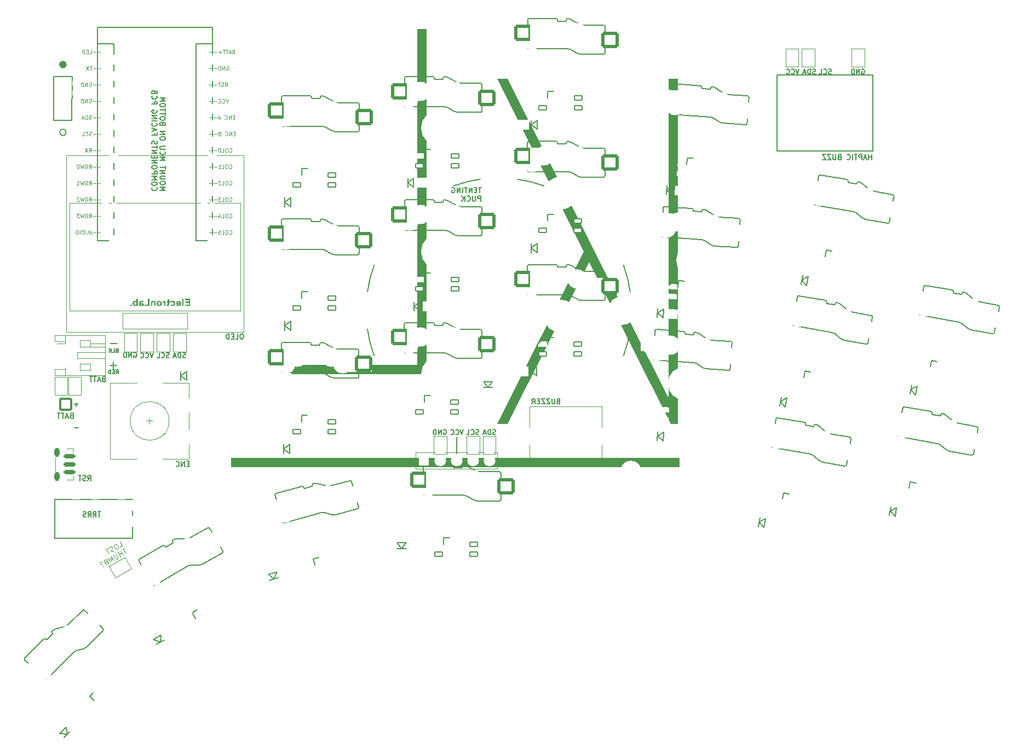
<source format=gbo>
G04 #@! TF.GenerationSoftware,KiCad,Pcbnew,8.0.4-8.0.4-0~ubuntu22.04.1*
G04 #@! TF.CreationDate,2024-09-04T00:25:38+02:00*
G04 #@! TF.ProjectId,klor1_4_LP_KS33,6b6c6f72-315f-4345-9f4c-505f4b533333,v1.4.0 LP KS33*
G04 #@! TF.SameCoordinates,Original*
G04 #@! TF.FileFunction,Legend,Bot*
G04 #@! TF.FilePolarity,Positive*
%FSLAX46Y46*%
G04 Gerber Fmt 4.6, Leading zero omitted, Abs format (unit mm)*
G04 Created by KiCad (PCBNEW 8.0.4-8.0.4-0~ubuntu22.04.1) date 2024-09-04 00:25:38*
%MOMM*%
%LPD*%
G01*
G04 APERTURE LIST*
G04 Aperture macros list*
%AMRoundRect*
0 Rectangle with rounded corners*
0 $1 Rounding radius*
0 $2 $3 $4 $5 $6 $7 $8 $9 X,Y pos of 4 corners*
0 Add a 4 corners polygon primitive as box body*
4,1,4,$2,$3,$4,$5,$6,$7,$8,$9,$2,$3,0*
0 Add four circle primitives for the rounded corners*
1,1,$1+$1,$2,$3*
1,1,$1+$1,$4,$5*
1,1,$1+$1,$6,$7*
1,1,$1+$1,$8,$9*
0 Add four rect primitives between the rounded corners*
20,1,$1+$1,$2,$3,$4,$5,0*
20,1,$1+$1,$4,$5,$6,$7,0*
20,1,$1+$1,$6,$7,$8,$9,0*
20,1,$1+$1,$8,$9,$2,$3,0*%
%AMRotRect*
0 Rectangle, with rotation*
0 The origin of the aperture is its center*
0 $1 length*
0 $2 width*
0 $3 Rotation angle, in degrees counterclockwise*
0 Add horizontal line*
21,1,$1,$2,0,0,$3*%
%AMFreePoly0*
4,1,18,-0.410000,0.593000,-0.403758,0.624380,-0.385983,0.650983,-0.359380,0.668758,-0.328000,0.675000,0.000000,0.675000,0.410000,0.265000,0.410000,-0.593000,0.403758,-0.624380,0.385983,-0.650983,0.359380,-0.668758,0.328000,-0.675000,-0.328000,-0.675000,-0.359380,-0.668758,-0.385983,-0.650983,-0.403758,-0.624380,-0.410000,-0.593000,-0.410000,0.593000,-0.410000,0.593000,$1*%
%AMFreePoly1*
4,1,6,1.000000,0.000000,0.500000,-0.750000,-0.500000,-0.750000,-0.500000,0.750000,0.500000,0.750000,1.000000,0.000000,1.000000,0.000000,$1*%
%AMFreePoly2*
4,1,6,0.500000,-0.750000,-0.650000,-0.750000,-0.150000,0.000000,-0.650000,0.750000,0.500000,0.750000,0.500000,-0.750000,0.500000,-0.750000,$1*%
G04 Aperture macros list end*
%ADD10C,0.000000*%
%ADD11C,0.150000*%
%ADD12C,0.127000*%
%ADD13C,0.569975*%
%ADD14C,0.100000*%
%ADD15C,0.200000*%
%ADD16C,0.120000*%
%ADD17O,2.500000X1.700000*%
%ADD18C,1.524000*%
%ADD19C,0.000001*%
%ADD20C,3.000000*%
%ADD21C,5.100000*%
%ADD22RoundRect,0.082000X0.651245X0.187383X0.187383X0.651245X-0.651245X-0.187383X-0.187383X-0.651245X0*%
%ADD23FreePoly0,135.000000*%
%ADD24RoundRect,0.255000X0.035355X1.477853X-1.477853X-0.035355X-0.035355X-1.477853X1.477853X0.035355X0*%
%ADD25RotRect,1.200000X2.550000X45.000000*%
%ADD26RotRect,1.200000X2.550000X225.000000*%
%ADD27RoundRect,0.082000X0.593000X-0.328000X0.593000X0.328000X-0.593000X0.328000X-0.593000X-0.328000X0*%
%ADD28FreePoly0,90.000000*%
%ADD29RoundRect,0.255000X1.070000X1.020000X-1.070000X1.020000X-1.070000X-1.020000X1.070000X-1.020000X0*%
%ADD30R,1.200000X2.550000*%
%ADD31RoundRect,0.082000X0.568675X-0.368567X0.614436X0.285835X-0.568675X0.368567X-0.614436X-0.285835X0*%
%ADD32FreePoly0,86.000000*%
%ADD33RoundRect,0.255000X1.138545X0.942876X-0.996242X1.092155X-1.138545X-0.942876X0.996242X-1.092155X0*%
%ADD34RotRect,1.200000X2.550000X356.000000*%
%ADD35RotRect,1.200000X2.550000X176.000000*%
%ADD36RoundRect,0.082000X0.657687X-0.163344X0.487901X0.470303X-0.657687X0.163344X-0.487901X-0.470303X0*%
%ADD37FreePoly0,105.000000*%
%ADD38RoundRect,0.255000X0.769545X1.262181X-1.297536X0.708308X-0.769545X-1.262181X1.297536X-0.708308X0*%
%ADD39RotRect,1.200000X2.550000X15.000000*%
%ADD40RotRect,1.200000X2.550000X195.000000*%
%ADD41RoundRect,0.082000X0.527034X-0.425990X0.640948X0.220044X-0.527034X0.425990X-0.640948X-0.220044X0*%
%ADD42FreePoly0,80.000000*%
%ADD43RoundRect,0.255000X1.230865X0.818700X-0.876623X1.190307X-1.230865X-0.818700X0.876623X-1.190307X0*%
%ADD44RotRect,1.200000X2.550000X350.000000*%
%ADD45RotRect,1.200000X2.550000X170.000000*%
%ADD46RoundRect,0.082000X0.677553X0.012444X0.349553X0.580556X-0.677553X-0.012444X-0.349553X-0.580556X0*%
%ADD47FreePoly0,120.000000*%
%ADD48RoundRect,0.255000X0.416647X1.418346X-1.436647X0.348346X-0.416647X-1.418346X1.436647X-0.348346X0*%
%ADD49RotRect,1.200000X2.550000X30.000000*%
%ADD50RotRect,1.200000X2.550000X210.000000*%
%ADD51C,3.200000*%
%ADD52RotRect,1.800000X1.500000X350.000000*%
%ADD53R,1.800000X1.500000*%
%ADD54RotRect,1.800000X1.500000X356.000000*%
%ADD55RotRect,1.800000X1.500000X105.000000*%
%ADD56R,2.200000X2.200000*%
%ADD57C,2.200000*%
%ADD58C,2.000000*%
%ADD59R,3.200000X2.000000*%
%ADD60O,1.600000X2.000000*%
%ADD61C,1.200000*%
%ADD62RotRect,1.800000X1.500000X120.000000*%
%ADD63O,1.750000X1.200000*%
%ADD64C,0.900000*%
%ADD65RoundRect,0.187500X-0.712500X0.187500X-0.712500X-0.187500X0.712500X-0.187500X0.712500X0.187500X0*%
%ADD66RoundRect,0.150000X-0.750000X0.150000X-0.750000X-0.150000X0.750000X-0.150000X0.750000X0.150000X0*%
%ADD67RoundRect,0.225000X-0.225000X0.425000X-0.225000X-0.425000X0.225000X-0.425000X0.225000X0.425000X0*%
%ADD68C,4.400000*%
%ADD69RotRect,1.800000X1.500000X135.000000*%
%ADD70R,1.500000X1.800000*%
%ADD71RoundRect,0.142858X-0.857142X0.857142X-0.857142X-0.857142X0.857142X-0.857142X0.857142X0.857142X0*%
%ADD72R,1.000000X0.700000*%
%ADD73R,2.800000X1.000000*%
%ADD74R,1.524000X1.524000*%
%ADD75C,1.800000*%
%ADD76FreePoly1,270.000000*%
%ADD77FreePoly2,270.000000*%
%ADD78FreePoly1,90.000000*%
%ADD79FreePoly2,90.000000*%
%ADD80FreePoly1,210.000000*%
%ADD81FreePoly2,210.000000*%
%ADD82C,1.700000*%
%ADD83O,1.700000X1.700000*%
G04 APERTURE END LIST*
D10*
G36*
X98586526Y-95291221D02*
G01*
X98586625Y-95296907D01*
X98586923Y-95302457D01*
X98587419Y-95307871D01*
X98588113Y-95313148D01*
X98589006Y-95318289D01*
X98590098Y-95323293D01*
X98591387Y-95328161D01*
X98592876Y-95332893D01*
X98594562Y-95337488D01*
X98596448Y-95341946D01*
X98598531Y-95346268D01*
X98600813Y-95350454D01*
X98603294Y-95354504D01*
X98605973Y-95358417D01*
X98608850Y-95362193D01*
X98611926Y-95365833D01*
X98615144Y-95369293D01*
X98618449Y-95372531D01*
X98621841Y-95375544D01*
X98625320Y-95378335D01*
X98628886Y-95380902D01*
X98632538Y-95383246D01*
X98636278Y-95385367D01*
X98640104Y-95387265D01*
X98644017Y-95388939D01*
X98648016Y-95390390D01*
X98652103Y-95391618D01*
X98656276Y-95392622D01*
X98660537Y-95393404D01*
X98664884Y-95393962D01*
X98669317Y-95394297D01*
X98673838Y-95394408D01*
X98745275Y-95394408D01*
X98745275Y-95584908D01*
X98610338Y-95584908D01*
X98610338Y-95901880D01*
X98610099Y-95918483D01*
X98609383Y-95934560D01*
X98608188Y-95950109D01*
X98606516Y-95965132D01*
X98604365Y-95979627D01*
X98601736Y-95993595D01*
X98598628Y-96007036D01*
X98595042Y-96019950D01*
X98590976Y-96032337D01*
X98586431Y-96044197D01*
X98581407Y-96055530D01*
X98575903Y-96066335D01*
X98569919Y-96076614D01*
X98563455Y-96086365D01*
X98556511Y-96095589D01*
X98549087Y-96104286D01*
X98541182Y-96112456D01*
X98532796Y-96120099D01*
X98523929Y-96127215D01*
X98514581Y-96133804D01*
X98504752Y-96139866D01*
X98494441Y-96145400D01*
X98483649Y-96150408D01*
X98472374Y-96154888D01*
X98460618Y-96158841D01*
X98448379Y-96162267D01*
X98435657Y-96165166D01*
X98422453Y-96167538D01*
X98408765Y-96169383D01*
X98394595Y-96170701D01*
X98379942Y-96171491D01*
X98364804Y-96171755D01*
X98354851Y-96171755D01*
X98345034Y-96171557D01*
X98335352Y-96171163D01*
X98325803Y-96170572D01*
X98316388Y-96169786D01*
X98307106Y-96168806D01*
X98297955Y-96167632D01*
X98288935Y-96166265D01*
X98280046Y-96164705D01*
X98271286Y-96162954D01*
X98262654Y-96161013D01*
X98254151Y-96158881D01*
X98245775Y-96156560D01*
X98237525Y-96154052D01*
X98229400Y-96151355D01*
X98221400Y-96148472D01*
X98221400Y-95965379D01*
X98230925Y-95968555D01*
X98233479Y-95969744D01*
X98236374Y-95970927D01*
X98239604Y-95972098D01*
X98243162Y-95973250D01*
X98247043Y-95974378D01*
X98251240Y-95975474D01*
X98255748Y-95976534D01*
X98260559Y-95977550D01*
X98265543Y-95978491D01*
X98270572Y-95979328D01*
X98275637Y-95980052D01*
X98280733Y-95980659D01*
X98285854Y-95981141D01*
X98290994Y-95981494D01*
X98296146Y-95981710D01*
X98301304Y-95981783D01*
X98306402Y-95981684D01*
X98311377Y-95981386D01*
X98316231Y-95980890D01*
X98320966Y-95980196D01*
X98325583Y-95979303D01*
X98330084Y-95978212D01*
X98334470Y-95976922D01*
X98338743Y-95975434D01*
X98342904Y-95973747D01*
X98346955Y-95971862D01*
X98350898Y-95969778D01*
X98354734Y-95967496D01*
X98358464Y-95965016D01*
X98362090Y-95962337D01*
X98365614Y-95959459D01*
X98369038Y-95956383D01*
X98372306Y-95953165D01*
X98375363Y-95949860D01*
X98378209Y-95946468D01*
X98380845Y-95942989D01*
X98383269Y-95939424D01*
X98385483Y-95935771D01*
X98387486Y-95932032D01*
X98389278Y-95928206D01*
X98390860Y-95924293D01*
X98392230Y-95920293D01*
X98393390Y-95916206D01*
X98394338Y-95912033D01*
X98395076Y-95907773D01*
X98395603Y-95903426D01*
X98395920Y-95898992D01*
X98396025Y-95894471D01*
X98396025Y-95585438D01*
X98237804Y-95585438D01*
X98237804Y-95394938D01*
X98396025Y-95394938D01*
X98396025Y-95149405D01*
X98586525Y-95149405D01*
X98586526Y-95148346D01*
X98586526Y-95291221D01*
G37*
G36*
X96087781Y-95362782D02*
G01*
X96095661Y-95363154D01*
X96103501Y-95363771D01*
X96111299Y-95364635D01*
X96119053Y-95365743D01*
X96126762Y-95367095D01*
X96134425Y-95368691D01*
X96142040Y-95370530D01*
X96149605Y-95372610D01*
X96157119Y-95374932D01*
X96164580Y-95377494D01*
X96171987Y-95380295D01*
X96179338Y-95383335D01*
X96186632Y-95386613D01*
X96193867Y-95390128D01*
X96201042Y-95393880D01*
X96214709Y-95401420D01*
X96227136Y-95408564D01*
X96232885Y-95411987D01*
X96238323Y-95415310D01*
X96243452Y-95418535D01*
X96248270Y-95421660D01*
X96252778Y-95424687D01*
X96256977Y-95427613D01*
X96260865Y-95430441D01*
X96264443Y-95433170D01*
X96267711Y-95435799D01*
X96270669Y-95438329D01*
X96273317Y-95440760D01*
X96275655Y-95443091D01*
X96279873Y-95447557D01*
X96283807Y-95451831D01*
X96287468Y-95455918D01*
X96290868Y-95459826D01*
X96294020Y-95463560D01*
X96296937Y-95467127D01*
X96299630Y-95470532D01*
X96302113Y-95473783D01*
X96302113Y-95378004D01*
X96515896Y-95378004D01*
X96515896Y-96156408D01*
X96302113Y-96156408D01*
X96302113Y-95751595D01*
X96301946Y-95740743D01*
X96301443Y-95730213D01*
X96300606Y-95720003D01*
X96299434Y-95710114D01*
X96297927Y-95700544D01*
X96296085Y-95691292D01*
X96293909Y-95682359D01*
X96291397Y-95673742D01*
X96288551Y-95665442D01*
X96285370Y-95657457D01*
X96281854Y-95649787D01*
X96278003Y-95642431D01*
X96273817Y-95635387D01*
X96269296Y-95628657D01*
X96264441Y-95622237D01*
X96259251Y-95616129D01*
X96253775Y-95610362D01*
X96248064Y-95604967D01*
X96242117Y-95599944D01*
X96235934Y-95595293D01*
X96229516Y-95591015D01*
X96222862Y-95587108D01*
X96215972Y-95583573D01*
X96208847Y-95580410D01*
X96201486Y-95577620D01*
X96193890Y-95575201D01*
X96186058Y-95573155D01*
X96177990Y-95571481D01*
X96169687Y-95570178D01*
X96161148Y-95569248D01*
X96152373Y-95568690D01*
X96143363Y-95568504D01*
X96135122Y-95568678D01*
X96127067Y-95569198D01*
X96119200Y-95570063D01*
X96111522Y-95571274D01*
X96104033Y-95572829D01*
X96096733Y-95574727D01*
X96089625Y-95576968D01*
X96082707Y-95579551D01*
X96075982Y-95582474D01*
X96069450Y-95585738D01*
X96063112Y-95589342D01*
X96056968Y-95593284D01*
X96051020Y-95597564D01*
X96045268Y-95602182D01*
X96039712Y-95607136D01*
X96034355Y-95612425D01*
X96029257Y-95617988D01*
X96024483Y-95623762D01*
X96020033Y-95629749D01*
X96015908Y-95635948D01*
X96012108Y-95642362D01*
X96008635Y-95648990D01*
X96005489Y-95655834D01*
X96002671Y-95662895D01*
X96000181Y-95670172D01*
X95998021Y-95677667D01*
X95996191Y-95685380D01*
X95994692Y-95693313D01*
X95993525Y-95701466D01*
X95992690Y-95709840D01*
X95992188Y-95718436D01*
X95992021Y-95727254D01*
X95992021Y-96155880D01*
X95778238Y-96155880D01*
X95778238Y-95703442D01*
X95778567Y-95684144D01*
X95779553Y-95665343D01*
X95781196Y-95647040D01*
X95783496Y-95629235D01*
X95786454Y-95611929D01*
X95790070Y-95595123D01*
X95794342Y-95578818D01*
X95799272Y-95563015D01*
X95804859Y-95547714D01*
X95811104Y-95532915D01*
X95818006Y-95518621D01*
X95825565Y-95504831D01*
X95833782Y-95491547D01*
X95842656Y-95478769D01*
X95852187Y-95466497D01*
X95862375Y-95454734D01*
X95873085Y-95443584D01*
X95884178Y-95433154D01*
X95895657Y-95423443D01*
X95907520Y-95414451D01*
X95919767Y-95406178D01*
X95932399Y-95398625D01*
X95945415Y-95391792D01*
X95958816Y-95385677D01*
X95972601Y-95380282D01*
X95986771Y-95375607D01*
X96001325Y-95371650D01*
X96016263Y-95368413D01*
X96031586Y-95365896D01*
X96047294Y-95364097D01*
X96063386Y-95363018D01*
X96079863Y-95362659D01*
X96087781Y-95362782D01*
G37*
D11*
X192600000Y-60375000D02*
X207375000Y-60375000D01*
X207375000Y-72150000D01*
X192600000Y-72150000D01*
X192600000Y-60375000D01*
D10*
G36*
X95524767Y-96156408D02*
G01*
X94770705Y-96156408D01*
X94770705Y-95942624D01*
X95286114Y-95942624D01*
X95286114Y-95045158D01*
X95524767Y-95045158D01*
X95524767Y-96156408D01*
G37*
D11*
X82669975Y-69294975D02*
G75*
G02*
X81680025Y-69294975I-494975J0D01*
G01*
X81680025Y-69294975D02*
G75*
G02*
X82669975Y-69294975I494975J0D01*
G01*
D12*
X143042000Y-116438500D02*
X143042000Y-118995500D01*
D10*
G36*
X100463524Y-95706638D02*
G01*
X100465852Y-95726543D01*
X100467248Y-95746821D01*
X100467713Y-95767471D01*
X100467236Y-95788121D01*
X100465805Y-95808399D01*
X100463423Y-95828305D01*
X100460090Y-95847838D01*
X100455808Y-95867000D01*
X100450579Y-95885790D01*
X100444405Y-95904207D01*
X100437286Y-95922252D01*
X100429225Y-95939926D01*
X100420222Y-95957227D01*
X100410281Y-95974156D01*
X100399401Y-95990713D01*
X100387585Y-96006898D01*
X100374834Y-96022711D01*
X100361150Y-96038152D01*
X100346534Y-96053221D01*
X100331254Y-96067639D01*
X100315577Y-96081126D01*
X100299504Y-96093684D01*
X100283034Y-96105311D01*
X100266167Y-96116008D01*
X100248902Y-96125775D01*
X100231242Y-96134612D01*
X100213184Y-96142518D01*
X100194729Y-96149494D01*
X100175877Y-96155541D01*
X100156629Y-96160657D01*
X100136984Y-96164842D01*
X100116941Y-96168098D01*
X100096502Y-96170423D01*
X100075666Y-96171819D01*
X100054434Y-96172284D01*
X100039402Y-96172083D01*
X100024470Y-96171473D01*
X100009636Y-96170442D01*
X99994902Y-96168976D01*
X99980268Y-96167064D01*
X99965732Y-96164694D01*
X99951296Y-96161851D01*
X99936959Y-96158526D01*
X99922996Y-96154903D01*
X99909690Y-96151175D01*
X99897054Y-96147335D01*
X99885100Y-96143378D01*
X99873841Y-96139297D01*
X99863289Y-96135085D01*
X99853456Y-96130737D01*
X99848813Y-96128510D01*
X99844354Y-96126246D01*
X99835650Y-96121608D01*
X99827008Y-96116821D01*
X99818440Y-96111885D01*
X99809959Y-96106800D01*
X99801577Y-96101566D01*
X99793307Y-96096183D01*
X99785160Y-96090652D01*
X99777150Y-96084971D01*
X99769560Y-96079416D01*
X99762664Y-96074264D01*
X99756463Y-96069521D01*
X99750957Y-96065194D01*
X99746144Y-96061288D01*
X99742027Y-96057811D01*
X99738604Y-96054767D01*
X99735875Y-96052164D01*
X99721588Y-96037876D01*
X99832184Y-95895001D01*
X99854409Y-95918813D01*
X99857112Y-95921790D01*
X99860063Y-95924766D01*
X99863260Y-95927743D01*
X99866703Y-95930719D01*
X99870391Y-95933696D01*
X99874324Y-95936672D01*
X99878499Y-95939649D01*
X99882917Y-95942625D01*
X99887577Y-95945602D01*
X99892479Y-95948579D01*
X99897620Y-95951555D01*
X99903001Y-95954532D01*
X99914478Y-95960485D01*
X99926904Y-95966438D01*
X99933391Y-95969322D01*
X99939951Y-95972019D01*
X99946583Y-95974531D01*
X99953288Y-95976856D01*
X99960064Y-95978995D01*
X99966911Y-95980949D01*
X99973828Y-95982716D01*
X99980813Y-95984297D01*
X99987867Y-95985693D01*
X99994988Y-95986902D01*
X100002176Y-95987925D01*
X100009430Y-95988762D01*
X100016748Y-95989413D01*
X100024131Y-95989878D01*
X100031578Y-95990157D01*
X100039088Y-95990250D01*
X100049400Y-95990077D01*
X100059500Y-95989557D01*
X100069386Y-95988691D01*
X100079056Y-95987480D01*
X100088510Y-95985926D01*
X100097745Y-95984027D01*
X100106759Y-95981787D01*
X100115552Y-95979204D01*
X100124122Y-95976280D01*
X100132467Y-95973016D01*
X100140586Y-95969413D01*
X100148476Y-95965470D01*
X100156138Y-95961190D01*
X100163568Y-95956573D01*
X100170766Y-95951619D01*
X100177729Y-95946329D01*
X100184408Y-95940792D01*
X100190753Y-95935094D01*
X100196764Y-95929236D01*
X100202443Y-95923219D01*
X100207790Y-95917045D01*
X100212806Y-95910713D01*
X100217492Y-95904224D01*
X100221848Y-95897580D01*
X100225876Y-95890780D01*
X100229576Y-95883827D01*
X100232949Y-95876719D01*
X100235995Y-95869460D01*
X100238716Y-95862048D01*
X100241113Y-95854485D01*
X100243185Y-95846771D01*
X100244934Y-95838908D01*
X100245462Y-95838380D01*
X99681901Y-95838380D01*
X99673963Y-95751597D01*
X99674397Y-95730978D01*
X99675698Y-95710793D01*
X99677866Y-95691043D01*
X99678246Y-95688625D01*
X99888275Y-95688625D01*
X100245463Y-95688625D01*
X100242877Y-95680781D01*
X100240079Y-95673122D01*
X100237069Y-95665650D01*
X100233846Y-95658364D01*
X100230409Y-95651263D01*
X100226757Y-95644349D01*
X100222890Y-95637621D01*
X100218806Y-95631079D01*
X100214505Y-95624722D01*
X100209987Y-95618552D01*
X100205250Y-95612568D01*
X100200293Y-95606770D01*
X100195117Y-95601158D01*
X100189719Y-95595732D01*
X100184100Y-95590492D01*
X100178259Y-95585438D01*
X100178788Y-95585968D01*
X100172754Y-95581162D01*
X100166559Y-95576666D01*
X100160203Y-95572480D01*
X100153685Y-95568604D01*
X100147007Y-95565039D01*
X100140167Y-95561783D01*
X100133166Y-95558838D01*
X100126003Y-95556202D01*
X100118680Y-95553877D01*
X100111195Y-95551861D01*
X100103549Y-95550156D01*
X100095742Y-95548761D01*
X100087773Y-95547676D01*
X100079643Y-95546901D01*
X100071352Y-95546436D01*
X100062900Y-95546280D01*
X100054448Y-95546436D01*
X100046158Y-95546902D01*
X100038031Y-95547679D01*
X100030067Y-95548769D01*
X100022268Y-95550172D01*
X100014633Y-95551889D01*
X100007165Y-95553921D01*
X99999863Y-95556268D01*
X99992729Y-95558932D01*
X99985763Y-95561912D01*
X99978966Y-95565211D01*
X99972338Y-95568827D01*
X99965881Y-95572764D01*
X99959596Y-95577020D01*
X99953482Y-95581598D01*
X99947542Y-95586497D01*
X99941824Y-95591550D01*
X99936379Y-95596789D01*
X99931204Y-95602210D01*
X99926301Y-95607812D01*
X99921667Y-95613594D01*
X99917302Y-95619555D01*
X99913205Y-95625692D01*
X99909376Y-95632005D01*
X99905813Y-95638491D01*
X99902516Y-95645149D01*
X99899484Y-95651978D01*
X99896717Y-95658975D01*
X99894213Y-95666141D01*
X99891972Y-95673472D01*
X99889993Y-95680967D01*
X99888275Y-95688625D01*
X99678246Y-95688625D01*
X99680900Y-95671726D01*
X99684799Y-95652843D01*
X99689562Y-95634395D01*
X99695189Y-95616380D01*
X99701678Y-95598800D01*
X99709030Y-95581654D01*
X99717242Y-95564941D01*
X99726315Y-95548663D01*
X99736248Y-95532819D01*
X99747039Y-95517410D01*
X99758689Y-95502434D01*
X99771196Y-95487892D01*
X99784559Y-95473784D01*
X99798574Y-95460328D01*
X99813034Y-95447739D01*
X99827939Y-95436019D01*
X99843288Y-95425167D01*
X99859081Y-95415183D01*
X99875316Y-95406067D01*
X99891993Y-95397820D01*
X99909112Y-95390440D01*
X99926670Y-95383929D01*
X99944668Y-95378286D01*
X99963105Y-95373511D01*
X99981979Y-95369605D01*
X100001291Y-95366566D01*
X100021040Y-95364396D01*
X100041223Y-95363093D01*
X100061842Y-95362659D01*
X100082492Y-95363124D01*
X100102771Y-95364520D01*
X100122679Y-95366845D01*
X100142218Y-95370101D01*
X100161387Y-95374286D01*
X100180188Y-95379402D01*
X100198622Y-95385449D01*
X100216690Y-95392425D01*
X100234391Y-95400331D01*
X100251727Y-95409168D01*
X100268699Y-95418935D01*
X100285308Y-95429632D01*
X100301553Y-95441259D01*
X100317437Y-95453817D01*
X100332959Y-95467304D01*
X100348121Y-95481722D01*
X100362632Y-95496791D01*
X100376201Y-95512232D01*
X100388829Y-95528045D01*
X100400517Y-95544230D01*
X100411265Y-95560787D01*
X100421075Y-95577716D01*
X100429947Y-95595017D01*
X100437881Y-95612690D01*
X100444879Y-95630736D01*
X100450942Y-95649153D01*
X100456070Y-95667942D01*
X100460263Y-95687104D01*
X100460517Y-95688625D01*
X100463524Y-95706638D01*
G37*
D11*
X84550000Y-111375000D02*
X83965000Y-111375000D01*
X90498000Y-105359000D02*
X89429000Y-105359000D01*
D10*
G36*
X177481312Y-121146755D02*
G01*
X108221313Y-121146755D01*
X108221313Y-119700160D01*
X177481312Y-119700160D01*
X177481312Y-121146755D01*
G37*
G36*
X92706568Y-95934824D02*
G01*
X92712948Y-95935234D01*
X92719215Y-95935919D01*
X92725368Y-95936879D01*
X92731406Y-95938114D01*
X92737329Y-95939627D01*
X92743135Y-95941417D01*
X92748825Y-95943485D01*
X92754396Y-95945832D01*
X92759849Y-95948459D01*
X92765183Y-95951367D01*
X92770397Y-95954556D01*
X92775489Y-95958027D01*
X92780460Y-95961781D01*
X92785309Y-95965819D01*
X92790034Y-95970141D01*
X92794548Y-95974656D01*
X92798766Y-95979269D01*
X92802688Y-95983979D01*
X92806314Y-95988786D01*
X92809646Y-95993690D01*
X92812684Y-95998689D01*
X92815428Y-96003782D01*
X92817881Y-96008969D01*
X92820042Y-96014249D01*
X92821913Y-96019622D01*
X92823493Y-96025086D01*
X92824785Y-96030640D01*
X92825788Y-96036285D01*
X92826504Y-96042018D01*
X92826932Y-96047840D01*
X92827075Y-96053750D01*
X92826932Y-96059653D01*
X92826504Y-96065459D01*
X92825788Y-96071166D01*
X92824785Y-96076777D01*
X92823493Y-96082292D01*
X92821913Y-96087711D01*
X92820042Y-96093035D01*
X92817881Y-96098266D01*
X92815428Y-96103404D01*
X92812684Y-96108450D01*
X92809646Y-96113404D01*
X92806314Y-96118267D01*
X92802688Y-96123041D01*
X92798766Y-96127725D01*
X92794548Y-96132321D01*
X92790034Y-96136829D01*
X92785309Y-96141152D01*
X92780460Y-96145190D01*
X92775489Y-96148944D01*
X92770397Y-96152415D01*
X92765183Y-96155604D01*
X92759849Y-96158512D01*
X92754396Y-96161139D01*
X92748825Y-96163486D01*
X92743135Y-96165555D01*
X92737329Y-96167344D01*
X92731406Y-96168857D01*
X92725368Y-96170093D01*
X92719215Y-96171052D01*
X92712948Y-96171737D01*
X92706568Y-96172147D01*
X92700076Y-96172284D01*
X92693583Y-96172147D01*
X92687203Y-96171737D01*
X92680936Y-96171052D01*
X92674783Y-96170093D01*
X92668745Y-96168857D01*
X92662822Y-96167344D01*
X92657016Y-96165555D01*
X92651326Y-96163486D01*
X92645755Y-96161139D01*
X92640302Y-96158512D01*
X92634968Y-96155604D01*
X92629754Y-96152415D01*
X92624662Y-96148944D01*
X92619691Y-96145190D01*
X92614843Y-96141152D01*
X92610117Y-96136829D01*
X92605603Y-96132327D01*
X92601385Y-96127746D01*
X92597463Y-96123086D01*
X92593837Y-96118341D01*
X92590505Y-96113510D01*
X92587468Y-96108589D01*
X92584723Y-96103575D01*
X92582270Y-96098464D01*
X92580109Y-96093255D01*
X92578238Y-96087943D01*
X92576658Y-96082526D01*
X92575366Y-96077000D01*
X92574363Y-96071363D01*
X92573647Y-96065610D01*
X92573219Y-96059741D01*
X92573076Y-96053750D01*
X92573219Y-96047753D01*
X92573647Y-96041866D01*
X92574363Y-96036088D01*
X92575366Y-96030417D01*
X92576658Y-96024851D01*
X92578238Y-96019389D01*
X92580109Y-96014029D01*
X92582270Y-96008771D01*
X92584723Y-96003611D01*
X92587468Y-95998549D01*
X92590505Y-95993583D01*
X92593837Y-95988712D01*
X92597463Y-95983934D01*
X92601385Y-95979247D01*
X92605603Y-95974650D01*
X92610117Y-95970141D01*
X92614843Y-95965819D01*
X92619691Y-95961781D01*
X92624662Y-95958027D01*
X92629754Y-95954556D01*
X92634968Y-95951367D01*
X92640302Y-95948459D01*
X92645755Y-95945832D01*
X92651326Y-95943485D01*
X92657016Y-95941417D01*
X92662822Y-95939627D01*
X92668745Y-95938114D01*
X92674783Y-95936879D01*
X92680936Y-95935919D01*
X92687203Y-95935234D01*
X92693583Y-95934824D01*
X92700076Y-95934688D01*
X92706568Y-95934824D01*
G37*
D13*
X82459987Y-58794975D02*
G75*
G02*
X81890013Y-58794975I-284987J0D01*
G01*
X81890013Y-58794975D02*
G75*
G02*
X82459987Y-58794975I284987J0D01*
G01*
D10*
G36*
X138388054Y-106680812D02*
G01*
X117606522Y-106680812D01*
X117606522Y-105234218D01*
X136941460Y-105234233D01*
X136941460Y-53262767D01*
X138388054Y-53262767D01*
X138388054Y-106680812D01*
G37*
D11*
X90531000Y-101998000D02*
X89462000Y-101998000D01*
D10*
G36*
X101863654Y-96156937D02*
G01*
X101029687Y-96156937D01*
X101029687Y-95942624D01*
X101625000Y-95942624D01*
X101625000Y-95696033D01*
X101173092Y-95696033D01*
X101173092Y-95482250D01*
X101625000Y-95482250D01*
X101625000Y-95260000D01*
X101046092Y-95260000D01*
X101046092Y-95045158D01*
X101863654Y-95045158D01*
X101863654Y-96156937D01*
G37*
G36*
X97611252Y-95371236D02*
G01*
X97619132Y-95371571D01*
X97626971Y-95372129D01*
X97634769Y-95372911D01*
X97642524Y-95373915D01*
X97650233Y-95375143D01*
X97657896Y-95376594D01*
X97665510Y-95378268D01*
X97673076Y-95380166D01*
X97680590Y-95382287D01*
X97688051Y-95384631D01*
X97695458Y-95387198D01*
X97702809Y-95389988D01*
X97710103Y-95393002D01*
X97717338Y-95396239D01*
X97724512Y-95399699D01*
X97738180Y-95406669D01*
X97750607Y-95413292D01*
X97756356Y-95416473D01*
X97761794Y-95419568D01*
X97766923Y-95422575D01*
X97771741Y-95425496D01*
X97776249Y-95428330D01*
X97780447Y-95431077D01*
X97784335Y-95433737D01*
X97787914Y-95436311D01*
X97791182Y-95438797D01*
X97794140Y-95441197D01*
X97796787Y-95443510D01*
X97799125Y-95445737D01*
X97803344Y-95449980D01*
X97807278Y-95453988D01*
X97810939Y-95457773D01*
X97814339Y-95461347D01*
X97817491Y-95464722D01*
X97820408Y-95467912D01*
X97823101Y-95470928D01*
X97825584Y-95473782D01*
X97825584Y-95378532D01*
X98039367Y-95378532D01*
X98039367Y-96156936D01*
X97825584Y-96156936D01*
X97825584Y-95783874D01*
X97825391Y-95771552D01*
X97824815Y-95759591D01*
X97823854Y-95747991D01*
X97822508Y-95736753D01*
X97820778Y-95725878D01*
X97818663Y-95715367D01*
X97816164Y-95705219D01*
X97813281Y-95695437D01*
X97810013Y-95686021D01*
X97806360Y-95676971D01*
X97802323Y-95668289D01*
X97797902Y-95659975D01*
X97793096Y-95652030D01*
X97787905Y-95644454D01*
X97782330Y-95637249D01*
X97776371Y-95630416D01*
X97770077Y-95623973D01*
X97763500Y-95617940D01*
X97756640Y-95612318D01*
X97749499Y-95607108D01*
X97742080Y-95602310D01*
X97734383Y-95597925D01*
X97726410Y-95593954D01*
X97718163Y-95590398D01*
X97709643Y-95587257D01*
X97700851Y-95584533D01*
X97691790Y-95582225D01*
X97682461Y-95580336D01*
X97672865Y-95578865D01*
X97663003Y-95577813D01*
X97652879Y-95577181D01*
X97642492Y-95576970D01*
X97630958Y-95577269D01*
X97620168Y-95577773D01*
X97610122Y-95578487D01*
X97600820Y-95579418D01*
X97596448Y-95579967D01*
X97592263Y-95580572D01*
X97588263Y-95581235D01*
X97584449Y-95581956D01*
X97580822Y-95582736D01*
X97577380Y-95583576D01*
X97574124Y-95584476D01*
X97571584Y-95585272D01*
X97571584Y-95371125D01*
X97603333Y-95371125D01*
X97611252Y-95371236D01*
G37*
G36*
X100848183Y-96156937D02*
G01*
X100633342Y-96156937D01*
X100633342Y-95045158D01*
X100848183Y-95045158D01*
X100848183Y-96156937D01*
G37*
D11*
X84256000Y-111668500D02*
X84256000Y-111083500D01*
X89975000Y-105877000D02*
X89975000Y-104808000D01*
D10*
G36*
X99163401Y-95363659D02*
G01*
X99184292Y-95365073D01*
X99204822Y-95367432D01*
X99224989Y-95370736D01*
X99244794Y-95374986D01*
X99264236Y-95380182D01*
X99283313Y-95386325D01*
X99302025Y-95393416D01*
X99320371Y-95401456D01*
X99338350Y-95410445D01*
X99355962Y-95420385D01*
X99373206Y-95431276D01*
X99390081Y-95443119D01*
X99406586Y-95455914D01*
X99422720Y-95469663D01*
X99438483Y-95484366D01*
X99438483Y-95485426D01*
X99453576Y-95500675D01*
X99467702Y-95516256D01*
X99480858Y-95532170D01*
X99493045Y-95548414D01*
X99504261Y-95564986D01*
X99514506Y-95581886D01*
X99523779Y-95599111D01*
X99532079Y-95616660D01*
X99539406Y-95634531D01*
X99545758Y-95652724D01*
X99551135Y-95671236D01*
X99555536Y-95690065D01*
X99558961Y-95709211D01*
X99561408Y-95728672D01*
X99562876Y-95748446D01*
X99563366Y-95768531D01*
X99562882Y-95788610D01*
X99561429Y-95808368D01*
X99559006Y-95827805D01*
X99555611Y-95846922D01*
X99551242Y-95865720D01*
X99545897Y-95884199D01*
X99539577Y-95902360D01*
X99532278Y-95920204D01*
X99523999Y-95937732D01*
X99514739Y-95954944D01*
X99504496Y-95971841D01*
X99493268Y-95988425D01*
X99481055Y-96004695D01*
X99467854Y-96020654D01*
X99453664Y-96036300D01*
X99438483Y-96051636D01*
X99422632Y-96066339D01*
X99406433Y-96080088D01*
X99389884Y-96092883D01*
X99372982Y-96104726D01*
X99355727Y-96115617D01*
X99338117Y-96125556D01*
X99320150Y-96134546D01*
X99301826Y-96142586D01*
X99283141Y-96149677D01*
X99264096Y-96155820D01*
X99244687Y-96161016D01*
X99224915Y-96165265D01*
X99204776Y-96168569D01*
X99184270Y-96170928D01*
X99163395Y-96172343D01*
X99142150Y-96172814D01*
X99127166Y-96172541D01*
X99112376Y-96171723D01*
X99097771Y-96170358D01*
X99083346Y-96168449D01*
X99069094Y-96165993D01*
X99055011Y-96162992D01*
X99041088Y-96159445D01*
X99027320Y-96155352D01*
X99013951Y-96150937D01*
X99001226Y-96146422D01*
X98989146Y-96141808D01*
X98977711Y-96137095D01*
X98966921Y-96132283D01*
X98956776Y-96127372D01*
X98947275Y-96122361D01*
X98938420Y-96117251D01*
X98929962Y-96112016D01*
X98921652Y-96106619D01*
X98913491Y-96101048D01*
X98905480Y-96095291D01*
X98897617Y-96089336D01*
X98889902Y-96083170D01*
X98882337Y-96076781D01*
X98874920Y-96070156D01*
X98867902Y-96063657D01*
X98861534Y-96057654D01*
X98855824Y-96052148D01*
X98850777Y-96047137D01*
X98846400Y-96042622D01*
X98844465Y-96040551D01*
X98842699Y-96038604D01*
X98841104Y-96036781D01*
X98839680Y-96035082D01*
X98838428Y-96033507D01*
X98837349Y-96032055D01*
X98833579Y-96026797D01*
X98830206Y-96022134D01*
X98827229Y-96018066D01*
X98824649Y-96014593D01*
X98951649Y-95879655D01*
X98972816Y-95906114D01*
X98975601Y-95909382D01*
X98978595Y-95912639D01*
X98981799Y-95915884D01*
X98985211Y-95919120D01*
X98988830Y-95922346D01*
X98992657Y-95925564D01*
X98996690Y-95928774D01*
X99000929Y-95931977D01*
X99005372Y-95935173D01*
X99010018Y-95938365D01*
X99014868Y-95941551D01*
X99019921Y-95944734D01*
X99030629Y-95951092D01*
X99042137Y-95957443D01*
X99048115Y-95960519D01*
X99054141Y-95963396D01*
X99060213Y-95966075D01*
X99066330Y-95968555D01*
X99072491Y-95970837D01*
X99078693Y-95972921D01*
X99084936Y-95974806D01*
X99091218Y-95976493D01*
X99097536Y-95977981D01*
X99103891Y-95979271D01*
X99110279Y-95980362D01*
X99116700Y-95981255D01*
X99123152Y-95981950D01*
X99129634Y-95982446D01*
X99136143Y-95982744D01*
X99142679Y-95982843D01*
X99153103Y-95982595D01*
X99163342Y-95981852D01*
X99173397Y-95980614D01*
X99183268Y-95978882D01*
X99192956Y-95976658D01*
X99202461Y-95973941D01*
X99211786Y-95970733D01*
X99220930Y-95967034D01*
X99229894Y-95962845D01*
X99238678Y-95958167D01*
X99247285Y-95953001D01*
X99255714Y-95947347D01*
X99263966Y-95941207D01*
X99272043Y-95934580D01*
X99279944Y-95927468D01*
X99287671Y-95919872D01*
X99295075Y-95911929D01*
X99302007Y-95903776D01*
X99308466Y-95895415D01*
X99314452Y-95886849D01*
X99319963Y-95878077D01*
X99324999Y-95869103D01*
X99329559Y-95859927D01*
X99333642Y-95850551D01*
X99337248Y-95840976D01*
X99340376Y-95831205D01*
X99343024Y-95821239D01*
X99345193Y-95811078D01*
X99346881Y-95800726D01*
X99348088Y-95790182D01*
X99348812Y-95779450D01*
X99349054Y-95768530D01*
X99348818Y-95757610D01*
X99348111Y-95746878D01*
X99346930Y-95736334D01*
X99345276Y-95725981D01*
X99343147Y-95715821D01*
X99340543Y-95705854D01*
X99337463Y-95696083D01*
X99333907Y-95686509D01*
X99329873Y-95677133D01*
X99325360Y-95667957D01*
X99320369Y-95658982D01*
X99314898Y-95650211D01*
X99308946Y-95641645D01*
X99302513Y-95633284D01*
X99295598Y-95625131D01*
X99288200Y-95617188D01*
X99280467Y-95609592D01*
X99272549Y-95602480D01*
X99264447Y-95595853D01*
X99256160Y-95589713D01*
X99247691Y-95584059D01*
X99239040Y-95578893D01*
X99230207Y-95574215D01*
X99221194Y-95570026D01*
X99212001Y-95566327D01*
X99202629Y-95563119D01*
X99193078Y-95560402D01*
X99183350Y-95558178D01*
X99173446Y-95556446D01*
X99163365Y-95555208D01*
X99153109Y-95554465D01*
X99142679Y-95554217D01*
X99136056Y-95554329D01*
X99129482Y-95554664D01*
X99122956Y-95555222D01*
X99116477Y-95556003D01*
X99110045Y-95557008D01*
X99103658Y-95558236D01*
X99097316Y-95559687D01*
X99091019Y-95561361D01*
X99084765Y-95563258D01*
X99078554Y-95565379D01*
X99072384Y-95567723D01*
X99066256Y-95570290D01*
X99060168Y-95573081D01*
X99054119Y-95576095D01*
X99048109Y-95579331D01*
X99042137Y-95582792D01*
X99036314Y-95586320D01*
X99030752Y-95589762D01*
X99025450Y-95593117D01*
X99020408Y-95596385D01*
X99015627Y-95599566D01*
X99011107Y-95602660D01*
X99006847Y-95605668D01*
X99002847Y-95608589D01*
X98999107Y-95611423D01*
X98995629Y-95614170D01*
X98992410Y-95616830D01*
X98989452Y-95619403D01*
X98986755Y-95621890D01*
X98984318Y-95624290D01*
X98982141Y-95626603D01*
X98980225Y-95628829D01*
X98976777Y-95633095D01*
X98973577Y-95637163D01*
X98970625Y-95641032D01*
X98967922Y-95644704D01*
X98965466Y-95648176D01*
X98963258Y-95651451D01*
X98961299Y-95654527D01*
X98959587Y-95657404D01*
X98824650Y-95522466D01*
X98836291Y-95506062D01*
X98839690Y-95501773D01*
X98843535Y-95497248D01*
X98847826Y-95492500D01*
X98852564Y-95487541D01*
X98857748Y-95482384D01*
X98863378Y-95477041D01*
X98869456Y-95471524D01*
X98875979Y-95465846D01*
X98882850Y-95460091D01*
X98889969Y-95454337D01*
X98897336Y-95448582D01*
X98904951Y-95442827D01*
X98912814Y-95437072D01*
X98920925Y-95431318D01*
X98929285Y-95425563D01*
X98937892Y-95419809D01*
X98946943Y-95414153D01*
X98956628Y-95408696D01*
X98966932Y-95403438D01*
X98977844Y-95398378D01*
X98989351Y-95393516D01*
X99001441Y-95388853D01*
X99014102Y-95384388D01*
X99027321Y-95380121D01*
X99040937Y-95376203D01*
X99054788Y-95372787D01*
X99068863Y-95369880D01*
X99083148Y-95367487D01*
X99097632Y-95365615D01*
X99112302Y-95364270D01*
X99127145Y-95363459D01*
X99142150Y-95363187D01*
X99163401Y-95363659D01*
G37*
G36*
X97500192Y-95788079D02*
G01*
X97498742Y-95807837D01*
X97496326Y-95827274D01*
X97492945Y-95846391D01*
X97488600Y-95865188D01*
X97483291Y-95883667D01*
X97477019Y-95901828D01*
X97469786Y-95919672D01*
X97461591Y-95937200D01*
X97452436Y-95954412D01*
X97442321Y-95971310D01*
X97431248Y-95987893D01*
X97419216Y-96004164D01*
X97406227Y-96020122D01*
X97392281Y-96035768D01*
X97377380Y-96051104D01*
X97361828Y-96065807D01*
X97345929Y-96079556D01*
X97329684Y-96092351D01*
X97313094Y-96104194D01*
X97296161Y-96115085D01*
X97278884Y-96125025D01*
X97261264Y-96134014D01*
X97243302Y-96142054D01*
X97225000Y-96149145D01*
X97206357Y-96155289D01*
X97187374Y-96160485D01*
X97168053Y-96164734D01*
X97148394Y-96168038D01*
X97128397Y-96170397D01*
X97108065Y-96171812D01*
X97087396Y-96172283D01*
X97066734Y-96171812D01*
X97046418Y-96170397D01*
X97026448Y-96168038D01*
X97006822Y-96164734D01*
X96987541Y-96160485D01*
X96968604Y-96155289D01*
X96950009Y-96149145D01*
X96931755Y-96142054D01*
X96913843Y-96134014D01*
X96896271Y-96125025D01*
X96879039Y-96115085D01*
X96862145Y-96104194D01*
X96845589Y-96092351D01*
X96829371Y-96079556D01*
X96813489Y-96065807D01*
X96797942Y-96051104D01*
X96783047Y-96035855D01*
X96769118Y-96020274D01*
X96756155Y-96004360D01*
X96744157Y-95988116D01*
X96733124Y-95971544D01*
X96723054Y-95954644D01*
X96713946Y-95937419D01*
X96705801Y-95919870D01*
X96698617Y-95901999D01*
X96692393Y-95883806D01*
X96687129Y-95865294D01*
X96682824Y-95846465D01*
X96679476Y-95827319D01*
X96677086Y-95807859D01*
X96675653Y-95788085D01*
X96675175Y-95768000D01*
X96896896Y-95768000D01*
X96897119Y-95778802D01*
X96897788Y-95789383D01*
X96898902Y-95799741D01*
X96900460Y-95809878D01*
X96902461Y-95819796D01*
X96904905Y-95829494D01*
X96907791Y-95838973D01*
X96911118Y-95848235D01*
X96914885Y-95857279D01*
X96919091Y-95866108D01*
X96923737Y-95874720D01*
X96928820Y-95883118D01*
X96934341Y-95891302D01*
X96940297Y-95899273D01*
X96946690Y-95907032D01*
X96953517Y-95914579D01*
X96960648Y-95921785D01*
X96967951Y-95928520D01*
X96975425Y-95934786D01*
X96983068Y-95940582D01*
X96990878Y-95945911D01*
X96998854Y-95950772D01*
X97006994Y-95955166D01*
X97015297Y-95959095D01*
X97023762Y-95962558D01*
X97032386Y-95965558D01*
X97041168Y-95968093D01*
X97050107Y-95970166D01*
X97059200Y-95971777D01*
X97068448Y-95972927D01*
X97077847Y-95973616D01*
X97087396Y-95973845D01*
X97096946Y-95973616D01*
X97106345Y-95972927D01*
X97115592Y-95971777D01*
X97124686Y-95970166D01*
X97133625Y-95968093D01*
X97142407Y-95965558D01*
X97151031Y-95962558D01*
X97159495Y-95959095D01*
X97167798Y-95955166D01*
X97175939Y-95950772D01*
X97183915Y-95945911D01*
X97191725Y-95940582D01*
X97199367Y-95934786D01*
X97206841Y-95928520D01*
X97214144Y-95921785D01*
X97221275Y-95914579D01*
X97228103Y-95907032D01*
X97234495Y-95899273D01*
X97240452Y-95891302D01*
X97245973Y-95883118D01*
X97251056Y-95874720D01*
X97255701Y-95866108D01*
X97259908Y-95857279D01*
X97263675Y-95848235D01*
X97267002Y-95838973D01*
X97269887Y-95829494D01*
X97272331Y-95819796D01*
X97274333Y-95809878D01*
X97275890Y-95799741D01*
X97277004Y-95789383D01*
X97277673Y-95778802D01*
X97277896Y-95768000D01*
X97277673Y-95757191D01*
X97277004Y-95746594D01*
X97275890Y-95736210D01*
X97274333Y-95726038D01*
X97272331Y-95716081D01*
X97269887Y-95706338D01*
X97267002Y-95696811D01*
X97263675Y-95687500D01*
X97259908Y-95678406D01*
X97255701Y-95669530D01*
X97251056Y-95660873D01*
X97245973Y-95652435D01*
X97240452Y-95644217D01*
X97234495Y-95636220D01*
X97228103Y-95628444D01*
X97221275Y-95620891D01*
X97214144Y-95613680D01*
X97206841Y-95606927D01*
X97199367Y-95600636D01*
X97191725Y-95594805D01*
X97183915Y-95589437D01*
X97175939Y-95584531D01*
X97167798Y-95580089D01*
X97159495Y-95576111D01*
X97151031Y-95572598D01*
X97142407Y-95569551D01*
X97133625Y-95566970D01*
X97124686Y-95564857D01*
X97115592Y-95563213D01*
X97106345Y-95562037D01*
X97096946Y-95561331D01*
X97087396Y-95561095D01*
X97077847Y-95561325D01*
X97068448Y-95562015D01*
X97059200Y-95563167D01*
X97050107Y-95564783D01*
X97041168Y-95566864D01*
X97032386Y-95569411D01*
X97023762Y-95572427D01*
X97015297Y-95575912D01*
X97006994Y-95579869D01*
X96998854Y-95584298D01*
X96990878Y-95589202D01*
X96983068Y-95594582D01*
X96975425Y-95600439D01*
X96967951Y-95606775D01*
X96960648Y-95613592D01*
X96953517Y-95620891D01*
X96946690Y-95628531D01*
X96940297Y-95636371D01*
X96934341Y-95644413D01*
X96928820Y-95652658D01*
X96923737Y-95661107D01*
X96919091Y-95669762D01*
X96914885Y-95678626D01*
X96911118Y-95687698D01*
X96907791Y-95696982D01*
X96904905Y-95706477D01*
X96902461Y-95716187D01*
X96900460Y-95726113D01*
X96898902Y-95736255D01*
X96897788Y-95746616D01*
X96897119Y-95757197D01*
X96896896Y-95768000D01*
X96675175Y-95768000D01*
X96675653Y-95747920D01*
X96677086Y-95728162D01*
X96679476Y-95708725D01*
X96682824Y-95689608D01*
X96687129Y-95670811D01*
X96692393Y-95652332D01*
X96698617Y-95634171D01*
X96705801Y-95616327D01*
X96713946Y-95598799D01*
X96723054Y-95581587D01*
X96733124Y-95564689D01*
X96744157Y-95548106D01*
X96756155Y-95531835D01*
X96769118Y-95515877D01*
X96783047Y-95500231D01*
X96797942Y-95484895D01*
X96813489Y-95470192D01*
X96829371Y-95456443D01*
X96845589Y-95443648D01*
X96862145Y-95431805D01*
X96879039Y-95420914D01*
X96896271Y-95410974D01*
X96913843Y-95401985D01*
X96931755Y-95393945D01*
X96950009Y-95386853D01*
X96968604Y-95380710D01*
X96987541Y-95375514D01*
X97006822Y-95371265D01*
X97026448Y-95367961D01*
X97046418Y-95365602D01*
X97066734Y-95364187D01*
X97087396Y-95363716D01*
X97108065Y-95364193D01*
X97128398Y-95365624D01*
X97148394Y-95368006D01*
X97168053Y-95371339D01*
X97187374Y-95375621D01*
X97206357Y-95380850D01*
X97225000Y-95387024D01*
X97243302Y-95394143D01*
X97261264Y-95402204D01*
X97278884Y-95411206D01*
X97296161Y-95421148D01*
X97313094Y-95432028D01*
X97329684Y-95443844D01*
X97345929Y-95456595D01*
X97361828Y-95470279D01*
X97377380Y-95484895D01*
X97392281Y-95500144D01*
X97406227Y-95515725D01*
X97419216Y-95531639D01*
X97431248Y-95547883D01*
X97442321Y-95564455D01*
X97452436Y-95581355D01*
X97461591Y-95598580D01*
X97469786Y-95616129D01*
X97477019Y-95634000D01*
X97483291Y-95652193D01*
X97488600Y-95670705D01*
X97492945Y-95689534D01*
X97496326Y-95708680D01*
X97498742Y-95728141D01*
X97500192Y-95747915D01*
X97500676Y-95768000D01*
X97500192Y-95788079D01*
G37*
D11*
X84560000Y-115000000D02*
X83975000Y-115000000D01*
D10*
G36*
X93779047Y-96157466D02*
G01*
X93564206Y-96157466D01*
X93564206Y-96062216D01*
X93540922Y-96090790D01*
X93537809Y-96094164D01*
X93534424Y-96097538D01*
X93530768Y-96100914D01*
X93526841Y-96104292D01*
X93522645Y-96107674D01*
X93518179Y-96111059D01*
X93513446Y-96114449D01*
X93508444Y-96117844D01*
X93503177Y-96121246D01*
X93497643Y-96124654D01*
X93485781Y-96131495D01*
X93472865Y-96138373D01*
X93458901Y-96145295D01*
X93451621Y-96148656D01*
X93444267Y-96151795D01*
X93436841Y-96154712D01*
X93429342Y-96157408D01*
X93421772Y-96159884D01*
X93414132Y-96162140D01*
X93406422Y-96164178D01*
X93398642Y-96165999D01*
X93390795Y-96167602D01*
X93382880Y-96168989D01*
X93374898Y-96170160D01*
X93366851Y-96171117D01*
X93358738Y-96171859D01*
X93350562Y-96172389D01*
X93342321Y-96172706D01*
X93334018Y-96172812D01*
X93315414Y-96172353D01*
X93297109Y-96170976D01*
X93279104Y-96168682D01*
X93261398Y-96165469D01*
X93243993Y-96161339D01*
X93226889Y-96156292D01*
X93210088Y-96150326D01*
X93193590Y-96143443D01*
X93177396Y-96135642D01*
X93161506Y-96126923D01*
X93145922Y-96117286D01*
X93130644Y-96106732D01*
X93115673Y-96095260D01*
X93101010Y-96082870D01*
X93086655Y-96069562D01*
X93072610Y-96055337D01*
X93059153Y-96040448D01*
X93046564Y-96025149D01*
X93034844Y-96009442D01*
X93023992Y-95993325D01*
X93014008Y-95976799D01*
X93004892Y-95959864D01*
X92996644Y-95942519D01*
X92989265Y-95924765D01*
X92982754Y-95906602D01*
X92977111Y-95888029D01*
X92972336Y-95869048D01*
X92968429Y-95849657D01*
X92965390Y-95829856D01*
X92963220Y-95809647D01*
X92961918Y-95789028D01*
X92961484Y-95768000D01*
X92961495Y-95767470D01*
X93183204Y-95767470D01*
X93183421Y-95779141D01*
X93184072Y-95790540D01*
X93185157Y-95801667D01*
X93186677Y-95812524D01*
X93188630Y-95823111D01*
X93191017Y-95833430D01*
X93193839Y-95843479D01*
X93197095Y-95853262D01*
X93200784Y-95862778D01*
X93204908Y-95872028D01*
X93209466Y-95881012D01*
X93214458Y-95889733D01*
X93219884Y-95898190D01*
X93225744Y-95906384D01*
X93232038Y-95914316D01*
X93238766Y-95921987D01*
X93245805Y-95929292D01*
X93253029Y-95936126D01*
X93260440Y-95942488D01*
X93268036Y-95948379D01*
X93275819Y-95953799D01*
X93283787Y-95958748D01*
X93291942Y-95963225D01*
X93300283Y-95967231D01*
X93308809Y-95970765D01*
X93317522Y-95973829D01*
X93326421Y-95976421D01*
X93335505Y-95978542D01*
X93344776Y-95980191D01*
X93354233Y-95981369D01*
X93363876Y-95982076D01*
X93373705Y-95982312D01*
X93383533Y-95982082D01*
X93393176Y-95981391D01*
X93402633Y-95980236D01*
X93411904Y-95978616D01*
X93420988Y-95976527D01*
X93429887Y-95973968D01*
X93438600Y-95970936D01*
X93447126Y-95967429D01*
X93455467Y-95963445D01*
X93463621Y-95958980D01*
X93471590Y-95954034D01*
X93479372Y-95948603D01*
X93486969Y-95942685D01*
X93494379Y-95936278D01*
X93501604Y-95929379D01*
X93508642Y-95921987D01*
X93515370Y-95914223D01*
X93521664Y-95906210D01*
X93527524Y-95897948D01*
X93532950Y-95889435D01*
X93537942Y-95880671D01*
X93542500Y-95871655D01*
X93546624Y-95862387D01*
X93550314Y-95852865D01*
X93553570Y-95843088D01*
X93556391Y-95833057D01*
X93558779Y-95822770D01*
X93560732Y-95812226D01*
X93562252Y-95801425D01*
X93563337Y-95790366D01*
X93563988Y-95779048D01*
X93564205Y-95767470D01*
X93563988Y-95755893D01*
X93563337Y-95744576D01*
X93562252Y-95733519D01*
X93560732Y-95722723D01*
X93558779Y-95712187D01*
X93556391Y-95701911D01*
X93553570Y-95691897D01*
X93550314Y-95682142D01*
X93546624Y-95672648D01*
X93542500Y-95663415D01*
X93537942Y-95654442D01*
X93532950Y-95645729D01*
X93527524Y-95637277D01*
X93521664Y-95629085D01*
X93515370Y-95621154D01*
X93508642Y-95613483D01*
X93501604Y-95606178D01*
X93494379Y-95599345D01*
X93486969Y-95592982D01*
X93479372Y-95587091D01*
X93471590Y-95581671D01*
X93463621Y-95576723D01*
X93455467Y-95572245D01*
X93447126Y-95568240D01*
X93438600Y-95564705D01*
X93429887Y-95561642D01*
X93420988Y-95559049D01*
X93411904Y-95556929D01*
X93402633Y-95555279D01*
X93393176Y-95554101D01*
X93383533Y-95553394D01*
X93373705Y-95553158D01*
X93363876Y-95553394D01*
X93354233Y-95554101D01*
X93344776Y-95555279D01*
X93335505Y-95556929D01*
X93326421Y-95559049D01*
X93317522Y-95561642D01*
X93308809Y-95564705D01*
X93300283Y-95568240D01*
X93291942Y-95572245D01*
X93283787Y-95576723D01*
X93275819Y-95581671D01*
X93268036Y-95587091D01*
X93260440Y-95592982D01*
X93253029Y-95599345D01*
X93245805Y-95606178D01*
X93238766Y-95613483D01*
X93232038Y-95621148D01*
X93225744Y-95629064D01*
X93219884Y-95637232D01*
X93214458Y-95645655D01*
X93209466Y-95654335D01*
X93204908Y-95663276D01*
X93200784Y-95672478D01*
X93197095Y-95681944D01*
X93193839Y-95691677D01*
X93191017Y-95701679D01*
X93188630Y-95711953D01*
X93186677Y-95722500D01*
X93185157Y-95733323D01*
X93184072Y-95744424D01*
X93183421Y-95755806D01*
X93183204Y-95767470D01*
X92961495Y-95767470D01*
X92961912Y-95746972D01*
X92963197Y-95726353D01*
X92965342Y-95706143D01*
X92968346Y-95686343D01*
X92972213Y-95666952D01*
X92976943Y-95647970D01*
X92982539Y-95629397D01*
X92989001Y-95611234D01*
X92996331Y-95593480D01*
X93004530Y-95576136D01*
X93013601Y-95559200D01*
X93023545Y-95542674D01*
X93034363Y-95526557D01*
X93046057Y-95510850D01*
X93058629Y-95495551D01*
X93072079Y-95480662D01*
X93072081Y-95481192D01*
X93086127Y-95466966D01*
X93100482Y-95453659D01*
X93115148Y-95441269D01*
X93130124Y-95429797D01*
X93145410Y-95419242D01*
X93161006Y-95409606D01*
X93176912Y-95400887D01*
X93193128Y-95393086D01*
X93209654Y-95386202D01*
X93226490Y-95380237D01*
X93243636Y-95375189D01*
X93261093Y-95371059D01*
X93278859Y-95367847D01*
X93296936Y-95365552D01*
X93315322Y-95364176D01*
X93334019Y-95363717D01*
X93344685Y-95363914D01*
X93355251Y-95364502D01*
X93365719Y-95365475D01*
X93376087Y-95366826D01*
X93386356Y-95368549D01*
X93396526Y-95370637D01*
X93406597Y-95373086D01*
X93416569Y-95375888D01*
X93426266Y-95378914D01*
X93435511Y-95382039D01*
X93444297Y-95385264D01*
X93452618Y-95388587D01*
X93460468Y-95392010D01*
X93467840Y-95395532D01*
X93471345Y-95397331D01*
X93474729Y-95399154D01*
X93477990Y-95401002D01*
X93481127Y-95402875D01*
X93487229Y-95406696D01*
X93493232Y-95410622D01*
X93499135Y-95414660D01*
X93504939Y-95418816D01*
X93510644Y-95423096D01*
X93516250Y-95427506D01*
X93521757Y-95432052D01*
X93527164Y-95436741D01*
X93532275Y-95441307D01*
X93536896Y-95445481D01*
X93541033Y-95449271D01*
X93544693Y-95452683D01*
X93547881Y-95455723D01*
X93550605Y-95458396D01*
X93552869Y-95460710D01*
X93554681Y-95462671D01*
X93557657Y-95466052D01*
X93558997Y-95467610D01*
X93560237Y-95469087D01*
X93561378Y-95470489D01*
X93562420Y-95471824D01*
X93563363Y-95473096D01*
X93564206Y-95474312D01*
X93564206Y-95045688D01*
X93779047Y-95045688D01*
X93779047Y-95767470D01*
X93779047Y-96157466D01*
G37*
G36*
X94682427Y-95928230D02*
G01*
X94683151Y-95939570D01*
X94683393Y-95951091D01*
X94683102Y-95962588D01*
X94682230Y-95973862D01*
X94680780Y-95984912D01*
X94678755Y-95995739D01*
X94676155Y-96006343D01*
X94672984Y-96016724D01*
X94669245Y-96026881D01*
X94664938Y-96036816D01*
X94660068Y-96046527D01*
X94654635Y-96056015D01*
X94648643Y-96065279D01*
X94642093Y-96074320D01*
X94634988Y-96083138D01*
X94627331Y-96091733D01*
X94619123Y-96100105D01*
X94610368Y-96108253D01*
X94601159Y-96116042D01*
X94591593Y-96123334D01*
X94581673Y-96130128D01*
X94571399Y-96136423D01*
X94560775Y-96142220D01*
X94549804Y-96147516D01*
X94538486Y-96152312D01*
X94526825Y-96156606D01*
X94514823Y-96160398D01*
X94502482Y-96163687D01*
X94489805Y-96166472D01*
X94476794Y-96168752D01*
X94463451Y-96170527D01*
X94449778Y-96171796D01*
X94435779Y-96172558D01*
X94421455Y-96172812D01*
X94413927Y-96172712D01*
X94406425Y-96172414D01*
X94398952Y-96171915D01*
X94391507Y-96171216D01*
X94384094Y-96170315D01*
X94376714Y-96169212D01*
X94369367Y-96167906D01*
X94362056Y-96166395D01*
X94354782Y-96164681D01*
X94347547Y-96162760D01*
X94340353Y-96160634D01*
X94333200Y-96158301D01*
X94326091Y-96155760D01*
X94319026Y-96153010D01*
X94312008Y-96150051D01*
X94305038Y-96146882D01*
X94291744Y-96140507D01*
X94279647Y-96134472D01*
X94268752Y-96128772D01*
X94263758Y-96126046D01*
X94259067Y-96123401D01*
X94254680Y-96120836D01*
X94250597Y-96118352D01*
X94246820Y-96115947D01*
X94243349Y-96113620D01*
X94240185Y-96111370D01*
X94237329Y-96109197D01*
X94234781Y-96107100D01*
X94232542Y-96105079D01*
X94228498Y-96101184D01*
X94224696Y-96097439D01*
X94221129Y-96093842D01*
X94217792Y-96090394D01*
X94214678Y-96087095D01*
X94211781Y-96083945D01*
X94209095Y-96080944D01*
X94206613Y-96078091D01*
X94206614Y-96156936D01*
X93992831Y-96156936D01*
X93992831Y-95800279D01*
X94207143Y-95800279D01*
X94207143Y-95824091D01*
X94207310Y-95834174D01*
X94207812Y-95843984D01*
X94208650Y-95853518D01*
X94209822Y-95862778D01*
X94211328Y-95871762D01*
X94213170Y-95880469D01*
X94215347Y-95888899D01*
X94217858Y-95897050D01*
X94220705Y-95904922D01*
X94223886Y-95912514D01*
X94227402Y-95919826D01*
X94231253Y-95926857D01*
X94235439Y-95933605D01*
X94239959Y-95940070D01*
X94244815Y-95946252D01*
X94250005Y-95952149D01*
X94250535Y-95952680D01*
X94256010Y-95958255D01*
X94261722Y-95963470D01*
X94267669Y-95968326D01*
X94273851Y-95972821D01*
X94280270Y-95976958D01*
X94286923Y-95980734D01*
X94293813Y-95984151D01*
X94300938Y-95987208D01*
X94308299Y-95989905D01*
X94315895Y-95992243D01*
X94323727Y-95994221D01*
X94331795Y-95995840D01*
X94340098Y-95997099D01*
X94348637Y-95997998D01*
X94357412Y-95998537D01*
X94366422Y-95998717D01*
X94378918Y-95998413D01*
X94384863Y-95998033D01*
X94390607Y-95997500D01*
X94396149Y-95996814D01*
X94401490Y-95995976D01*
X94406629Y-95994984D01*
X94411567Y-95993839D01*
X94416303Y-95992540D01*
X94420838Y-95991088D01*
X94425171Y-95989482D01*
X94429302Y-95987722D01*
X94433232Y-95985808D01*
X94436961Y-95983739D01*
X94440488Y-95981516D01*
X94443813Y-95979138D01*
X94446937Y-95976604D01*
X94449859Y-95973916D01*
X94452580Y-95971072D01*
X94455099Y-95968073D01*
X94457417Y-95964917D01*
X94459533Y-95961606D01*
X94461448Y-95958138D01*
X94463161Y-95954515D01*
X94464672Y-95950734D01*
X94465982Y-95946797D01*
X94467091Y-95942703D01*
X94467998Y-95938451D01*
X94468703Y-95934043D01*
X94469207Y-95929476D01*
X94469509Y-95924752D01*
X94469610Y-95919871D01*
X94469523Y-95915316D01*
X94469263Y-95910879D01*
X94468829Y-95906559D01*
X94468223Y-95902357D01*
X94467443Y-95898273D01*
X94466491Y-95894306D01*
X94465367Y-95890456D01*
X94464070Y-95886723D01*
X94462601Y-95883107D01*
X94460960Y-95879609D01*
X94459148Y-95876227D01*
X94457164Y-95872962D01*
X94455009Y-95869813D01*
X94452682Y-95866781D01*
X94450185Y-95863866D01*
X94447517Y-95861067D01*
X94444679Y-95858384D01*
X94441670Y-95855817D01*
X94438491Y-95853367D01*
X94435142Y-95851032D01*
X94431623Y-95848813D01*
X94427935Y-95846710D01*
X94424077Y-95844723D01*
X94420050Y-95842852D01*
X94411490Y-95839455D01*
X94402255Y-95836519D01*
X94392347Y-95834044D01*
X94381768Y-95832029D01*
X94207143Y-95800279D01*
X93992831Y-95800279D01*
X93992831Y-95672220D01*
X93993196Y-95655731D01*
X93994293Y-95639601D01*
X93996120Y-95623829D01*
X93998676Y-95608414D01*
X94001961Y-95593356D01*
X94005974Y-95578654D01*
X94010714Y-95564307D01*
X94016180Y-95550313D01*
X94022372Y-95536674D01*
X94029289Y-95523387D01*
X94036929Y-95510452D01*
X94045293Y-95497868D01*
X94054379Y-95485634D01*
X94064187Y-95473751D01*
X94074715Y-95462215D01*
X94085964Y-95451028D01*
X94097784Y-95440362D01*
X94110026Y-95430390D01*
X94122691Y-95421110D01*
X94135780Y-95412523D01*
X94149294Y-95404627D01*
X94163233Y-95397422D01*
X94177599Y-95390907D01*
X94192392Y-95385081D01*
X94207613Y-95379943D01*
X94223263Y-95375493D01*
X94239342Y-95371729D01*
X94255851Y-95368652D01*
X94272791Y-95366260D01*
X94290163Y-95364552D01*
X94307968Y-95363528D01*
X94326205Y-95363186D01*
X94340247Y-95363458D01*
X94354201Y-95364270D01*
X94368082Y-95365614D01*
X94381900Y-95367486D01*
X94395669Y-95369879D01*
X94409400Y-95372786D01*
X94423107Y-95376202D01*
X94436801Y-95380121D01*
X94450147Y-95384337D01*
X94462805Y-95388653D01*
X94474780Y-95393069D01*
X94486080Y-95397583D01*
X94496710Y-95402197D01*
X94506676Y-95406909D01*
X94515985Y-95411722D01*
X94524643Y-95416633D01*
X94532903Y-95421692D01*
X94541014Y-95426943D01*
X94548976Y-95432381D01*
X94556789Y-95437998D01*
X94564454Y-95443789D01*
X94571970Y-95449747D01*
X94579337Y-95455867D01*
X94586555Y-95462141D01*
X94593377Y-95468267D01*
X94599553Y-95473940D01*
X94605084Y-95479154D01*
X94609971Y-95483903D01*
X94614212Y-95488181D01*
X94617809Y-95491981D01*
X94619365Y-95493700D01*
X94620761Y-95495298D01*
X94621995Y-95496773D01*
X94623067Y-95498125D01*
X94626838Y-95502995D01*
X94630212Y-95507319D01*
X94633189Y-95511147D01*
X94635768Y-95514528D01*
X94517235Y-95633062D01*
X94499243Y-95614541D01*
X94496868Y-95611874D01*
X94494305Y-95609230D01*
X94491553Y-95606609D01*
X94488610Y-95604007D01*
X94485475Y-95601424D01*
X94482146Y-95598858D01*
X94478622Y-95596307D01*
X94474901Y-95593771D01*
X94470982Y-95591247D01*
X94466862Y-95588733D01*
X94462541Y-95586229D01*
X94458017Y-95583733D01*
X94453289Y-95581243D01*
X94448354Y-95578757D01*
X94437859Y-95573794D01*
X94432365Y-95571394D01*
X94426798Y-95569155D01*
X94421157Y-95567075D01*
X94415444Y-95565154D01*
X94409660Y-95563392D01*
X94403806Y-95561786D01*
X94397881Y-95560337D01*
X94391888Y-95559044D01*
X94385827Y-95557906D01*
X94379698Y-95556923D01*
X94373502Y-95556092D01*
X94367240Y-95555415D01*
X94360914Y-95554889D01*
X94354523Y-95554515D01*
X94348068Y-95554290D01*
X94341550Y-95554216D01*
X94333631Y-95554340D01*
X94325946Y-95554711D01*
X94318494Y-95555329D01*
X94311272Y-95556192D01*
X94304280Y-95557300D01*
X94297516Y-95558653D01*
X94290978Y-95560249D01*
X94284665Y-95562087D01*
X94278575Y-95564168D01*
X94272707Y-95566489D01*
X94267059Y-95569051D01*
X94261630Y-95571852D01*
X94256417Y-95574892D01*
X94251421Y-95578170D01*
X94246638Y-95581685D01*
X94242067Y-95585436D01*
X94237745Y-95589374D01*
X94233707Y-95593449D01*
X94229953Y-95597662D01*
X94226482Y-95602014D01*
X94223293Y-95606505D01*
X94220385Y-95611137D01*
X94217758Y-95615910D01*
X94215411Y-95620824D01*
X94213342Y-95625881D01*
X94211552Y-95631082D01*
X94210040Y-95636427D01*
X94208804Y-95641917D01*
X94207844Y-95647552D01*
X94207160Y-95653334D01*
X94206750Y-95659263D01*
X94206613Y-95665340D01*
X94453205Y-95709261D01*
X94466426Y-95711909D01*
X94479298Y-95714893D01*
X94491819Y-95718213D01*
X94503989Y-95721870D01*
X94515805Y-95725866D01*
X94527266Y-95730200D01*
X94538370Y-95734873D01*
X94549117Y-95739887D01*
X94559503Y-95745242D01*
X94569529Y-95750939D01*
X94579191Y-95756978D01*
X94588490Y-95763361D01*
X94597422Y-95770087D01*
X94605987Y-95777159D01*
X94614184Y-95784577D01*
X94622009Y-95792341D01*
X94629413Y-95800420D01*
X94636346Y-95808777D01*
X94642805Y-95817405D01*
X94648790Y-95826298D01*
X94654302Y-95835448D01*
X94659338Y-95844849D01*
X94663898Y-95854493D01*
X94667981Y-95864374D01*
X94671587Y-95874483D01*
X94674715Y-95884816D01*
X94677363Y-95895364D01*
X94679532Y-95906120D01*
X94681220Y-95917078D01*
X94681522Y-95919871D01*
X94682427Y-95928230D01*
G37*
G36*
X175787743Y-110456066D02*
G01*
X175787743Y-60954402D01*
X177234333Y-60954402D01*
X177234333Y-114443019D01*
X176140568Y-114443019D01*
X163544632Y-89357006D01*
X150948700Y-114443019D01*
X149325699Y-114443019D01*
X162733131Y-87733997D01*
X149325699Y-60954402D01*
X150948700Y-60954402D01*
X175787743Y-110456066D01*
G37*
D14*
X88039923Y-69553800D02*
X87582781Y-69553800D01*
X87297066Y-69553800D02*
X86839924Y-69553800D01*
X86582781Y-69753800D02*
X86497067Y-69782371D01*
X86497067Y-69782371D02*
X86354209Y-69782371D01*
X86354209Y-69782371D02*
X86297067Y-69753800D01*
X86297067Y-69753800D02*
X86268495Y-69725228D01*
X86268495Y-69725228D02*
X86239924Y-69668085D01*
X86239924Y-69668085D02*
X86239924Y-69610942D01*
X86239924Y-69610942D02*
X86268495Y-69553800D01*
X86268495Y-69553800D02*
X86297067Y-69525228D01*
X86297067Y-69525228D02*
X86354209Y-69496657D01*
X86354209Y-69496657D02*
X86468495Y-69468085D01*
X86468495Y-69468085D02*
X86525638Y-69439514D01*
X86525638Y-69439514D02*
X86554209Y-69410942D01*
X86554209Y-69410942D02*
X86582781Y-69353800D01*
X86582781Y-69353800D02*
X86582781Y-69296657D01*
X86582781Y-69296657D02*
X86554209Y-69239514D01*
X86554209Y-69239514D02*
X86525638Y-69210942D01*
X86525638Y-69210942D02*
X86468495Y-69182371D01*
X86468495Y-69182371D02*
X86325638Y-69182371D01*
X86325638Y-69182371D02*
X86239924Y-69210942D01*
X85639923Y-69725228D02*
X85668495Y-69753800D01*
X85668495Y-69753800D02*
X85754209Y-69782371D01*
X85754209Y-69782371D02*
X85811352Y-69782371D01*
X85811352Y-69782371D02*
X85897066Y-69753800D01*
X85897066Y-69753800D02*
X85954209Y-69696657D01*
X85954209Y-69696657D02*
X85982780Y-69639514D01*
X85982780Y-69639514D02*
X86011352Y-69525228D01*
X86011352Y-69525228D02*
X86011352Y-69439514D01*
X86011352Y-69439514D02*
X85982780Y-69325228D01*
X85982780Y-69325228D02*
X85954209Y-69268085D01*
X85954209Y-69268085D02*
X85897066Y-69210942D01*
X85897066Y-69210942D02*
X85811352Y-69182371D01*
X85811352Y-69182371D02*
X85754209Y-69182371D01*
X85754209Y-69182371D02*
X85668495Y-69210942D01*
X85668495Y-69210942D02*
X85639923Y-69239514D01*
X85097066Y-69782371D02*
X85382780Y-69782371D01*
X85382780Y-69782371D02*
X85382780Y-69182371D01*
D11*
X101690475Y-120593247D02*
X101423809Y-120593247D01*
X101309523Y-121012295D02*
X101690475Y-121012295D01*
X101690475Y-121012295D02*
X101690475Y-120212295D01*
X101690475Y-120212295D02*
X101309523Y-120212295D01*
X100966665Y-121012295D02*
X100966665Y-120212295D01*
X100966665Y-120212295D02*
X100509522Y-121012295D01*
X100509522Y-121012295D02*
X100509522Y-120212295D01*
X99671427Y-120936104D02*
X99709523Y-120974200D01*
X99709523Y-120974200D02*
X99823808Y-121012295D01*
X99823808Y-121012295D02*
X99899999Y-121012295D01*
X99899999Y-121012295D02*
X100014285Y-120974200D01*
X100014285Y-120974200D02*
X100090475Y-120898009D01*
X100090475Y-120898009D02*
X100128570Y-120821819D01*
X100128570Y-120821819D02*
X100166666Y-120669438D01*
X100166666Y-120669438D02*
X100166666Y-120555152D01*
X100166666Y-120555152D02*
X100128570Y-120402771D01*
X100128570Y-120402771D02*
X100090475Y-120326580D01*
X100090475Y-120326580D02*
X100014285Y-120250390D01*
X100014285Y-120250390D02*
X99899999Y-120212295D01*
X99899999Y-120212295D02*
X99823808Y-120212295D01*
X99823808Y-120212295D02*
X99709523Y-120250390D01*
X99709523Y-120250390D02*
X99671427Y-120288485D01*
D14*
X88039923Y-67013800D02*
X87582781Y-67013800D01*
X87297066Y-67013800D02*
X86839924Y-67013800D01*
X86582781Y-67213800D02*
X86497067Y-67242371D01*
X86497067Y-67242371D02*
X86354209Y-67242371D01*
X86354209Y-67242371D02*
X86297067Y-67213800D01*
X86297067Y-67213800D02*
X86268495Y-67185228D01*
X86268495Y-67185228D02*
X86239924Y-67128085D01*
X86239924Y-67128085D02*
X86239924Y-67070942D01*
X86239924Y-67070942D02*
X86268495Y-67013800D01*
X86268495Y-67013800D02*
X86297067Y-66985228D01*
X86297067Y-66985228D02*
X86354209Y-66956657D01*
X86354209Y-66956657D02*
X86468495Y-66928085D01*
X86468495Y-66928085D02*
X86525638Y-66899514D01*
X86525638Y-66899514D02*
X86554209Y-66870942D01*
X86554209Y-66870942D02*
X86582781Y-66813800D01*
X86582781Y-66813800D02*
X86582781Y-66756657D01*
X86582781Y-66756657D02*
X86554209Y-66699514D01*
X86554209Y-66699514D02*
X86525638Y-66670942D01*
X86525638Y-66670942D02*
X86468495Y-66642371D01*
X86468495Y-66642371D02*
X86325638Y-66642371D01*
X86325638Y-66642371D02*
X86239924Y-66670942D01*
X85982780Y-67242371D02*
X85982780Y-66642371D01*
X85982780Y-66642371D02*
X85839923Y-66642371D01*
X85839923Y-66642371D02*
X85754209Y-66670942D01*
X85754209Y-66670942D02*
X85697066Y-66728085D01*
X85697066Y-66728085D02*
X85668495Y-66785228D01*
X85668495Y-66785228D02*
X85639923Y-66899514D01*
X85639923Y-66899514D02*
X85639923Y-66985228D01*
X85639923Y-66985228D02*
X85668495Y-67099514D01*
X85668495Y-67099514D02*
X85697066Y-67156657D01*
X85697066Y-67156657D02*
X85754209Y-67213800D01*
X85754209Y-67213800D02*
X85839923Y-67242371D01*
X85839923Y-67242371D02*
X85982780Y-67242371D01*
X85411352Y-67070942D02*
X85125638Y-67070942D01*
X85468495Y-67242371D02*
X85268495Y-66642371D01*
X85268495Y-66642371D02*
X85068495Y-67242371D01*
X107900072Y-84975228D02*
X107928644Y-85003800D01*
X107928644Y-85003800D02*
X108014358Y-85032371D01*
X108014358Y-85032371D02*
X108071501Y-85032371D01*
X108071501Y-85032371D02*
X108157215Y-85003800D01*
X108157215Y-85003800D02*
X108214358Y-84946657D01*
X108214358Y-84946657D02*
X108242929Y-84889514D01*
X108242929Y-84889514D02*
X108271501Y-84775228D01*
X108271501Y-84775228D02*
X108271501Y-84689514D01*
X108271501Y-84689514D02*
X108242929Y-84575228D01*
X108242929Y-84575228D02*
X108214358Y-84518085D01*
X108214358Y-84518085D02*
X108157215Y-84460942D01*
X108157215Y-84460942D02*
X108071501Y-84432371D01*
X108071501Y-84432371D02*
X108014358Y-84432371D01*
X108014358Y-84432371D02*
X107928644Y-84460942D01*
X107928644Y-84460942D02*
X107900072Y-84489514D01*
X107528644Y-84432371D02*
X107414358Y-84432371D01*
X107414358Y-84432371D02*
X107357215Y-84460942D01*
X107357215Y-84460942D02*
X107300072Y-84518085D01*
X107300072Y-84518085D02*
X107271501Y-84632371D01*
X107271501Y-84632371D02*
X107271501Y-84832371D01*
X107271501Y-84832371D02*
X107300072Y-84946657D01*
X107300072Y-84946657D02*
X107357215Y-85003800D01*
X107357215Y-85003800D02*
X107414358Y-85032371D01*
X107414358Y-85032371D02*
X107528644Y-85032371D01*
X107528644Y-85032371D02*
X107585787Y-85003800D01*
X107585787Y-85003800D02*
X107642929Y-84946657D01*
X107642929Y-84946657D02*
X107671501Y-84832371D01*
X107671501Y-84832371D02*
X107671501Y-84632371D01*
X107671501Y-84632371D02*
X107642929Y-84518085D01*
X107642929Y-84518085D02*
X107585787Y-84460942D01*
X107585787Y-84460942D02*
X107528644Y-84432371D01*
X106728644Y-85032371D02*
X107014358Y-85032371D01*
X107014358Y-85032371D02*
X107014358Y-84432371D01*
X106242930Y-84432371D02*
X106528644Y-84432371D01*
X106528644Y-84432371D02*
X106557216Y-84718085D01*
X106557216Y-84718085D02*
X106528644Y-84689514D01*
X106528644Y-84689514D02*
X106471502Y-84660942D01*
X106471502Y-84660942D02*
X106328644Y-84660942D01*
X106328644Y-84660942D02*
X106271502Y-84689514D01*
X106271502Y-84689514D02*
X106242930Y-84718085D01*
X106242930Y-84718085D02*
X106214359Y-84775228D01*
X106214359Y-84775228D02*
X106214359Y-84918085D01*
X106214359Y-84918085D02*
X106242930Y-84975228D01*
X106242930Y-84975228D02*
X106271502Y-85003800D01*
X106271502Y-85003800D02*
X106328644Y-85032371D01*
X106328644Y-85032371D02*
X106471502Y-85032371D01*
X106471502Y-85032371D02*
X106528644Y-85003800D01*
X106528644Y-85003800D02*
X106557216Y-84975228D01*
X105957215Y-84803800D02*
X105500073Y-84803800D01*
X105214358Y-84803800D02*
X104757216Y-84803800D01*
D11*
X86013094Y-123187295D02*
X86279761Y-122806342D01*
X86470237Y-123187295D02*
X86470237Y-122387295D01*
X86470237Y-122387295D02*
X86165475Y-122387295D01*
X86165475Y-122387295D02*
X86089285Y-122425390D01*
X86089285Y-122425390D02*
X86051190Y-122463485D01*
X86051190Y-122463485D02*
X86013094Y-122539676D01*
X86013094Y-122539676D02*
X86013094Y-122653961D01*
X86013094Y-122653961D02*
X86051190Y-122730152D01*
X86051190Y-122730152D02*
X86089285Y-122768247D01*
X86089285Y-122768247D02*
X86165475Y-122806342D01*
X86165475Y-122806342D02*
X86470237Y-122806342D01*
X85708333Y-123149200D02*
X85594047Y-123187295D01*
X85594047Y-123187295D02*
X85403571Y-123187295D01*
X85403571Y-123187295D02*
X85327380Y-123149200D01*
X85327380Y-123149200D02*
X85289285Y-123111104D01*
X85289285Y-123111104D02*
X85251190Y-123034914D01*
X85251190Y-123034914D02*
X85251190Y-122958723D01*
X85251190Y-122958723D02*
X85289285Y-122882533D01*
X85289285Y-122882533D02*
X85327380Y-122844438D01*
X85327380Y-122844438D02*
X85403571Y-122806342D01*
X85403571Y-122806342D02*
X85555952Y-122768247D01*
X85555952Y-122768247D02*
X85632142Y-122730152D01*
X85632142Y-122730152D02*
X85670237Y-122692057D01*
X85670237Y-122692057D02*
X85708333Y-122615866D01*
X85708333Y-122615866D02*
X85708333Y-122539676D01*
X85708333Y-122539676D02*
X85670237Y-122463485D01*
X85670237Y-122463485D02*
X85632142Y-122425390D01*
X85632142Y-122425390D02*
X85555952Y-122387295D01*
X85555952Y-122387295D02*
X85365475Y-122387295D01*
X85365475Y-122387295D02*
X85251190Y-122425390D01*
X85022618Y-122387295D02*
X84565475Y-122387295D01*
X84794047Y-123187295D02*
X84794047Y-122387295D01*
D12*
X144106286Y-115303911D02*
X143852286Y-116065911D01*
X143852286Y-116065911D02*
X143598286Y-115303911D01*
X142908857Y-115993340D02*
X142945143Y-116029626D01*
X142945143Y-116029626D02*
X143054000Y-116065911D01*
X143054000Y-116065911D02*
X143126572Y-116065911D01*
X143126572Y-116065911D02*
X143235429Y-116029626D01*
X143235429Y-116029626D02*
X143308000Y-115957054D01*
X143308000Y-115957054D02*
X143344286Y-115884483D01*
X143344286Y-115884483D02*
X143380572Y-115739340D01*
X143380572Y-115739340D02*
X143380572Y-115630483D01*
X143380572Y-115630483D02*
X143344286Y-115485340D01*
X143344286Y-115485340D02*
X143308000Y-115412768D01*
X143308000Y-115412768D02*
X143235429Y-115340197D01*
X143235429Y-115340197D02*
X143126572Y-115303911D01*
X143126572Y-115303911D02*
X143054000Y-115303911D01*
X143054000Y-115303911D02*
X142945143Y-115340197D01*
X142945143Y-115340197D02*
X142908857Y-115376483D01*
X142146857Y-115993340D02*
X142183143Y-116029626D01*
X142183143Y-116029626D02*
X142292000Y-116065911D01*
X142292000Y-116065911D02*
X142364572Y-116065911D01*
X142364572Y-116065911D02*
X142473429Y-116029626D01*
X142473429Y-116029626D02*
X142546000Y-115957054D01*
X142546000Y-115957054D02*
X142582286Y-115884483D01*
X142582286Y-115884483D02*
X142618572Y-115739340D01*
X142618572Y-115739340D02*
X142618572Y-115630483D01*
X142618572Y-115630483D02*
X142582286Y-115485340D01*
X142582286Y-115485340D02*
X142546000Y-115412768D01*
X142546000Y-115412768D02*
X142473429Y-115340197D01*
X142473429Y-115340197D02*
X142364572Y-115303911D01*
X142364572Y-115303911D02*
X142292000Y-115303911D01*
X142292000Y-115303911D02*
X142183143Y-115340197D01*
X142183143Y-115340197D02*
X142146857Y-115376483D01*
X101139945Y-104099626D02*
X101031088Y-104135911D01*
X101031088Y-104135911D02*
X100849659Y-104135911D01*
X100849659Y-104135911D02*
X100777088Y-104099626D01*
X100777088Y-104099626D02*
X100740802Y-104063340D01*
X100740802Y-104063340D02*
X100704516Y-103990768D01*
X100704516Y-103990768D02*
X100704516Y-103918197D01*
X100704516Y-103918197D02*
X100740802Y-103845626D01*
X100740802Y-103845626D02*
X100777088Y-103809340D01*
X100777088Y-103809340D02*
X100849659Y-103773054D01*
X100849659Y-103773054D02*
X100994802Y-103736768D01*
X100994802Y-103736768D02*
X101067373Y-103700483D01*
X101067373Y-103700483D02*
X101103659Y-103664197D01*
X101103659Y-103664197D02*
X101139945Y-103591626D01*
X101139945Y-103591626D02*
X101139945Y-103519054D01*
X101139945Y-103519054D02*
X101103659Y-103446483D01*
X101103659Y-103446483D02*
X101067373Y-103410197D01*
X101067373Y-103410197D02*
X100994802Y-103373911D01*
X100994802Y-103373911D02*
X100813373Y-103373911D01*
X100813373Y-103373911D02*
X100704516Y-103410197D01*
X100377945Y-104135911D02*
X100377945Y-103373911D01*
X100377945Y-103373911D02*
X100196516Y-103373911D01*
X100196516Y-103373911D02*
X100087659Y-103410197D01*
X100087659Y-103410197D02*
X100015088Y-103482768D01*
X100015088Y-103482768D02*
X99978802Y-103555340D01*
X99978802Y-103555340D02*
X99942516Y-103700483D01*
X99942516Y-103700483D02*
X99942516Y-103809340D01*
X99942516Y-103809340D02*
X99978802Y-103954483D01*
X99978802Y-103954483D02*
X100015088Y-104027054D01*
X100015088Y-104027054D02*
X100087659Y-104099626D01*
X100087659Y-104099626D02*
X100196516Y-104135911D01*
X100196516Y-104135911D02*
X100377945Y-104135911D01*
X99652231Y-103918197D02*
X99289374Y-103918197D01*
X99724802Y-104135911D02*
X99470802Y-103373911D01*
X99470802Y-103373911D02*
X99216802Y-104135911D01*
D14*
X88039923Y-82253800D02*
X87582781Y-82253800D01*
X87297066Y-82253800D02*
X86839924Y-82253800D01*
X86211352Y-82482371D02*
X86411352Y-82196657D01*
X86554209Y-82482371D02*
X86554209Y-81882371D01*
X86554209Y-81882371D02*
X86325638Y-81882371D01*
X86325638Y-81882371D02*
X86268495Y-81910942D01*
X86268495Y-81910942D02*
X86239924Y-81939514D01*
X86239924Y-81939514D02*
X86211352Y-81996657D01*
X86211352Y-81996657D02*
X86211352Y-82082371D01*
X86211352Y-82082371D02*
X86239924Y-82139514D01*
X86239924Y-82139514D02*
X86268495Y-82168085D01*
X86268495Y-82168085D02*
X86325638Y-82196657D01*
X86325638Y-82196657D02*
X86554209Y-82196657D01*
X85839924Y-81882371D02*
X85725638Y-81882371D01*
X85725638Y-81882371D02*
X85668495Y-81910942D01*
X85668495Y-81910942D02*
X85611352Y-81968085D01*
X85611352Y-81968085D02*
X85582781Y-82082371D01*
X85582781Y-82082371D02*
X85582781Y-82282371D01*
X85582781Y-82282371D02*
X85611352Y-82396657D01*
X85611352Y-82396657D02*
X85668495Y-82453800D01*
X85668495Y-82453800D02*
X85725638Y-82482371D01*
X85725638Y-82482371D02*
X85839924Y-82482371D01*
X85839924Y-82482371D02*
X85897067Y-82453800D01*
X85897067Y-82453800D02*
X85954209Y-82396657D01*
X85954209Y-82396657D02*
X85982781Y-82282371D01*
X85982781Y-82282371D02*
X85982781Y-82082371D01*
X85982781Y-82082371D02*
X85954209Y-81968085D01*
X85954209Y-81968085D02*
X85897067Y-81910942D01*
X85897067Y-81910942D02*
X85839924Y-81882371D01*
X85382781Y-81882371D02*
X85239924Y-82482371D01*
X85239924Y-82482371D02*
X85125638Y-82053800D01*
X85125638Y-82053800D02*
X85011353Y-82482371D01*
X85011353Y-82482371D02*
X84868496Y-81882371D01*
X84697067Y-81882371D02*
X84325639Y-81882371D01*
X84325639Y-81882371D02*
X84525639Y-82110942D01*
X84525639Y-82110942D02*
X84439924Y-82110942D01*
X84439924Y-82110942D02*
X84382782Y-82139514D01*
X84382782Y-82139514D02*
X84354210Y-82168085D01*
X84354210Y-82168085D02*
X84325639Y-82225228D01*
X84325639Y-82225228D02*
X84325639Y-82368085D01*
X84325639Y-82368085D02*
X84354210Y-82425228D01*
X84354210Y-82425228D02*
X84382782Y-82453800D01*
X84382782Y-82453800D02*
X84439924Y-82482371D01*
X84439924Y-82482371D02*
X84611353Y-82482371D01*
X84611353Y-82482371D02*
X84668496Y-82453800D01*
X84668496Y-82453800D02*
X84697067Y-82425228D01*
D12*
X198517857Y-60219626D02*
X198409000Y-60255911D01*
X198409000Y-60255911D02*
X198227571Y-60255911D01*
X198227571Y-60255911D02*
X198155000Y-60219626D01*
X198155000Y-60219626D02*
X198118714Y-60183340D01*
X198118714Y-60183340D02*
X198082428Y-60110768D01*
X198082428Y-60110768D02*
X198082428Y-60038197D01*
X198082428Y-60038197D02*
X198118714Y-59965626D01*
X198118714Y-59965626D02*
X198155000Y-59929340D01*
X198155000Y-59929340D02*
X198227571Y-59893054D01*
X198227571Y-59893054D02*
X198372714Y-59856768D01*
X198372714Y-59856768D02*
X198445285Y-59820483D01*
X198445285Y-59820483D02*
X198481571Y-59784197D01*
X198481571Y-59784197D02*
X198517857Y-59711626D01*
X198517857Y-59711626D02*
X198517857Y-59639054D01*
X198517857Y-59639054D02*
X198481571Y-59566483D01*
X198481571Y-59566483D02*
X198445285Y-59530197D01*
X198445285Y-59530197D02*
X198372714Y-59493911D01*
X198372714Y-59493911D02*
X198191285Y-59493911D01*
X198191285Y-59493911D02*
X198082428Y-59530197D01*
X197755857Y-60255911D02*
X197755857Y-59493911D01*
X197755857Y-59493911D02*
X197574428Y-59493911D01*
X197574428Y-59493911D02*
X197465571Y-59530197D01*
X197465571Y-59530197D02*
X197393000Y-59602768D01*
X197393000Y-59602768D02*
X197356714Y-59675340D01*
X197356714Y-59675340D02*
X197320428Y-59820483D01*
X197320428Y-59820483D02*
X197320428Y-59929340D01*
X197320428Y-59929340D02*
X197356714Y-60074483D01*
X197356714Y-60074483D02*
X197393000Y-60147054D01*
X197393000Y-60147054D02*
X197465571Y-60219626D01*
X197465571Y-60219626D02*
X197574428Y-60255911D01*
X197574428Y-60255911D02*
X197755857Y-60255911D01*
X197030143Y-60038197D02*
X196667286Y-60038197D01*
X197102714Y-60255911D02*
X196848714Y-59493911D01*
X196848714Y-59493911D02*
X196594714Y-60255911D01*
X96130659Y-103423911D02*
X95876659Y-104185911D01*
X95876659Y-104185911D02*
X95622659Y-103423911D01*
X94933230Y-104113340D02*
X94969516Y-104149626D01*
X94969516Y-104149626D02*
X95078373Y-104185911D01*
X95078373Y-104185911D02*
X95150945Y-104185911D01*
X95150945Y-104185911D02*
X95259802Y-104149626D01*
X95259802Y-104149626D02*
X95332373Y-104077054D01*
X95332373Y-104077054D02*
X95368659Y-104004483D01*
X95368659Y-104004483D02*
X95404945Y-103859340D01*
X95404945Y-103859340D02*
X95404945Y-103750483D01*
X95404945Y-103750483D02*
X95368659Y-103605340D01*
X95368659Y-103605340D02*
X95332373Y-103532768D01*
X95332373Y-103532768D02*
X95259802Y-103460197D01*
X95259802Y-103460197D02*
X95150945Y-103423911D01*
X95150945Y-103423911D02*
X95078373Y-103423911D01*
X95078373Y-103423911D02*
X94969516Y-103460197D01*
X94969516Y-103460197D02*
X94933230Y-103496483D01*
X94171230Y-104113340D02*
X94207516Y-104149626D01*
X94207516Y-104149626D02*
X94316373Y-104185911D01*
X94316373Y-104185911D02*
X94388945Y-104185911D01*
X94388945Y-104185911D02*
X94497802Y-104149626D01*
X94497802Y-104149626D02*
X94570373Y-104077054D01*
X94570373Y-104077054D02*
X94606659Y-104004483D01*
X94606659Y-104004483D02*
X94642945Y-103859340D01*
X94642945Y-103859340D02*
X94642945Y-103750483D01*
X94642945Y-103750483D02*
X94606659Y-103605340D01*
X94606659Y-103605340D02*
X94570373Y-103532768D01*
X94570373Y-103532768D02*
X94497802Y-103460197D01*
X94497802Y-103460197D02*
X94388945Y-103423911D01*
X94388945Y-103423911D02*
X94316373Y-103423911D01*
X94316373Y-103423911D02*
X94207516Y-103460197D01*
X94207516Y-103460197D02*
X94171230Y-103496483D01*
X200988428Y-60219626D02*
X200879571Y-60255911D01*
X200879571Y-60255911D02*
X200698142Y-60255911D01*
X200698142Y-60255911D02*
X200625571Y-60219626D01*
X200625571Y-60219626D02*
X200589285Y-60183340D01*
X200589285Y-60183340D02*
X200552999Y-60110768D01*
X200552999Y-60110768D02*
X200552999Y-60038197D01*
X200552999Y-60038197D02*
X200589285Y-59965626D01*
X200589285Y-59965626D02*
X200625571Y-59929340D01*
X200625571Y-59929340D02*
X200698142Y-59893054D01*
X200698142Y-59893054D02*
X200843285Y-59856768D01*
X200843285Y-59856768D02*
X200915856Y-59820483D01*
X200915856Y-59820483D02*
X200952142Y-59784197D01*
X200952142Y-59784197D02*
X200988428Y-59711626D01*
X200988428Y-59711626D02*
X200988428Y-59639054D01*
X200988428Y-59639054D02*
X200952142Y-59566483D01*
X200952142Y-59566483D02*
X200915856Y-59530197D01*
X200915856Y-59530197D02*
X200843285Y-59493911D01*
X200843285Y-59493911D02*
X200661856Y-59493911D01*
X200661856Y-59493911D02*
X200552999Y-59530197D01*
X199790999Y-60183340D02*
X199827285Y-60219626D01*
X199827285Y-60219626D02*
X199936142Y-60255911D01*
X199936142Y-60255911D02*
X200008714Y-60255911D01*
X200008714Y-60255911D02*
X200117571Y-60219626D01*
X200117571Y-60219626D02*
X200190142Y-60147054D01*
X200190142Y-60147054D02*
X200226428Y-60074483D01*
X200226428Y-60074483D02*
X200262714Y-59929340D01*
X200262714Y-59929340D02*
X200262714Y-59820483D01*
X200262714Y-59820483D02*
X200226428Y-59675340D01*
X200226428Y-59675340D02*
X200190142Y-59602768D01*
X200190142Y-59602768D02*
X200117571Y-59530197D01*
X200117571Y-59530197D02*
X200008714Y-59493911D01*
X200008714Y-59493911D02*
X199936142Y-59493911D01*
X199936142Y-59493911D02*
X199827285Y-59530197D01*
X199827285Y-59530197D02*
X199790999Y-59566483D01*
X199101571Y-60255911D02*
X199464428Y-60255911D01*
X199464428Y-60255911D02*
X199464428Y-59493911D01*
D14*
X107900072Y-82435228D02*
X107928644Y-82463800D01*
X107928644Y-82463800D02*
X108014358Y-82492371D01*
X108014358Y-82492371D02*
X108071501Y-82492371D01*
X108071501Y-82492371D02*
X108157215Y-82463800D01*
X108157215Y-82463800D02*
X108214358Y-82406657D01*
X108214358Y-82406657D02*
X108242929Y-82349514D01*
X108242929Y-82349514D02*
X108271501Y-82235228D01*
X108271501Y-82235228D02*
X108271501Y-82149514D01*
X108271501Y-82149514D02*
X108242929Y-82035228D01*
X108242929Y-82035228D02*
X108214358Y-81978085D01*
X108214358Y-81978085D02*
X108157215Y-81920942D01*
X108157215Y-81920942D02*
X108071501Y-81892371D01*
X108071501Y-81892371D02*
X108014358Y-81892371D01*
X108014358Y-81892371D02*
X107928644Y-81920942D01*
X107928644Y-81920942D02*
X107900072Y-81949514D01*
X107528644Y-81892371D02*
X107414358Y-81892371D01*
X107414358Y-81892371D02*
X107357215Y-81920942D01*
X107357215Y-81920942D02*
X107300072Y-81978085D01*
X107300072Y-81978085D02*
X107271501Y-82092371D01*
X107271501Y-82092371D02*
X107271501Y-82292371D01*
X107271501Y-82292371D02*
X107300072Y-82406657D01*
X107300072Y-82406657D02*
X107357215Y-82463800D01*
X107357215Y-82463800D02*
X107414358Y-82492371D01*
X107414358Y-82492371D02*
X107528644Y-82492371D01*
X107528644Y-82492371D02*
X107585787Y-82463800D01*
X107585787Y-82463800D02*
X107642929Y-82406657D01*
X107642929Y-82406657D02*
X107671501Y-82292371D01*
X107671501Y-82292371D02*
X107671501Y-82092371D01*
X107671501Y-82092371D02*
X107642929Y-81978085D01*
X107642929Y-81978085D02*
X107585787Y-81920942D01*
X107585787Y-81920942D02*
X107528644Y-81892371D01*
X106728644Y-82492371D02*
X107014358Y-82492371D01*
X107014358Y-82492371D02*
X107014358Y-81892371D01*
X106271502Y-82092371D02*
X106271502Y-82492371D01*
X106414359Y-81863800D02*
X106557216Y-82292371D01*
X106557216Y-82292371D02*
X106185787Y-82292371D01*
X105957215Y-82263800D02*
X105500073Y-82263800D01*
X105214358Y-82263800D02*
X104757216Y-82263800D01*
X107905072Y-74815228D02*
X107933644Y-74843800D01*
X107933644Y-74843800D02*
X108019358Y-74872371D01*
X108019358Y-74872371D02*
X108076501Y-74872371D01*
X108076501Y-74872371D02*
X108162215Y-74843800D01*
X108162215Y-74843800D02*
X108219358Y-74786657D01*
X108219358Y-74786657D02*
X108247929Y-74729514D01*
X108247929Y-74729514D02*
X108276501Y-74615228D01*
X108276501Y-74615228D02*
X108276501Y-74529514D01*
X108276501Y-74529514D02*
X108247929Y-74415228D01*
X108247929Y-74415228D02*
X108219358Y-74358085D01*
X108219358Y-74358085D02*
X108162215Y-74300942D01*
X108162215Y-74300942D02*
X108076501Y-74272371D01*
X108076501Y-74272371D02*
X108019358Y-74272371D01*
X108019358Y-74272371D02*
X107933644Y-74300942D01*
X107933644Y-74300942D02*
X107905072Y-74329514D01*
X107533644Y-74272371D02*
X107419358Y-74272371D01*
X107419358Y-74272371D02*
X107362215Y-74300942D01*
X107362215Y-74300942D02*
X107305072Y-74358085D01*
X107305072Y-74358085D02*
X107276501Y-74472371D01*
X107276501Y-74472371D02*
X107276501Y-74672371D01*
X107276501Y-74672371D02*
X107305072Y-74786657D01*
X107305072Y-74786657D02*
X107362215Y-74843800D01*
X107362215Y-74843800D02*
X107419358Y-74872371D01*
X107419358Y-74872371D02*
X107533644Y-74872371D01*
X107533644Y-74872371D02*
X107590787Y-74843800D01*
X107590787Y-74843800D02*
X107647929Y-74786657D01*
X107647929Y-74786657D02*
X107676501Y-74672371D01*
X107676501Y-74672371D02*
X107676501Y-74472371D01*
X107676501Y-74472371D02*
X107647929Y-74358085D01*
X107647929Y-74358085D02*
X107590787Y-74300942D01*
X107590787Y-74300942D02*
X107533644Y-74272371D01*
X106733644Y-74872371D02*
X107019358Y-74872371D01*
X107019358Y-74872371D02*
X107019358Y-74272371D01*
X106219359Y-74872371D02*
X106562216Y-74872371D01*
X106390787Y-74872371D02*
X106390787Y-74272371D01*
X106390787Y-74272371D02*
X106447930Y-74358085D01*
X106447930Y-74358085D02*
X106505073Y-74415228D01*
X106505073Y-74415228D02*
X106562216Y-74443800D01*
X105962215Y-74643800D02*
X105505073Y-74643800D01*
X105219358Y-74643800D02*
X104762216Y-74643800D01*
D11*
X158752256Y-110893247D02*
X158637970Y-110931342D01*
X158637970Y-110931342D02*
X158599875Y-110969438D01*
X158599875Y-110969438D02*
X158561779Y-111045628D01*
X158561779Y-111045628D02*
X158561779Y-111159914D01*
X158561779Y-111159914D02*
X158599875Y-111236104D01*
X158599875Y-111236104D02*
X158637970Y-111274200D01*
X158637970Y-111274200D02*
X158714160Y-111312295D01*
X158714160Y-111312295D02*
X159018922Y-111312295D01*
X159018922Y-111312295D02*
X159018922Y-110512295D01*
X159018922Y-110512295D02*
X158752256Y-110512295D01*
X158752256Y-110512295D02*
X158676065Y-110550390D01*
X158676065Y-110550390D02*
X158637970Y-110588485D01*
X158637970Y-110588485D02*
X158599875Y-110664676D01*
X158599875Y-110664676D02*
X158599875Y-110740866D01*
X158599875Y-110740866D02*
X158637970Y-110817057D01*
X158637970Y-110817057D02*
X158676065Y-110855152D01*
X158676065Y-110855152D02*
X158752256Y-110893247D01*
X158752256Y-110893247D02*
X159018922Y-110893247D01*
X158218922Y-110512295D02*
X158218922Y-111159914D01*
X158218922Y-111159914D02*
X158180827Y-111236104D01*
X158180827Y-111236104D02*
X158142732Y-111274200D01*
X158142732Y-111274200D02*
X158066541Y-111312295D01*
X158066541Y-111312295D02*
X157914160Y-111312295D01*
X157914160Y-111312295D02*
X157837970Y-111274200D01*
X157837970Y-111274200D02*
X157799875Y-111236104D01*
X157799875Y-111236104D02*
X157761779Y-111159914D01*
X157761779Y-111159914D02*
X157761779Y-110512295D01*
X157457018Y-110512295D02*
X156923684Y-110512295D01*
X156923684Y-110512295D02*
X157457018Y-111312295D01*
X157457018Y-111312295D02*
X156923684Y-111312295D01*
X156695113Y-110512295D02*
X156161779Y-110512295D01*
X156161779Y-110512295D02*
X156695113Y-111312295D01*
X156695113Y-111312295D02*
X156161779Y-111312295D01*
X155857017Y-110893247D02*
X155590351Y-110893247D01*
X155476065Y-111312295D02*
X155857017Y-111312295D01*
X155857017Y-111312295D02*
X155857017Y-110512295D01*
X155857017Y-110512295D02*
X155476065Y-110512295D01*
X154676064Y-111312295D02*
X154942731Y-110931342D01*
X155133207Y-111312295D02*
X155133207Y-110512295D01*
X155133207Y-110512295D02*
X154828445Y-110512295D01*
X154828445Y-110512295D02*
X154752255Y-110550390D01*
X154752255Y-110550390D02*
X154714160Y-110588485D01*
X154714160Y-110588485D02*
X154676064Y-110664676D01*
X154676064Y-110664676D02*
X154676064Y-110778961D01*
X154676064Y-110778961D02*
X154714160Y-110855152D01*
X154714160Y-110855152D02*
X154752255Y-110893247D01*
X154752255Y-110893247D02*
X154828445Y-110931342D01*
X154828445Y-110931342D02*
X155133207Y-110931342D01*
D14*
X108700072Y-66938085D02*
X108500072Y-66938085D01*
X108414358Y-67252371D02*
X108700072Y-67252371D01*
X108700072Y-67252371D02*
X108700072Y-66652371D01*
X108700072Y-66652371D02*
X108414358Y-66652371D01*
X108157215Y-67252371D02*
X108157215Y-66652371D01*
X108157215Y-66652371D02*
X107814358Y-67252371D01*
X107814358Y-67252371D02*
X107814358Y-66652371D01*
X107185787Y-67195228D02*
X107214359Y-67223800D01*
X107214359Y-67223800D02*
X107300073Y-67252371D01*
X107300073Y-67252371D02*
X107357216Y-67252371D01*
X107357216Y-67252371D02*
X107442930Y-67223800D01*
X107442930Y-67223800D02*
X107500073Y-67166657D01*
X107500073Y-67166657D02*
X107528644Y-67109514D01*
X107528644Y-67109514D02*
X107557216Y-66995228D01*
X107557216Y-66995228D02*
X107557216Y-66909514D01*
X107557216Y-66909514D02*
X107528644Y-66795228D01*
X107528644Y-66795228D02*
X107500073Y-66738085D01*
X107500073Y-66738085D02*
X107442930Y-66680942D01*
X107442930Y-66680942D02*
X107357216Y-66652371D01*
X107357216Y-66652371D02*
X107300073Y-66652371D01*
X107300073Y-66652371D02*
X107214359Y-66680942D01*
X107214359Y-66680942D02*
X107185787Y-66709514D01*
X106500073Y-67080942D02*
X106214359Y-67080942D01*
X106557216Y-67252371D02*
X106357216Y-66652371D01*
X106357216Y-66652371D02*
X106157216Y-67252371D01*
X105957215Y-67023800D02*
X105500073Y-67023800D01*
X105214358Y-67023800D02*
X104757216Y-67023800D01*
X88039923Y-74633800D02*
X87582781Y-74633800D01*
X87297066Y-74633800D02*
X86839924Y-74633800D01*
X86211352Y-74862371D02*
X86411352Y-74576657D01*
X86554209Y-74862371D02*
X86554209Y-74262371D01*
X86554209Y-74262371D02*
X86325638Y-74262371D01*
X86325638Y-74262371D02*
X86268495Y-74290942D01*
X86268495Y-74290942D02*
X86239924Y-74319514D01*
X86239924Y-74319514D02*
X86211352Y-74376657D01*
X86211352Y-74376657D02*
X86211352Y-74462371D01*
X86211352Y-74462371D02*
X86239924Y-74519514D01*
X86239924Y-74519514D02*
X86268495Y-74548085D01*
X86268495Y-74548085D02*
X86325638Y-74576657D01*
X86325638Y-74576657D02*
X86554209Y-74576657D01*
X85839924Y-74262371D02*
X85725638Y-74262371D01*
X85725638Y-74262371D02*
X85668495Y-74290942D01*
X85668495Y-74290942D02*
X85611352Y-74348085D01*
X85611352Y-74348085D02*
X85582781Y-74462371D01*
X85582781Y-74462371D02*
X85582781Y-74662371D01*
X85582781Y-74662371D02*
X85611352Y-74776657D01*
X85611352Y-74776657D02*
X85668495Y-74833800D01*
X85668495Y-74833800D02*
X85725638Y-74862371D01*
X85725638Y-74862371D02*
X85839924Y-74862371D01*
X85839924Y-74862371D02*
X85897067Y-74833800D01*
X85897067Y-74833800D02*
X85954209Y-74776657D01*
X85954209Y-74776657D02*
X85982781Y-74662371D01*
X85982781Y-74662371D02*
X85982781Y-74462371D01*
X85982781Y-74462371D02*
X85954209Y-74348085D01*
X85954209Y-74348085D02*
X85897067Y-74290942D01*
X85897067Y-74290942D02*
X85839924Y-74262371D01*
X85382781Y-74262371D02*
X85239924Y-74862371D01*
X85239924Y-74862371D02*
X85125638Y-74433800D01*
X85125638Y-74433800D02*
X85011353Y-74862371D01*
X85011353Y-74862371D02*
X84868496Y-74262371D01*
X84525639Y-74262371D02*
X84468496Y-74262371D01*
X84468496Y-74262371D02*
X84411353Y-74290942D01*
X84411353Y-74290942D02*
X84382782Y-74319514D01*
X84382782Y-74319514D02*
X84354210Y-74376657D01*
X84354210Y-74376657D02*
X84325639Y-74490942D01*
X84325639Y-74490942D02*
X84325639Y-74633800D01*
X84325639Y-74633800D02*
X84354210Y-74748085D01*
X84354210Y-74748085D02*
X84382782Y-74805228D01*
X84382782Y-74805228D02*
X84411353Y-74833800D01*
X84411353Y-74833800D02*
X84468496Y-74862371D01*
X84468496Y-74862371D02*
X84525639Y-74862371D01*
X84525639Y-74862371D02*
X84582782Y-74833800D01*
X84582782Y-74833800D02*
X84611353Y-74805228D01*
X84611353Y-74805228D02*
X84639924Y-74748085D01*
X84639924Y-74748085D02*
X84668496Y-74633800D01*
X84668496Y-74633800D02*
X84668496Y-74490942D01*
X84668496Y-74490942D02*
X84639924Y-74376657D01*
X84639924Y-74376657D02*
X84611353Y-74319514D01*
X84611353Y-74319514D02*
X84582782Y-74290942D01*
X84582782Y-74290942D02*
X84525639Y-74262371D01*
D11*
X90533458Y-103055485D02*
X90447744Y-103084057D01*
X90447744Y-103084057D02*
X90419173Y-103112628D01*
X90419173Y-103112628D02*
X90390601Y-103169771D01*
X90390601Y-103169771D02*
X90390601Y-103255485D01*
X90390601Y-103255485D02*
X90419173Y-103312628D01*
X90419173Y-103312628D02*
X90447744Y-103341200D01*
X90447744Y-103341200D02*
X90504887Y-103369771D01*
X90504887Y-103369771D02*
X90733458Y-103369771D01*
X90733458Y-103369771D02*
X90733458Y-102769771D01*
X90733458Y-102769771D02*
X90533458Y-102769771D01*
X90533458Y-102769771D02*
X90476316Y-102798342D01*
X90476316Y-102798342D02*
X90447744Y-102826914D01*
X90447744Y-102826914D02*
X90419173Y-102884057D01*
X90419173Y-102884057D02*
X90419173Y-102941200D01*
X90419173Y-102941200D02*
X90447744Y-102998342D01*
X90447744Y-102998342D02*
X90476316Y-103026914D01*
X90476316Y-103026914D02*
X90533458Y-103055485D01*
X90533458Y-103055485D02*
X90733458Y-103055485D01*
X89847744Y-103369771D02*
X90133458Y-103369771D01*
X90133458Y-103369771D02*
X90133458Y-102769771D01*
X89647744Y-103369771D02*
X89647744Y-102769771D01*
X89304887Y-103369771D02*
X89562030Y-103026914D01*
X89304887Y-102769771D02*
X89647744Y-103112628D01*
D14*
X107242930Y-62172371D02*
X107442930Y-61886657D01*
X107585787Y-62172371D02*
X107585787Y-61572371D01*
X107585787Y-61572371D02*
X107357216Y-61572371D01*
X107357216Y-61572371D02*
X107300073Y-61600942D01*
X107300073Y-61600942D02*
X107271502Y-61629514D01*
X107271502Y-61629514D02*
X107242930Y-61686657D01*
X107242930Y-61686657D02*
X107242930Y-61772371D01*
X107242930Y-61772371D02*
X107271502Y-61829514D01*
X107271502Y-61829514D02*
X107300073Y-61858085D01*
X107300073Y-61858085D02*
X107357216Y-61886657D01*
X107357216Y-61886657D02*
X107585787Y-61886657D01*
X107014359Y-62143800D02*
X106928645Y-62172371D01*
X106928645Y-62172371D02*
X106785787Y-62172371D01*
X106785787Y-62172371D02*
X106728645Y-62143800D01*
X106728645Y-62143800D02*
X106700073Y-62115228D01*
X106700073Y-62115228D02*
X106671502Y-62058085D01*
X106671502Y-62058085D02*
X106671502Y-62000942D01*
X106671502Y-62000942D02*
X106700073Y-61943800D01*
X106700073Y-61943800D02*
X106728645Y-61915228D01*
X106728645Y-61915228D02*
X106785787Y-61886657D01*
X106785787Y-61886657D02*
X106900073Y-61858085D01*
X106900073Y-61858085D02*
X106957216Y-61829514D01*
X106957216Y-61829514D02*
X106985787Y-61800942D01*
X106985787Y-61800942D02*
X107014359Y-61743800D01*
X107014359Y-61743800D02*
X107014359Y-61686657D01*
X107014359Y-61686657D02*
X106985787Y-61629514D01*
X106985787Y-61629514D02*
X106957216Y-61600942D01*
X106957216Y-61600942D02*
X106900073Y-61572371D01*
X106900073Y-61572371D02*
X106757216Y-61572371D01*
X106757216Y-61572371D02*
X106671502Y-61600942D01*
X106500073Y-61572371D02*
X106157216Y-61572371D01*
X106328644Y-62172371D02*
X106328644Y-61572371D01*
X105957215Y-61943800D02*
X105500073Y-61943800D01*
X105214358Y-61943800D02*
X104757216Y-61943800D01*
X107900072Y-72275228D02*
X107928644Y-72303800D01*
X107928644Y-72303800D02*
X108014358Y-72332371D01*
X108014358Y-72332371D02*
X108071501Y-72332371D01*
X108071501Y-72332371D02*
X108157215Y-72303800D01*
X108157215Y-72303800D02*
X108214358Y-72246657D01*
X108214358Y-72246657D02*
X108242929Y-72189514D01*
X108242929Y-72189514D02*
X108271501Y-72075228D01*
X108271501Y-72075228D02*
X108271501Y-71989514D01*
X108271501Y-71989514D02*
X108242929Y-71875228D01*
X108242929Y-71875228D02*
X108214358Y-71818085D01*
X108214358Y-71818085D02*
X108157215Y-71760942D01*
X108157215Y-71760942D02*
X108071501Y-71732371D01*
X108071501Y-71732371D02*
X108014358Y-71732371D01*
X108014358Y-71732371D02*
X107928644Y-71760942D01*
X107928644Y-71760942D02*
X107900072Y-71789514D01*
X107528644Y-71732371D02*
X107414358Y-71732371D01*
X107414358Y-71732371D02*
X107357215Y-71760942D01*
X107357215Y-71760942D02*
X107300072Y-71818085D01*
X107300072Y-71818085D02*
X107271501Y-71932371D01*
X107271501Y-71932371D02*
X107271501Y-72132371D01*
X107271501Y-72132371D02*
X107300072Y-72246657D01*
X107300072Y-72246657D02*
X107357215Y-72303800D01*
X107357215Y-72303800D02*
X107414358Y-72332371D01*
X107414358Y-72332371D02*
X107528644Y-72332371D01*
X107528644Y-72332371D02*
X107585787Y-72303800D01*
X107585787Y-72303800D02*
X107642929Y-72246657D01*
X107642929Y-72246657D02*
X107671501Y-72132371D01*
X107671501Y-72132371D02*
X107671501Y-71932371D01*
X107671501Y-71932371D02*
X107642929Y-71818085D01*
X107642929Y-71818085D02*
X107585787Y-71760942D01*
X107585787Y-71760942D02*
X107528644Y-71732371D01*
X106728644Y-72332371D02*
X107014358Y-72332371D01*
X107014358Y-72332371D02*
X107014358Y-71732371D01*
X106414359Y-71732371D02*
X106357216Y-71732371D01*
X106357216Y-71732371D02*
X106300073Y-71760942D01*
X106300073Y-71760942D02*
X106271502Y-71789514D01*
X106271502Y-71789514D02*
X106242930Y-71846657D01*
X106242930Y-71846657D02*
X106214359Y-71960942D01*
X106214359Y-71960942D02*
X106214359Y-72103800D01*
X106214359Y-72103800D02*
X106242930Y-72218085D01*
X106242930Y-72218085D02*
X106271502Y-72275228D01*
X106271502Y-72275228D02*
X106300073Y-72303800D01*
X106300073Y-72303800D02*
X106357216Y-72332371D01*
X106357216Y-72332371D02*
X106414359Y-72332371D01*
X106414359Y-72332371D02*
X106471502Y-72303800D01*
X106471502Y-72303800D02*
X106500073Y-72275228D01*
X106500073Y-72275228D02*
X106528644Y-72218085D01*
X106528644Y-72218085D02*
X106557216Y-72103800D01*
X106557216Y-72103800D02*
X106557216Y-71960942D01*
X106557216Y-71960942D02*
X106528644Y-71846657D01*
X106528644Y-71846657D02*
X106500073Y-71789514D01*
X106500073Y-71789514D02*
X106471502Y-71760942D01*
X106471502Y-71760942D02*
X106414359Y-71732371D01*
X105957215Y-72103800D02*
X105500073Y-72103800D01*
X105214358Y-72103800D02*
X104757216Y-72103800D01*
D11*
X97206681Y-78260839D02*
X98006681Y-78260839D01*
X98006681Y-78260839D02*
X97435253Y-77994173D01*
X97435253Y-77994173D02*
X98006681Y-77727506D01*
X98006681Y-77727506D02*
X97206681Y-77727506D01*
X98006681Y-77194172D02*
X98006681Y-77041791D01*
X98006681Y-77041791D02*
X97968586Y-76965601D01*
X97968586Y-76965601D02*
X97892396Y-76889410D01*
X97892396Y-76889410D02*
X97740015Y-76851315D01*
X97740015Y-76851315D02*
X97473348Y-76851315D01*
X97473348Y-76851315D02*
X97320967Y-76889410D01*
X97320967Y-76889410D02*
X97244777Y-76965601D01*
X97244777Y-76965601D02*
X97206681Y-77041791D01*
X97206681Y-77041791D02*
X97206681Y-77194172D01*
X97206681Y-77194172D02*
X97244777Y-77270363D01*
X97244777Y-77270363D02*
X97320967Y-77346553D01*
X97320967Y-77346553D02*
X97473348Y-77384649D01*
X97473348Y-77384649D02*
X97740015Y-77384649D01*
X97740015Y-77384649D02*
X97892396Y-77346553D01*
X97892396Y-77346553D02*
X97968586Y-77270363D01*
X97968586Y-77270363D02*
X98006681Y-77194172D01*
X98006681Y-76508458D02*
X97359062Y-76508458D01*
X97359062Y-76508458D02*
X97282872Y-76470363D01*
X97282872Y-76470363D02*
X97244777Y-76432268D01*
X97244777Y-76432268D02*
X97206681Y-76356077D01*
X97206681Y-76356077D02*
X97206681Y-76203696D01*
X97206681Y-76203696D02*
X97244777Y-76127506D01*
X97244777Y-76127506D02*
X97282872Y-76089411D01*
X97282872Y-76089411D02*
X97359062Y-76051315D01*
X97359062Y-76051315D02*
X98006681Y-76051315D01*
X97206681Y-75670363D02*
X98006681Y-75670363D01*
X98006681Y-75670363D02*
X97206681Y-75213220D01*
X97206681Y-75213220D02*
X98006681Y-75213220D01*
X98006681Y-74946554D02*
X98006681Y-74489411D01*
X97206681Y-74717983D02*
X98006681Y-74717983D01*
X97206681Y-73613220D02*
X98006681Y-73613220D01*
X98006681Y-73613220D02*
X97435253Y-73346554D01*
X97435253Y-73346554D02*
X98006681Y-73079887D01*
X98006681Y-73079887D02*
X97206681Y-73079887D01*
X97282872Y-72241791D02*
X97244777Y-72279887D01*
X97244777Y-72279887D02*
X97206681Y-72394172D01*
X97206681Y-72394172D02*
X97206681Y-72470363D01*
X97206681Y-72470363D02*
X97244777Y-72584649D01*
X97244777Y-72584649D02*
X97320967Y-72660839D01*
X97320967Y-72660839D02*
X97397157Y-72698934D01*
X97397157Y-72698934D02*
X97549538Y-72737030D01*
X97549538Y-72737030D02*
X97663824Y-72737030D01*
X97663824Y-72737030D02*
X97816205Y-72698934D01*
X97816205Y-72698934D02*
X97892396Y-72660839D01*
X97892396Y-72660839D02*
X97968586Y-72584649D01*
X97968586Y-72584649D02*
X98006681Y-72470363D01*
X98006681Y-72470363D02*
X98006681Y-72394172D01*
X98006681Y-72394172D02*
X97968586Y-72279887D01*
X97968586Y-72279887D02*
X97930491Y-72241791D01*
X98006681Y-71898934D02*
X97359062Y-71898934D01*
X97359062Y-71898934D02*
X97282872Y-71860839D01*
X97282872Y-71860839D02*
X97244777Y-71822744D01*
X97244777Y-71822744D02*
X97206681Y-71746553D01*
X97206681Y-71746553D02*
X97206681Y-71594172D01*
X97206681Y-71594172D02*
X97244777Y-71517982D01*
X97244777Y-71517982D02*
X97282872Y-71479887D01*
X97282872Y-71479887D02*
X97359062Y-71441791D01*
X97359062Y-71441791D02*
X98006681Y-71441791D01*
X98006681Y-70298934D02*
X98006681Y-70146553D01*
X98006681Y-70146553D02*
X97968586Y-70070363D01*
X97968586Y-70070363D02*
X97892396Y-69994172D01*
X97892396Y-69994172D02*
X97740015Y-69956077D01*
X97740015Y-69956077D02*
X97473348Y-69956077D01*
X97473348Y-69956077D02*
X97320967Y-69994172D01*
X97320967Y-69994172D02*
X97244777Y-70070363D01*
X97244777Y-70070363D02*
X97206681Y-70146553D01*
X97206681Y-70146553D02*
X97206681Y-70298934D01*
X97206681Y-70298934D02*
X97244777Y-70375125D01*
X97244777Y-70375125D02*
X97320967Y-70451315D01*
X97320967Y-70451315D02*
X97473348Y-70489411D01*
X97473348Y-70489411D02*
X97740015Y-70489411D01*
X97740015Y-70489411D02*
X97892396Y-70451315D01*
X97892396Y-70451315D02*
X97968586Y-70375125D01*
X97968586Y-70375125D02*
X98006681Y-70298934D01*
X97206681Y-69613220D02*
X98006681Y-69613220D01*
X98006681Y-69613220D02*
X97206681Y-69156077D01*
X97206681Y-69156077D02*
X98006681Y-69156077D01*
X97625729Y-67898935D02*
X97587634Y-67784649D01*
X97587634Y-67784649D02*
X97549538Y-67746554D01*
X97549538Y-67746554D02*
X97473348Y-67708458D01*
X97473348Y-67708458D02*
X97359062Y-67708458D01*
X97359062Y-67708458D02*
X97282872Y-67746554D01*
X97282872Y-67746554D02*
X97244777Y-67784649D01*
X97244777Y-67784649D02*
X97206681Y-67860839D01*
X97206681Y-67860839D02*
X97206681Y-68165601D01*
X97206681Y-68165601D02*
X98006681Y-68165601D01*
X98006681Y-68165601D02*
X98006681Y-67898935D01*
X98006681Y-67898935D02*
X97968586Y-67822744D01*
X97968586Y-67822744D02*
X97930491Y-67784649D01*
X97930491Y-67784649D02*
X97854300Y-67746554D01*
X97854300Y-67746554D02*
X97778110Y-67746554D01*
X97778110Y-67746554D02*
X97701919Y-67784649D01*
X97701919Y-67784649D02*
X97663824Y-67822744D01*
X97663824Y-67822744D02*
X97625729Y-67898935D01*
X97625729Y-67898935D02*
X97625729Y-68165601D01*
X98006681Y-67213220D02*
X98006681Y-67060839D01*
X98006681Y-67060839D02*
X97968586Y-66984649D01*
X97968586Y-66984649D02*
X97892396Y-66908458D01*
X97892396Y-66908458D02*
X97740015Y-66870363D01*
X97740015Y-66870363D02*
X97473348Y-66870363D01*
X97473348Y-66870363D02*
X97320967Y-66908458D01*
X97320967Y-66908458D02*
X97244777Y-66984649D01*
X97244777Y-66984649D02*
X97206681Y-67060839D01*
X97206681Y-67060839D02*
X97206681Y-67213220D01*
X97206681Y-67213220D02*
X97244777Y-67289411D01*
X97244777Y-67289411D02*
X97320967Y-67365601D01*
X97320967Y-67365601D02*
X97473348Y-67403697D01*
X97473348Y-67403697D02*
X97740015Y-67403697D01*
X97740015Y-67403697D02*
X97892396Y-67365601D01*
X97892396Y-67365601D02*
X97968586Y-67289411D01*
X97968586Y-67289411D02*
X98006681Y-67213220D01*
X98006681Y-66641792D02*
X98006681Y-66184649D01*
X97206681Y-66413221D02*
X98006681Y-66413221D01*
X98006681Y-66032268D02*
X98006681Y-65575125D01*
X97206681Y-65803697D02*
X98006681Y-65803697D01*
X98006681Y-65156077D02*
X98006681Y-65003696D01*
X98006681Y-65003696D02*
X97968586Y-64927506D01*
X97968586Y-64927506D02*
X97892396Y-64851315D01*
X97892396Y-64851315D02*
X97740015Y-64813220D01*
X97740015Y-64813220D02*
X97473348Y-64813220D01*
X97473348Y-64813220D02*
X97320967Y-64851315D01*
X97320967Y-64851315D02*
X97244777Y-64927506D01*
X97244777Y-64927506D02*
X97206681Y-65003696D01*
X97206681Y-65003696D02*
X97206681Y-65156077D01*
X97206681Y-65156077D02*
X97244777Y-65232268D01*
X97244777Y-65232268D02*
X97320967Y-65308458D01*
X97320967Y-65308458D02*
X97473348Y-65346554D01*
X97473348Y-65346554D02*
X97740015Y-65346554D01*
X97740015Y-65346554D02*
X97892396Y-65308458D01*
X97892396Y-65308458D02*
X97968586Y-65232268D01*
X97968586Y-65232268D02*
X98006681Y-65156077D01*
X97206681Y-64470363D02*
X98006681Y-64470363D01*
X98006681Y-64470363D02*
X97435253Y-64203697D01*
X97435253Y-64203697D02*
X98006681Y-63937030D01*
X98006681Y-63937030D02*
X97206681Y-63937030D01*
X95994917Y-77803696D02*
X95956822Y-77841792D01*
X95956822Y-77841792D02*
X95918726Y-77956077D01*
X95918726Y-77956077D02*
X95918726Y-78032268D01*
X95918726Y-78032268D02*
X95956822Y-78146554D01*
X95956822Y-78146554D02*
X96033012Y-78222744D01*
X96033012Y-78222744D02*
X96109202Y-78260839D01*
X96109202Y-78260839D02*
X96261583Y-78298935D01*
X96261583Y-78298935D02*
X96375869Y-78298935D01*
X96375869Y-78298935D02*
X96528250Y-78260839D01*
X96528250Y-78260839D02*
X96604441Y-78222744D01*
X96604441Y-78222744D02*
X96680631Y-78146554D01*
X96680631Y-78146554D02*
X96718726Y-78032268D01*
X96718726Y-78032268D02*
X96718726Y-77956077D01*
X96718726Y-77956077D02*
X96680631Y-77841792D01*
X96680631Y-77841792D02*
X96642536Y-77803696D01*
X96718726Y-77308458D02*
X96718726Y-77156077D01*
X96718726Y-77156077D02*
X96680631Y-77079887D01*
X96680631Y-77079887D02*
X96604441Y-77003696D01*
X96604441Y-77003696D02*
X96452060Y-76965601D01*
X96452060Y-76965601D02*
X96185393Y-76965601D01*
X96185393Y-76965601D02*
X96033012Y-77003696D01*
X96033012Y-77003696D02*
X95956822Y-77079887D01*
X95956822Y-77079887D02*
X95918726Y-77156077D01*
X95918726Y-77156077D02*
X95918726Y-77308458D01*
X95918726Y-77308458D02*
X95956822Y-77384649D01*
X95956822Y-77384649D02*
X96033012Y-77460839D01*
X96033012Y-77460839D02*
X96185393Y-77498935D01*
X96185393Y-77498935D02*
X96452060Y-77498935D01*
X96452060Y-77498935D02*
X96604441Y-77460839D01*
X96604441Y-77460839D02*
X96680631Y-77384649D01*
X96680631Y-77384649D02*
X96718726Y-77308458D01*
X95918726Y-76622744D02*
X96718726Y-76622744D01*
X96718726Y-76622744D02*
X96147298Y-76356078D01*
X96147298Y-76356078D02*
X96718726Y-76089411D01*
X96718726Y-76089411D02*
X95918726Y-76089411D01*
X95918726Y-75708458D02*
X96718726Y-75708458D01*
X96718726Y-75708458D02*
X96718726Y-75403696D01*
X96718726Y-75403696D02*
X96680631Y-75327506D01*
X96680631Y-75327506D02*
X96642536Y-75289411D01*
X96642536Y-75289411D02*
X96566345Y-75251315D01*
X96566345Y-75251315D02*
X96452060Y-75251315D01*
X96452060Y-75251315D02*
X96375869Y-75289411D01*
X96375869Y-75289411D02*
X96337774Y-75327506D01*
X96337774Y-75327506D02*
X96299679Y-75403696D01*
X96299679Y-75403696D02*
X96299679Y-75708458D01*
X96718726Y-74756077D02*
X96718726Y-74603696D01*
X96718726Y-74603696D02*
X96680631Y-74527506D01*
X96680631Y-74527506D02*
X96604441Y-74451315D01*
X96604441Y-74451315D02*
X96452060Y-74413220D01*
X96452060Y-74413220D02*
X96185393Y-74413220D01*
X96185393Y-74413220D02*
X96033012Y-74451315D01*
X96033012Y-74451315D02*
X95956822Y-74527506D01*
X95956822Y-74527506D02*
X95918726Y-74603696D01*
X95918726Y-74603696D02*
X95918726Y-74756077D01*
X95918726Y-74756077D02*
X95956822Y-74832268D01*
X95956822Y-74832268D02*
X96033012Y-74908458D01*
X96033012Y-74908458D02*
X96185393Y-74946554D01*
X96185393Y-74946554D02*
X96452060Y-74946554D01*
X96452060Y-74946554D02*
X96604441Y-74908458D01*
X96604441Y-74908458D02*
X96680631Y-74832268D01*
X96680631Y-74832268D02*
X96718726Y-74756077D01*
X95918726Y-74070363D02*
X96718726Y-74070363D01*
X96718726Y-74070363D02*
X95918726Y-73613220D01*
X95918726Y-73613220D02*
X96718726Y-73613220D01*
X96337774Y-73232268D02*
X96337774Y-72965602D01*
X95918726Y-72851316D02*
X95918726Y-73232268D01*
X95918726Y-73232268D02*
X96718726Y-73232268D01*
X96718726Y-73232268D02*
X96718726Y-72851316D01*
X95918726Y-72508458D02*
X96718726Y-72508458D01*
X96718726Y-72508458D02*
X95918726Y-72051315D01*
X95918726Y-72051315D02*
X96718726Y-72051315D01*
X96718726Y-71784649D02*
X96718726Y-71327506D01*
X95918726Y-71556078D02*
X96718726Y-71556078D01*
X95956822Y-71098935D02*
X95918726Y-70984649D01*
X95918726Y-70984649D02*
X95918726Y-70794173D01*
X95918726Y-70794173D02*
X95956822Y-70717982D01*
X95956822Y-70717982D02*
X95994917Y-70679887D01*
X95994917Y-70679887D02*
X96071107Y-70641792D01*
X96071107Y-70641792D02*
X96147298Y-70641792D01*
X96147298Y-70641792D02*
X96223488Y-70679887D01*
X96223488Y-70679887D02*
X96261583Y-70717982D01*
X96261583Y-70717982D02*
X96299679Y-70794173D01*
X96299679Y-70794173D02*
X96337774Y-70946554D01*
X96337774Y-70946554D02*
X96375869Y-71022744D01*
X96375869Y-71022744D02*
X96413964Y-71060839D01*
X96413964Y-71060839D02*
X96490155Y-71098935D01*
X96490155Y-71098935D02*
X96566345Y-71098935D01*
X96566345Y-71098935D02*
X96642536Y-71060839D01*
X96642536Y-71060839D02*
X96680631Y-71022744D01*
X96680631Y-71022744D02*
X96718726Y-70946554D01*
X96718726Y-70946554D02*
X96718726Y-70756077D01*
X96718726Y-70756077D02*
X96680631Y-70641792D01*
X96337774Y-69422744D02*
X96337774Y-69689410D01*
X95918726Y-69689410D02*
X96718726Y-69689410D01*
X96718726Y-69689410D02*
X96718726Y-69308458D01*
X96147298Y-69041792D02*
X96147298Y-68660839D01*
X95918726Y-69117982D02*
X96718726Y-68851315D01*
X96718726Y-68851315D02*
X95918726Y-68584649D01*
X95994917Y-67860839D02*
X95956822Y-67898935D01*
X95956822Y-67898935D02*
X95918726Y-68013220D01*
X95918726Y-68013220D02*
X95918726Y-68089411D01*
X95918726Y-68089411D02*
X95956822Y-68203697D01*
X95956822Y-68203697D02*
X96033012Y-68279887D01*
X96033012Y-68279887D02*
X96109202Y-68317982D01*
X96109202Y-68317982D02*
X96261583Y-68356078D01*
X96261583Y-68356078D02*
X96375869Y-68356078D01*
X96375869Y-68356078D02*
X96528250Y-68317982D01*
X96528250Y-68317982D02*
X96604441Y-68279887D01*
X96604441Y-68279887D02*
X96680631Y-68203697D01*
X96680631Y-68203697D02*
X96718726Y-68089411D01*
X96718726Y-68089411D02*
X96718726Y-68013220D01*
X96718726Y-68013220D02*
X96680631Y-67898935D01*
X96680631Y-67898935D02*
X96642536Y-67860839D01*
X95918726Y-67517982D02*
X96718726Y-67517982D01*
X95918726Y-67137030D02*
X96718726Y-67137030D01*
X96718726Y-67137030D02*
X95918726Y-66679887D01*
X95918726Y-66679887D02*
X96718726Y-66679887D01*
X96680631Y-65879888D02*
X96718726Y-65956078D01*
X96718726Y-65956078D02*
X96718726Y-66070364D01*
X96718726Y-66070364D02*
X96680631Y-66184650D01*
X96680631Y-66184650D02*
X96604441Y-66260840D01*
X96604441Y-66260840D02*
X96528250Y-66298935D01*
X96528250Y-66298935D02*
X96375869Y-66337031D01*
X96375869Y-66337031D02*
X96261583Y-66337031D01*
X96261583Y-66337031D02*
X96109202Y-66298935D01*
X96109202Y-66298935D02*
X96033012Y-66260840D01*
X96033012Y-66260840D02*
X95956822Y-66184650D01*
X95956822Y-66184650D02*
X95918726Y-66070364D01*
X95918726Y-66070364D02*
X95918726Y-65994173D01*
X95918726Y-65994173D02*
X95956822Y-65879888D01*
X95956822Y-65879888D02*
X95994917Y-65841792D01*
X95994917Y-65841792D02*
X96261583Y-65841792D01*
X96261583Y-65841792D02*
X96261583Y-65994173D01*
X95918726Y-64889411D02*
X96718726Y-64889411D01*
X96718726Y-64889411D02*
X96718726Y-64584649D01*
X96718726Y-64584649D02*
X96680631Y-64508459D01*
X96680631Y-64508459D02*
X96642536Y-64470364D01*
X96642536Y-64470364D02*
X96566345Y-64432268D01*
X96566345Y-64432268D02*
X96452060Y-64432268D01*
X96452060Y-64432268D02*
X96375869Y-64470364D01*
X96375869Y-64470364D02*
X96337774Y-64508459D01*
X96337774Y-64508459D02*
X96299679Y-64584649D01*
X96299679Y-64584649D02*
X96299679Y-64889411D01*
X95994917Y-63632268D02*
X95956822Y-63670364D01*
X95956822Y-63670364D02*
X95918726Y-63784649D01*
X95918726Y-63784649D02*
X95918726Y-63860840D01*
X95918726Y-63860840D02*
X95956822Y-63975126D01*
X95956822Y-63975126D02*
X96033012Y-64051316D01*
X96033012Y-64051316D02*
X96109202Y-64089411D01*
X96109202Y-64089411D02*
X96261583Y-64127507D01*
X96261583Y-64127507D02*
X96375869Y-64127507D01*
X96375869Y-64127507D02*
X96528250Y-64089411D01*
X96528250Y-64089411D02*
X96604441Y-64051316D01*
X96604441Y-64051316D02*
X96680631Y-63975126D01*
X96680631Y-63975126D02*
X96718726Y-63860840D01*
X96718726Y-63860840D02*
X96718726Y-63784649D01*
X96718726Y-63784649D02*
X96680631Y-63670364D01*
X96680631Y-63670364D02*
X96642536Y-63632268D01*
X96337774Y-63022745D02*
X96299679Y-62908459D01*
X96299679Y-62908459D02*
X96261583Y-62870364D01*
X96261583Y-62870364D02*
X96185393Y-62832268D01*
X96185393Y-62832268D02*
X96071107Y-62832268D01*
X96071107Y-62832268D02*
X95994917Y-62870364D01*
X95994917Y-62870364D02*
X95956822Y-62908459D01*
X95956822Y-62908459D02*
X95918726Y-62984649D01*
X95918726Y-62984649D02*
X95918726Y-63289411D01*
X95918726Y-63289411D02*
X96718726Y-63289411D01*
X96718726Y-63289411D02*
X96718726Y-63022745D01*
X96718726Y-63022745D02*
X96680631Y-62946554D01*
X96680631Y-62946554D02*
X96642536Y-62908459D01*
X96642536Y-62908459D02*
X96566345Y-62870364D01*
X96566345Y-62870364D02*
X96490155Y-62870364D01*
X96490155Y-62870364D02*
X96413964Y-62908459D01*
X96413964Y-62908459D02*
X96375869Y-62946554D01*
X96375869Y-62946554D02*
X96337774Y-63022745D01*
X96337774Y-63022745D02*
X96337774Y-63289411D01*
D12*
X139356876Y-121959523D02*
X138921448Y-121959523D01*
X139139162Y-122721523D02*
X139139162Y-121959523D01*
X138232019Y-122721523D02*
X138486019Y-122358666D01*
X138667448Y-122721523D02*
X138667448Y-121959523D01*
X138667448Y-121959523D02*
X138377162Y-121959523D01*
X138377162Y-121959523D02*
X138304591Y-121995809D01*
X138304591Y-121995809D02*
X138268305Y-122032095D01*
X138268305Y-122032095D02*
X138232019Y-122104666D01*
X138232019Y-122104666D02*
X138232019Y-122213523D01*
X138232019Y-122213523D02*
X138268305Y-122286095D01*
X138268305Y-122286095D02*
X138304591Y-122322380D01*
X138304591Y-122322380D02*
X138377162Y-122358666D01*
X138377162Y-122358666D02*
X138667448Y-122358666D01*
X137941734Y-122503809D02*
X137578877Y-122503809D01*
X138014305Y-122721523D02*
X137760305Y-121959523D01*
X137760305Y-121959523D02*
X137506305Y-122721523D01*
X136816876Y-122648952D02*
X136853162Y-122685238D01*
X136853162Y-122685238D02*
X136962019Y-122721523D01*
X136962019Y-122721523D02*
X137034591Y-122721523D01*
X137034591Y-122721523D02*
X137143448Y-122685238D01*
X137143448Y-122685238D02*
X137216019Y-122612666D01*
X137216019Y-122612666D02*
X137252305Y-122540095D01*
X137252305Y-122540095D02*
X137288591Y-122394952D01*
X137288591Y-122394952D02*
X137288591Y-122286095D01*
X137288591Y-122286095D02*
X137252305Y-122140952D01*
X137252305Y-122140952D02*
X137216019Y-122068380D01*
X137216019Y-122068380D02*
X137143448Y-121995809D01*
X137143448Y-121995809D02*
X137034591Y-121959523D01*
X137034591Y-121959523D02*
X136962019Y-121959523D01*
X136962019Y-121959523D02*
X136853162Y-121995809D01*
X136853162Y-121995809D02*
X136816876Y-122032095D01*
X136490305Y-122721523D02*
X136490305Y-121959523D01*
X136054876Y-122721523D02*
X136381448Y-122286095D01*
X136054876Y-121959523D02*
X136490305Y-122394952D01*
X138994019Y-123549157D02*
X138885162Y-123585443D01*
X138885162Y-123585443D02*
X138848876Y-123621729D01*
X138848876Y-123621729D02*
X138812590Y-123694300D01*
X138812590Y-123694300D02*
X138812590Y-123803157D01*
X138812590Y-123803157D02*
X138848876Y-123875729D01*
X138848876Y-123875729D02*
X138885162Y-123912015D01*
X138885162Y-123912015D02*
X138957733Y-123948300D01*
X138957733Y-123948300D02*
X139248019Y-123948300D01*
X139248019Y-123948300D02*
X139248019Y-123186300D01*
X139248019Y-123186300D02*
X138994019Y-123186300D01*
X138994019Y-123186300D02*
X138921448Y-123222586D01*
X138921448Y-123222586D02*
X138885162Y-123258872D01*
X138885162Y-123258872D02*
X138848876Y-123331443D01*
X138848876Y-123331443D02*
X138848876Y-123404015D01*
X138848876Y-123404015D02*
X138885162Y-123476586D01*
X138885162Y-123476586D02*
X138921448Y-123512872D01*
X138921448Y-123512872D02*
X138994019Y-123549157D01*
X138994019Y-123549157D02*
X139248019Y-123549157D01*
X138522305Y-123730586D02*
X138159448Y-123730586D01*
X138594876Y-123948300D02*
X138340876Y-123186300D01*
X138340876Y-123186300D02*
X138086876Y-123948300D01*
X137470019Y-123948300D02*
X137832876Y-123948300D01*
X137832876Y-123948300D02*
X137832876Y-123186300D01*
X136853162Y-123948300D02*
X137216019Y-123948300D01*
X137216019Y-123948300D02*
X137216019Y-123186300D01*
X98597143Y-104099626D02*
X98488286Y-104135911D01*
X98488286Y-104135911D02*
X98306857Y-104135911D01*
X98306857Y-104135911D02*
X98234286Y-104099626D01*
X98234286Y-104099626D02*
X98198000Y-104063340D01*
X98198000Y-104063340D02*
X98161714Y-103990768D01*
X98161714Y-103990768D02*
X98161714Y-103918197D01*
X98161714Y-103918197D02*
X98198000Y-103845626D01*
X98198000Y-103845626D02*
X98234286Y-103809340D01*
X98234286Y-103809340D02*
X98306857Y-103773054D01*
X98306857Y-103773054D02*
X98452000Y-103736768D01*
X98452000Y-103736768D02*
X98524571Y-103700483D01*
X98524571Y-103700483D02*
X98560857Y-103664197D01*
X98560857Y-103664197D02*
X98597143Y-103591626D01*
X98597143Y-103591626D02*
X98597143Y-103519054D01*
X98597143Y-103519054D02*
X98560857Y-103446483D01*
X98560857Y-103446483D02*
X98524571Y-103410197D01*
X98524571Y-103410197D02*
X98452000Y-103373911D01*
X98452000Y-103373911D02*
X98270571Y-103373911D01*
X98270571Y-103373911D02*
X98161714Y-103410197D01*
X97399714Y-104063340D02*
X97436000Y-104099626D01*
X97436000Y-104099626D02*
X97544857Y-104135911D01*
X97544857Y-104135911D02*
X97617429Y-104135911D01*
X97617429Y-104135911D02*
X97726286Y-104099626D01*
X97726286Y-104099626D02*
X97798857Y-104027054D01*
X97798857Y-104027054D02*
X97835143Y-103954483D01*
X97835143Y-103954483D02*
X97871429Y-103809340D01*
X97871429Y-103809340D02*
X97871429Y-103700483D01*
X97871429Y-103700483D02*
X97835143Y-103555340D01*
X97835143Y-103555340D02*
X97798857Y-103482768D01*
X97798857Y-103482768D02*
X97726286Y-103410197D01*
X97726286Y-103410197D02*
X97617429Y-103373911D01*
X97617429Y-103373911D02*
X97544857Y-103373911D01*
X97544857Y-103373911D02*
X97436000Y-103410197D01*
X97436000Y-103410197D02*
X97399714Y-103446483D01*
X96710286Y-104135911D02*
X97073143Y-104135911D01*
X97073143Y-104135911D02*
X97073143Y-103373911D01*
D14*
X88039923Y-72093800D02*
X87582781Y-72093800D01*
X87297066Y-72093800D02*
X86839924Y-72093800D01*
X86211352Y-72322371D02*
X86411352Y-72036657D01*
X86554209Y-72322371D02*
X86554209Y-71722371D01*
X86554209Y-71722371D02*
X86325638Y-71722371D01*
X86325638Y-71722371D02*
X86268495Y-71750942D01*
X86268495Y-71750942D02*
X86239924Y-71779514D01*
X86239924Y-71779514D02*
X86211352Y-71836657D01*
X86211352Y-71836657D02*
X86211352Y-71922371D01*
X86211352Y-71922371D02*
X86239924Y-71979514D01*
X86239924Y-71979514D02*
X86268495Y-72008085D01*
X86268495Y-72008085D02*
X86325638Y-72036657D01*
X86325638Y-72036657D02*
X86554209Y-72036657D01*
X86011352Y-71722371D02*
X85611352Y-72322371D01*
X85611352Y-71722371D02*
X86011352Y-72322371D01*
D12*
X149070285Y-116029626D02*
X148961428Y-116065911D01*
X148961428Y-116065911D02*
X148779999Y-116065911D01*
X148779999Y-116065911D02*
X148707428Y-116029626D01*
X148707428Y-116029626D02*
X148671142Y-115993340D01*
X148671142Y-115993340D02*
X148634856Y-115920768D01*
X148634856Y-115920768D02*
X148634856Y-115848197D01*
X148634856Y-115848197D02*
X148671142Y-115775626D01*
X148671142Y-115775626D02*
X148707428Y-115739340D01*
X148707428Y-115739340D02*
X148779999Y-115703054D01*
X148779999Y-115703054D02*
X148925142Y-115666768D01*
X148925142Y-115666768D02*
X148997713Y-115630483D01*
X148997713Y-115630483D02*
X149033999Y-115594197D01*
X149033999Y-115594197D02*
X149070285Y-115521626D01*
X149070285Y-115521626D02*
X149070285Y-115449054D01*
X149070285Y-115449054D02*
X149033999Y-115376483D01*
X149033999Y-115376483D02*
X148997713Y-115340197D01*
X148997713Y-115340197D02*
X148925142Y-115303911D01*
X148925142Y-115303911D02*
X148743713Y-115303911D01*
X148743713Y-115303911D02*
X148634856Y-115340197D01*
X148308285Y-116065911D02*
X148308285Y-115303911D01*
X148308285Y-115303911D02*
X148126856Y-115303911D01*
X148126856Y-115303911D02*
X148017999Y-115340197D01*
X148017999Y-115340197D02*
X147945428Y-115412768D01*
X147945428Y-115412768D02*
X147909142Y-115485340D01*
X147909142Y-115485340D02*
X147872856Y-115630483D01*
X147872856Y-115630483D02*
X147872856Y-115739340D01*
X147872856Y-115739340D02*
X147909142Y-115884483D01*
X147909142Y-115884483D02*
X147945428Y-115957054D01*
X147945428Y-115957054D02*
X148017999Y-116029626D01*
X148017999Y-116029626D02*
X148126856Y-116065911D01*
X148126856Y-116065911D02*
X148308285Y-116065911D01*
X147582571Y-115848197D02*
X147219714Y-115848197D01*
X147655142Y-116065911D02*
X147401142Y-115303911D01*
X147401142Y-115303911D02*
X147147142Y-116065911D01*
D11*
X83490238Y-113143247D02*
X83375952Y-113181342D01*
X83375952Y-113181342D02*
X83337857Y-113219438D01*
X83337857Y-113219438D02*
X83299761Y-113295628D01*
X83299761Y-113295628D02*
X83299761Y-113409914D01*
X83299761Y-113409914D02*
X83337857Y-113486104D01*
X83337857Y-113486104D02*
X83375952Y-113524200D01*
X83375952Y-113524200D02*
X83452142Y-113562295D01*
X83452142Y-113562295D02*
X83756904Y-113562295D01*
X83756904Y-113562295D02*
X83756904Y-112762295D01*
X83756904Y-112762295D02*
X83490238Y-112762295D01*
X83490238Y-112762295D02*
X83414047Y-112800390D01*
X83414047Y-112800390D02*
X83375952Y-112838485D01*
X83375952Y-112838485D02*
X83337857Y-112914676D01*
X83337857Y-112914676D02*
X83337857Y-112990866D01*
X83337857Y-112990866D02*
X83375952Y-113067057D01*
X83375952Y-113067057D02*
X83414047Y-113105152D01*
X83414047Y-113105152D02*
X83490238Y-113143247D01*
X83490238Y-113143247D02*
X83756904Y-113143247D01*
X82995000Y-113333723D02*
X82614047Y-113333723D01*
X83071190Y-113562295D02*
X82804523Y-112762295D01*
X82804523Y-112762295D02*
X82537857Y-113562295D01*
X82385476Y-112762295D02*
X81928333Y-112762295D01*
X82156905Y-113562295D02*
X82156905Y-112762295D01*
X81775952Y-112762295D02*
X81318809Y-112762295D01*
X81547381Y-113562295D02*
X81547381Y-112762295D01*
D14*
X107900072Y-77355228D02*
X107928644Y-77383800D01*
X107928644Y-77383800D02*
X108014358Y-77412371D01*
X108014358Y-77412371D02*
X108071501Y-77412371D01*
X108071501Y-77412371D02*
X108157215Y-77383800D01*
X108157215Y-77383800D02*
X108214358Y-77326657D01*
X108214358Y-77326657D02*
X108242929Y-77269514D01*
X108242929Y-77269514D02*
X108271501Y-77155228D01*
X108271501Y-77155228D02*
X108271501Y-77069514D01*
X108271501Y-77069514D02*
X108242929Y-76955228D01*
X108242929Y-76955228D02*
X108214358Y-76898085D01*
X108214358Y-76898085D02*
X108157215Y-76840942D01*
X108157215Y-76840942D02*
X108071501Y-76812371D01*
X108071501Y-76812371D02*
X108014358Y-76812371D01*
X108014358Y-76812371D02*
X107928644Y-76840942D01*
X107928644Y-76840942D02*
X107900072Y-76869514D01*
X107528644Y-76812371D02*
X107414358Y-76812371D01*
X107414358Y-76812371D02*
X107357215Y-76840942D01*
X107357215Y-76840942D02*
X107300072Y-76898085D01*
X107300072Y-76898085D02*
X107271501Y-77012371D01*
X107271501Y-77012371D02*
X107271501Y-77212371D01*
X107271501Y-77212371D02*
X107300072Y-77326657D01*
X107300072Y-77326657D02*
X107357215Y-77383800D01*
X107357215Y-77383800D02*
X107414358Y-77412371D01*
X107414358Y-77412371D02*
X107528644Y-77412371D01*
X107528644Y-77412371D02*
X107585787Y-77383800D01*
X107585787Y-77383800D02*
X107642929Y-77326657D01*
X107642929Y-77326657D02*
X107671501Y-77212371D01*
X107671501Y-77212371D02*
X107671501Y-77012371D01*
X107671501Y-77012371D02*
X107642929Y-76898085D01*
X107642929Y-76898085D02*
X107585787Y-76840942D01*
X107585787Y-76840942D02*
X107528644Y-76812371D01*
X106728644Y-77412371D02*
X107014358Y-77412371D01*
X107014358Y-77412371D02*
X107014358Y-76812371D01*
X106557216Y-76869514D02*
X106528644Y-76840942D01*
X106528644Y-76840942D02*
X106471502Y-76812371D01*
X106471502Y-76812371D02*
X106328644Y-76812371D01*
X106328644Y-76812371D02*
X106271502Y-76840942D01*
X106271502Y-76840942D02*
X106242930Y-76869514D01*
X106242930Y-76869514D02*
X106214359Y-76926657D01*
X106214359Y-76926657D02*
X106214359Y-76983800D01*
X106214359Y-76983800D02*
X106242930Y-77069514D01*
X106242930Y-77069514D02*
X106585787Y-77412371D01*
X106585787Y-77412371D02*
X106214359Y-77412371D01*
X105957215Y-77183800D02*
X105500073Y-77183800D01*
X105214358Y-77183800D02*
X104757216Y-77183800D01*
D12*
X93143198Y-103398197D02*
X93215770Y-103361911D01*
X93215770Y-103361911D02*
X93324627Y-103361911D01*
X93324627Y-103361911D02*
X93433484Y-103398197D01*
X93433484Y-103398197D02*
X93506055Y-103470768D01*
X93506055Y-103470768D02*
X93542341Y-103543340D01*
X93542341Y-103543340D02*
X93578627Y-103688483D01*
X93578627Y-103688483D02*
X93578627Y-103797340D01*
X93578627Y-103797340D02*
X93542341Y-103942483D01*
X93542341Y-103942483D02*
X93506055Y-104015054D01*
X93506055Y-104015054D02*
X93433484Y-104087626D01*
X93433484Y-104087626D02*
X93324627Y-104123911D01*
X93324627Y-104123911D02*
X93252055Y-104123911D01*
X93252055Y-104123911D02*
X93143198Y-104087626D01*
X93143198Y-104087626D02*
X93106912Y-104051340D01*
X93106912Y-104051340D02*
X93106912Y-103797340D01*
X93106912Y-103797340D02*
X93252055Y-103797340D01*
X92780341Y-104123911D02*
X92780341Y-103361911D01*
X92780341Y-103361911D02*
X92344912Y-104123911D01*
X92344912Y-104123911D02*
X92344912Y-103361911D01*
X91982055Y-104123911D02*
X91982055Y-103361911D01*
X91982055Y-103361911D02*
X91800626Y-103361911D01*
X91800626Y-103361911D02*
X91691769Y-103398197D01*
X91691769Y-103398197D02*
X91619198Y-103470768D01*
X91619198Y-103470768D02*
X91582912Y-103543340D01*
X91582912Y-103543340D02*
X91546626Y-103688483D01*
X91546626Y-103688483D02*
X91546626Y-103797340D01*
X91546626Y-103797340D02*
X91582912Y-103942483D01*
X91582912Y-103942483D02*
X91619198Y-104015054D01*
X91619198Y-104015054D02*
X91691769Y-104087626D01*
X91691769Y-104087626D02*
X91800626Y-104123911D01*
X91800626Y-104123911D02*
X91982055Y-104123911D01*
D14*
X88039923Y-79713800D02*
X87582781Y-79713800D01*
X87297066Y-79713800D02*
X86839924Y-79713800D01*
X86211352Y-79942371D02*
X86411352Y-79656657D01*
X86554209Y-79942371D02*
X86554209Y-79342371D01*
X86554209Y-79342371D02*
X86325638Y-79342371D01*
X86325638Y-79342371D02*
X86268495Y-79370942D01*
X86268495Y-79370942D02*
X86239924Y-79399514D01*
X86239924Y-79399514D02*
X86211352Y-79456657D01*
X86211352Y-79456657D02*
X86211352Y-79542371D01*
X86211352Y-79542371D02*
X86239924Y-79599514D01*
X86239924Y-79599514D02*
X86268495Y-79628085D01*
X86268495Y-79628085D02*
X86325638Y-79656657D01*
X86325638Y-79656657D02*
X86554209Y-79656657D01*
X85839924Y-79342371D02*
X85725638Y-79342371D01*
X85725638Y-79342371D02*
X85668495Y-79370942D01*
X85668495Y-79370942D02*
X85611352Y-79428085D01*
X85611352Y-79428085D02*
X85582781Y-79542371D01*
X85582781Y-79542371D02*
X85582781Y-79742371D01*
X85582781Y-79742371D02*
X85611352Y-79856657D01*
X85611352Y-79856657D02*
X85668495Y-79913800D01*
X85668495Y-79913800D02*
X85725638Y-79942371D01*
X85725638Y-79942371D02*
X85839924Y-79942371D01*
X85839924Y-79942371D02*
X85897067Y-79913800D01*
X85897067Y-79913800D02*
X85954209Y-79856657D01*
X85954209Y-79856657D02*
X85982781Y-79742371D01*
X85982781Y-79742371D02*
X85982781Y-79542371D01*
X85982781Y-79542371D02*
X85954209Y-79428085D01*
X85954209Y-79428085D02*
X85897067Y-79370942D01*
X85897067Y-79370942D02*
X85839924Y-79342371D01*
X85382781Y-79342371D02*
X85239924Y-79942371D01*
X85239924Y-79942371D02*
X85125638Y-79513800D01*
X85125638Y-79513800D02*
X85011353Y-79942371D01*
X85011353Y-79942371D02*
X84868496Y-79342371D01*
X84668496Y-79399514D02*
X84639924Y-79370942D01*
X84639924Y-79370942D02*
X84582782Y-79342371D01*
X84582782Y-79342371D02*
X84439924Y-79342371D01*
X84439924Y-79342371D02*
X84382782Y-79370942D01*
X84382782Y-79370942D02*
X84354210Y-79399514D01*
X84354210Y-79399514D02*
X84325639Y-79456657D01*
X84325639Y-79456657D02*
X84325639Y-79513800D01*
X84325639Y-79513800D02*
X84354210Y-79599514D01*
X84354210Y-79599514D02*
X84697067Y-79942371D01*
X84697067Y-79942371D02*
X84325639Y-79942371D01*
D12*
X141025571Y-115340197D02*
X141098143Y-115303911D01*
X141098143Y-115303911D02*
X141207000Y-115303911D01*
X141207000Y-115303911D02*
X141315857Y-115340197D01*
X141315857Y-115340197D02*
X141388428Y-115412768D01*
X141388428Y-115412768D02*
X141424714Y-115485340D01*
X141424714Y-115485340D02*
X141461000Y-115630483D01*
X141461000Y-115630483D02*
X141461000Y-115739340D01*
X141461000Y-115739340D02*
X141424714Y-115884483D01*
X141424714Y-115884483D02*
X141388428Y-115957054D01*
X141388428Y-115957054D02*
X141315857Y-116029626D01*
X141315857Y-116029626D02*
X141207000Y-116065911D01*
X141207000Y-116065911D02*
X141134428Y-116065911D01*
X141134428Y-116065911D02*
X141025571Y-116029626D01*
X141025571Y-116029626D02*
X140989285Y-115993340D01*
X140989285Y-115993340D02*
X140989285Y-115739340D01*
X140989285Y-115739340D02*
X141134428Y-115739340D01*
X140662714Y-116065911D02*
X140662714Y-115303911D01*
X140662714Y-115303911D02*
X140227285Y-116065911D01*
X140227285Y-116065911D02*
X140227285Y-115303911D01*
X139864428Y-116065911D02*
X139864428Y-115303911D01*
X139864428Y-115303911D02*
X139682999Y-115303911D01*
X139682999Y-115303911D02*
X139574142Y-115340197D01*
X139574142Y-115340197D02*
X139501571Y-115412768D01*
X139501571Y-115412768D02*
X139465285Y-115485340D01*
X139465285Y-115485340D02*
X139428999Y-115630483D01*
X139428999Y-115630483D02*
X139428999Y-115739340D01*
X139428999Y-115739340D02*
X139465285Y-115884483D01*
X139465285Y-115884483D02*
X139501571Y-115957054D01*
X139501571Y-115957054D02*
X139574142Y-116029626D01*
X139574142Y-116029626D02*
X139682999Y-116065911D01*
X139682999Y-116065911D02*
X139864428Y-116065911D01*
D14*
X108785786Y-69478085D02*
X108585786Y-69478085D01*
X108500072Y-69792371D02*
X108785786Y-69792371D01*
X108785786Y-69792371D02*
X108785786Y-69192371D01*
X108785786Y-69192371D02*
X108500072Y-69192371D01*
X108242929Y-69792371D02*
X108242929Y-69192371D01*
X108242929Y-69192371D02*
X107900072Y-69792371D01*
X107900072Y-69792371D02*
X107900072Y-69192371D01*
X107271501Y-69735228D02*
X107300073Y-69763800D01*
X107300073Y-69763800D02*
X107385787Y-69792371D01*
X107385787Y-69792371D02*
X107442930Y-69792371D01*
X107442930Y-69792371D02*
X107528644Y-69763800D01*
X107528644Y-69763800D02*
X107585787Y-69706657D01*
X107585787Y-69706657D02*
X107614358Y-69649514D01*
X107614358Y-69649514D02*
X107642930Y-69535228D01*
X107642930Y-69535228D02*
X107642930Y-69449514D01*
X107642930Y-69449514D02*
X107614358Y-69335228D01*
X107614358Y-69335228D02*
X107585787Y-69278085D01*
X107585787Y-69278085D02*
X107528644Y-69220942D01*
X107528644Y-69220942D02*
X107442930Y-69192371D01*
X107442930Y-69192371D02*
X107385787Y-69192371D01*
X107385787Y-69192371D02*
X107300073Y-69220942D01*
X107300073Y-69220942D02*
X107271501Y-69249514D01*
X106357215Y-69478085D02*
X106271501Y-69506657D01*
X106271501Y-69506657D02*
X106242930Y-69535228D01*
X106242930Y-69535228D02*
X106214358Y-69592371D01*
X106214358Y-69592371D02*
X106214358Y-69678085D01*
X106214358Y-69678085D02*
X106242930Y-69735228D01*
X106242930Y-69735228D02*
X106271501Y-69763800D01*
X106271501Y-69763800D02*
X106328644Y-69792371D01*
X106328644Y-69792371D02*
X106557215Y-69792371D01*
X106557215Y-69792371D02*
X106557215Y-69192371D01*
X106557215Y-69192371D02*
X106357215Y-69192371D01*
X106357215Y-69192371D02*
X106300073Y-69220942D01*
X106300073Y-69220942D02*
X106271501Y-69249514D01*
X106271501Y-69249514D02*
X106242930Y-69306657D01*
X106242930Y-69306657D02*
X106242930Y-69363800D01*
X106242930Y-69363800D02*
X106271501Y-69420942D01*
X106271501Y-69420942D02*
X106300073Y-69449514D01*
X106300073Y-69449514D02*
X106357215Y-69478085D01*
X106357215Y-69478085D02*
X106557215Y-69478085D01*
X105957215Y-69563800D02*
X105500073Y-69563800D01*
X105214358Y-69563800D02*
X104757216Y-69563800D01*
X88039923Y-56853800D02*
X87582781Y-56853800D01*
X87297066Y-56853800D02*
X86839924Y-56853800D01*
X86268495Y-57082371D02*
X86554209Y-57082371D01*
X86554209Y-57082371D02*
X86554209Y-56482371D01*
X86068495Y-56768085D02*
X85868495Y-56768085D01*
X85782781Y-57082371D02*
X86068495Y-57082371D01*
X86068495Y-57082371D02*
X86068495Y-56482371D01*
X86068495Y-56482371D02*
X85782781Y-56482371D01*
X85525638Y-57082371D02*
X85525638Y-56482371D01*
X85525638Y-56482371D02*
X85382781Y-56482371D01*
X85382781Y-56482371D02*
X85297067Y-56510942D01*
X85297067Y-56510942D02*
X85239924Y-56568085D01*
X85239924Y-56568085D02*
X85211353Y-56625228D01*
X85211353Y-56625228D02*
X85182781Y-56739514D01*
X85182781Y-56739514D02*
X85182781Y-56825228D01*
X85182781Y-56825228D02*
X85211353Y-56939514D01*
X85211353Y-56939514D02*
X85239924Y-56996657D01*
X85239924Y-56996657D02*
X85297067Y-57053800D01*
X85297067Y-57053800D02*
X85382781Y-57082371D01*
X85382781Y-57082371D02*
X85525638Y-57082371D01*
X107900072Y-79895228D02*
X107928644Y-79923800D01*
X107928644Y-79923800D02*
X108014358Y-79952371D01*
X108014358Y-79952371D02*
X108071501Y-79952371D01*
X108071501Y-79952371D02*
X108157215Y-79923800D01*
X108157215Y-79923800D02*
X108214358Y-79866657D01*
X108214358Y-79866657D02*
X108242929Y-79809514D01*
X108242929Y-79809514D02*
X108271501Y-79695228D01*
X108271501Y-79695228D02*
X108271501Y-79609514D01*
X108271501Y-79609514D02*
X108242929Y-79495228D01*
X108242929Y-79495228D02*
X108214358Y-79438085D01*
X108214358Y-79438085D02*
X108157215Y-79380942D01*
X108157215Y-79380942D02*
X108071501Y-79352371D01*
X108071501Y-79352371D02*
X108014358Y-79352371D01*
X108014358Y-79352371D02*
X107928644Y-79380942D01*
X107928644Y-79380942D02*
X107900072Y-79409514D01*
X107528644Y-79352371D02*
X107414358Y-79352371D01*
X107414358Y-79352371D02*
X107357215Y-79380942D01*
X107357215Y-79380942D02*
X107300072Y-79438085D01*
X107300072Y-79438085D02*
X107271501Y-79552371D01*
X107271501Y-79552371D02*
X107271501Y-79752371D01*
X107271501Y-79752371D02*
X107300072Y-79866657D01*
X107300072Y-79866657D02*
X107357215Y-79923800D01*
X107357215Y-79923800D02*
X107414358Y-79952371D01*
X107414358Y-79952371D02*
X107528644Y-79952371D01*
X107528644Y-79952371D02*
X107585787Y-79923800D01*
X107585787Y-79923800D02*
X107642929Y-79866657D01*
X107642929Y-79866657D02*
X107671501Y-79752371D01*
X107671501Y-79752371D02*
X107671501Y-79552371D01*
X107671501Y-79552371D02*
X107642929Y-79438085D01*
X107642929Y-79438085D02*
X107585787Y-79380942D01*
X107585787Y-79380942D02*
X107528644Y-79352371D01*
X106728644Y-79952371D02*
X107014358Y-79952371D01*
X107014358Y-79952371D02*
X107014358Y-79352371D01*
X106585787Y-79352371D02*
X106214359Y-79352371D01*
X106214359Y-79352371D02*
X106414359Y-79580942D01*
X106414359Y-79580942D02*
X106328644Y-79580942D01*
X106328644Y-79580942D02*
X106271502Y-79609514D01*
X106271502Y-79609514D02*
X106242930Y-79638085D01*
X106242930Y-79638085D02*
X106214359Y-79695228D01*
X106214359Y-79695228D02*
X106214359Y-79838085D01*
X106214359Y-79838085D02*
X106242930Y-79895228D01*
X106242930Y-79895228D02*
X106271502Y-79923800D01*
X106271502Y-79923800D02*
X106328644Y-79952371D01*
X106328644Y-79952371D02*
X106500073Y-79952371D01*
X106500073Y-79952371D02*
X106557216Y-79923800D01*
X106557216Y-79923800D02*
X106585787Y-79895228D01*
X105957215Y-79723800D02*
X105500073Y-79723800D01*
X105214358Y-79723800D02*
X104757216Y-79723800D01*
D11*
X90390601Y-106669771D02*
X90590601Y-106384057D01*
X90733458Y-106669771D02*
X90733458Y-106069771D01*
X90733458Y-106069771D02*
X90504887Y-106069771D01*
X90504887Y-106069771D02*
X90447744Y-106098342D01*
X90447744Y-106098342D02*
X90419173Y-106126914D01*
X90419173Y-106126914D02*
X90390601Y-106184057D01*
X90390601Y-106184057D02*
X90390601Y-106269771D01*
X90390601Y-106269771D02*
X90419173Y-106326914D01*
X90419173Y-106326914D02*
X90447744Y-106355485D01*
X90447744Y-106355485D02*
X90504887Y-106384057D01*
X90504887Y-106384057D02*
X90733458Y-106384057D01*
X90133458Y-106355485D02*
X89933458Y-106355485D01*
X89847744Y-106669771D02*
X90133458Y-106669771D01*
X90133458Y-106669771D02*
X90133458Y-106069771D01*
X90133458Y-106069771D02*
X89847744Y-106069771D01*
X89590601Y-106669771D02*
X89590601Y-106069771D01*
X89590601Y-106069771D02*
X89447744Y-106069771D01*
X89447744Y-106069771D02*
X89362030Y-106098342D01*
X89362030Y-106098342D02*
X89304887Y-106155485D01*
X89304887Y-106155485D02*
X89276316Y-106212628D01*
X89276316Y-106212628D02*
X89247744Y-106326914D01*
X89247744Y-106326914D02*
X89247744Y-106412628D01*
X89247744Y-106412628D02*
X89276316Y-106526914D01*
X89276316Y-106526914D02*
X89304887Y-106584057D01*
X89304887Y-106584057D02*
X89362030Y-106641200D01*
X89362030Y-106641200D02*
X89447744Y-106669771D01*
X89447744Y-106669771D02*
X89590601Y-106669771D01*
D14*
X88039923Y-59393800D02*
X87582781Y-59393800D01*
X87297066Y-59393800D02*
X86839924Y-59393800D01*
X86639924Y-59022371D02*
X86297067Y-59022371D01*
X86468495Y-59622371D02*
X86468495Y-59022371D01*
X86154209Y-59022371D02*
X85754209Y-59622371D01*
X85754209Y-59022371D02*
X86154209Y-59622371D01*
D12*
X205675571Y-59530197D02*
X205748143Y-59493911D01*
X205748143Y-59493911D02*
X205857000Y-59493911D01*
X205857000Y-59493911D02*
X205965857Y-59530197D01*
X205965857Y-59530197D02*
X206038428Y-59602768D01*
X206038428Y-59602768D02*
X206074714Y-59675340D01*
X206074714Y-59675340D02*
X206111000Y-59820483D01*
X206111000Y-59820483D02*
X206111000Y-59929340D01*
X206111000Y-59929340D02*
X206074714Y-60074483D01*
X206074714Y-60074483D02*
X206038428Y-60147054D01*
X206038428Y-60147054D02*
X205965857Y-60219626D01*
X205965857Y-60219626D02*
X205857000Y-60255911D01*
X205857000Y-60255911D02*
X205784428Y-60255911D01*
X205784428Y-60255911D02*
X205675571Y-60219626D01*
X205675571Y-60219626D02*
X205639285Y-60183340D01*
X205639285Y-60183340D02*
X205639285Y-59929340D01*
X205639285Y-59929340D02*
X205784428Y-59929340D01*
X205312714Y-60255911D02*
X205312714Y-59493911D01*
X205312714Y-59493911D02*
X204877285Y-60255911D01*
X204877285Y-60255911D02*
X204877285Y-59493911D01*
X204514428Y-60255911D02*
X204514428Y-59493911D01*
X204514428Y-59493911D02*
X204332999Y-59493911D01*
X204332999Y-59493911D02*
X204224142Y-59530197D01*
X204224142Y-59530197D02*
X204151571Y-59602768D01*
X204151571Y-59602768D02*
X204115285Y-59675340D01*
X204115285Y-59675340D02*
X204078999Y-59820483D01*
X204078999Y-59820483D02*
X204078999Y-59929340D01*
X204078999Y-59929340D02*
X204115285Y-60074483D01*
X204115285Y-60074483D02*
X204151571Y-60147054D01*
X204151571Y-60147054D02*
X204224142Y-60219626D01*
X204224142Y-60219626D02*
X204332999Y-60255911D01*
X204332999Y-60255911D02*
X204514428Y-60255911D01*
D11*
X88470238Y-107468247D02*
X88355952Y-107506342D01*
X88355952Y-107506342D02*
X88317857Y-107544438D01*
X88317857Y-107544438D02*
X88279761Y-107620628D01*
X88279761Y-107620628D02*
X88279761Y-107734914D01*
X88279761Y-107734914D02*
X88317857Y-107811104D01*
X88317857Y-107811104D02*
X88355952Y-107849200D01*
X88355952Y-107849200D02*
X88432142Y-107887295D01*
X88432142Y-107887295D02*
X88736904Y-107887295D01*
X88736904Y-107887295D02*
X88736904Y-107087295D01*
X88736904Y-107087295D02*
X88470238Y-107087295D01*
X88470238Y-107087295D02*
X88394047Y-107125390D01*
X88394047Y-107125390D02*
X88355952Y-107163485D01*
X88355952Y-107163485D02*
X88317857Y-107239676D01*
X88317857Y-107239676D02*
X88317857Y-107315866D01*
X88317857Y-107315866D02*
X88355952Y-107392057D01*
X88355952Y-107392057D02*
X88394047Y-107430152D01*
X88394047Y-107430152D02*
X88470238Y-107468247D01*
X88470238Y-107468247D02*
X88736904Y-107468247D01*
X87975000Y-107658723D02*
X87594047Y-107658723D01*
X88051190Y-107887295D02*
X87784523Y-107087295D01*
X87784523Y-107087295D02*
X87517857Y-107887295D01*
X87365476Y-107087295D02*
X86908333Y-107087295D01*
X87136905Y-107887295D02*
X87136905Y-107087295D01*
X86755952Y-107087295D02*
X86298809Y-107087295D01*
X86527381Y-107887295D02*
X86527381Y-107087295D01*
D14*
X107757216Y-64112371D02*
X107557216Y-64712371D01*
X107557216Y-64712371D02*
X107357216Y-64112371D01*
X106814358Y-64655228D02*
X106842930Y-64683800D01*
X106842930Y-64683800D02*
X106928644Y-64712371D01*
X106928644Y-64712371D02*
X106985787Y-64712371D01*
X106985787Y-64712371D02*
X107071501Y-64683800D01*
X107071501Y-64683800D02*
X107128644Y-64626657D01*
X107128644Y-64626657D02*
X107157215Y-64569514D01*
X107157215Y-64569514D02*
X107185787Y-64455228D01*
X107185787Y-64455228D02*
X107185787Y-64369514D01*
X107185787Y-64369514D02*
X107157215Y-64255228D01*
X107157215Y-64255228D02*
X107128644Y-64198085D01*
X107128644Y-64198085D02*
X107071501Y-64140942D01*
X107071501Y-64140942D02*
X106985787Y-64112371D01*
X106985787Y-64112371D02*
X106928644Y-64112371D01*
X106928644Y-64112371D02*
X106842930Y-64140942D01*
X106842930Y-64140942D02*
X106814358Y-64169514D01*
X106214358Y-64655228D02*
X106242930Y-64683800D01*
X106242930Y-64683800D02*
X106328644Y-64712371D01*
X106328644Y-64712371D02*
X106385787Y-64712371D01*
X106385787Y-64712371D02*
X106471501Y-64683800D01*
X106471501Y-64683800D02*
X106528644Y-64626657D01*
X106528644Y-64626657D02*
X106557215Y-64569514D01*
X106557215Y-64569514D02*
X106585787Y-64455228D01*
X106585787Y-64455228D02*
X106585787Y-64369514D01*
X106585787Y-64369514D02*
X106557215Y-64255228D01*
X106557215Y-64255228D02*
X106528644Y-64198085D01*
X106528644Y-64198085D02*
X106471501Y-64140942D01*
X106471501Y-64140942D02*
X106385787Y-64112371D01*
X106385787Y-64112371D02*
X106328644Y-64112371D01*
X106328644Y-64112371D02*
X106242930Y-64140942D01*
X106242930Y-64140942D02*
X106214358Y-64169514D01*
X105957215Y-64483800D02*
X105500073Y-64483800D01*
X105214358Y-64483800D02*
X104757216Y-64483800D01*
D11*
X146875125Y-77843318D02*
X146417982Y-77843318D01*
X146646554Y-78643318D02*
X146646554Y-77843318D01*
X146151315Y-78224270D02*
X145884649Y-78224270D01*
X145770363Y-78643318D02*
X146151315Y-78643318D01*
X146151315Y-78643318D02*
X146151315Y-77843318D01*
X146151315Y-77843318D02*
X145770363Y-77843318D01*
X145427505Y-78643318D02*
X145427505Y-77843318D01*
X145427505Y-77843318D02*
X144970362Y-78643318D01*
X144970362Y-78643318D02*
X144970362Y-77843318D01*
X144703696Y-77843318D02*
X144246553Y-77843318D01*
X144475125Y-78643318D02*
X144475125Y-77843318D01*
X143979886Y-78643318D02*
X143979886Y-77843318D01*
X143598934Y-78643318D02*
X143598934Y-77843318D01*
X143598934Y-77843318D02*
X143141791Y-78643318D01*
X143141791Y-78643318D02*
X143141791Y-77843318D01*
X142341792Y-77881413D02*
X142417982Y-77843318D01*
X142417982Y-77843318D02*
X142532268Y-77843318D01*
X142532268Y-77843318D02*
X142646554Y-77881413D01*
X142646554Y-77881413D02*
X142722744Y-77957603D01*
X142722744Y-77957603D02*
X142760839Y-78033794D01*
X142760839Y-78033794D02*
X142798935Y-78186175D01*
X142798935Y-78186175D02*
X142798935Y-78300461D01*
X142798935Y-78300461D02*
X142760839Y-78452842D01*
X142760839Y-78452842D02*
X142722744Y-78529032D01*
X142722744Y-78529032D02*
X142646554Y-78605223D01*
X142646554Y-78605223D02*
X142532268Y-78643318D01*
X142532268Y-78643318D02*
X142456077Y-78643318D01*
X142456077Y-78643318D02*
X142341792Y-78605223D01*
X142341792Y-78605223D02*
X142303696Y-78567127D01*
X142303696Y-78567127D02*
X142303696Y-78300461D01*
X142303696Y-78300461D02*
X142456077Y-78300461D01*
X146760839Y-79931273D02*
X146760839Y-79131273D01*
X146760839Y-79131273D02*
X146456077Y-79131273D01*
X146456077Y-79131273D02*
X146379887Y-79169368D01*
X146379887Y-79169368D02*
X146341792Y-79207463D01*
X146341792Y-79207463D02*
X146303696Y-79283654D01*
X146303696Y-79283654D02*
X146303696Y-79397939D01*
X146303696Y-79397939D02*
X146341792Y-79474130D01*
X146341792Y-79474130D02*
X146379887Y-79512225D01*
X146379887Y-79512225D02*
X146456077Y-79550320D01*
X146456077Y-79550320D02*
X146760839Y-79550320D01*
X145960839Y-79131273D02*
X145960839Y-79778892D01*
X145960839Y-79778892D02*
X145922744Y-79855082D01*
X145922744Y-79855082D02*
X145884649Y-79893178D01*
X145884649Y-79893178D02*
X145808458Y-79931273D01*
X145808458Y-79931273D02*
X145656077Y-79931273D01*
X145656077Y-79931273D02*
X145579887Y-79893178D01*
X145579887Y-79893178D02*
X145541792Y-79855082D01*
X145541792Y-79855082D02*
X145503696Y-79778892D01*
X145503696Y-79778892D02*
X145503696Y-79131273D01*
X144665601Y-79855082D02*
X144703697Y-79893178D01*
X144703697Y-79893178D02*
X144817982Y-79931273D01*
X144817982Y-79931273D02*
X144894173Y-79931273D01*
X144894173Y-79931273D02*
X145008459Y-79893178D01*
X145008459Y-79893178D02*
X145084649Y-79816987D01*
X145084649Y-79816987D02*
X145122744Y-79740797D01*
X145122744Y-79740797D02*
X145160840Y-79588416D01*
X145160840Y-79588416D02*
X145160840Y-79474130D01*
X145160840Y-79474130D02*
X145122744Y-79321749D01*
X145122744Y-79321749D02*
X145084649Y-79245558D01*
X145084649Y-79245558D02*
X145008459Y-79169368D01*
X145008459Y-79169368D02*
X144894173Y-79131273D01*
X144894173Y-79131273D02*
X144817982Y-79131273D01*
X144817982Y-79131273D02*
X144703697Y-79169368D01*
X144703697Y-79169368D02*
X144665601Y-79207463D01*
X144322744Y-79931273D02*
X144322744Y-79131273D01*
X143865601Y-79931273D02*
X144208459Y-79474130D01*
X143865601Y-79131273D02*
X144322744Y-79588416D01*
D14*
X88039923Y-84793800D02*
X87582781Y-84793800D01*
X87297066Y-84793800D02*
X86839924Y-84793800D01*
X86582781Y-84850942D02*
X86297067Y-84850942D01*
X86639924Y-85022371D02*
X86439924Y-84422371D01*
X86439924Y-84422371D02*
X86239924Y-85022371D01*
X86039923Y-84422371D02*
X86039923Y-84908085D01*
X86039923Y-84908085D02*
X86011352Y-84965228D01*
X86011352Y-84965228D02*
X85982781Y-84993800D01*
X85982781Y-84993800D02*
X85925638Y-85022371D01*
X85925638Y-85022371D02*
X85811352Y-85022371D01*
X85811352Y-85022371D02*
X85754209Y-84993800D01*
X85754209Y-84993800D02*
X85725638Y-84965228D01*
X85725638Y-84965228D02*
X85697066Y-84908085D01*
X85697066Y-84908085D02*
X85697066Y-84422371D01*
X85411352Y-85022371D02*
X85411352Y-84422371D01*
X85411352Y-84422371D02*
X85268495Y-84422371D01*
X85268495Y-84422371D02*
X85182781Y-84450942D01*
X85182781Y-84450942D02*
X85125638Y-84508085D01*
X85125638Y-84508085D02*
X85097067Y-84565228D01*
X85097067Y-84565228D02*
X85068495Y-84679514D01*
X85068495Y-84679514D02*
X85068495Y-84765228D01*
X85068495Y-84765228D02*
X85097067Y-84879514D01*
X85097067Y-84879514D02*
X85125638Y-84936657D01*
X85125638Y-84936657D02*
X85182781Y-84993800D01*
X85182781Y-84993800D02*
X85268495Y-85022371D01*
X85268495Y-85022371D02*
X85411352Y-85022371D01*
X84811352Y-85022371D02*
X84811352Y-84422371D01*
X84411353Y-84422371D02*
X84297067Y-84422371D01*
X84297067Y-84422371D02*
X84239924Y-84450942D01*
X84239924Y-84450942D02*
X84182781Y-84508085D01*
X84182781Y-84508085D02*
X84154210Y-84622371D01*
X84154210Y-84622371D02*
X84154210Y-84822371D01*
X84154210Y-84822371D02*
X84182781Y-84936657D01*
X84182781Y-84936657D02*
X84239924Y-84993800D01*
X84239924Y-84993800D02*
X84297067Y-85022371D01*
X84297067Y-85022371D02*
X84411353Y-85022371D01*
X84411353Y-85022371D02*
X84468496Y-84993800D01*
X84468496Y-84993800D02*
X84525638Y-84936657D01*
X84525638Y-84936657D02*
X84554210Y-84822371D01*
X84554210Y-84822371D02*
X84554210Y-84622371D01*
X84554210Y-84622371D02*
X84525638Y-84508085D01*
X84525638Y-84508085D02*
X84468496Y-84450942D01*
X84468496Y-84450942D02*
X84411353Y-84422371D01*
D12*
X196010999Y-59493911D02*
X195756999Y-60255911D01*
X195756999Y-60255911D02*
X195502999Y-59493911D01*
X194813570Y-60183340D02*
X194849856Y-60219626D01*
X194849856Y-60219626D02*
X194958713Y-60255911D01*
X194958713Y-60255911D02*
X195031285Y-60255911D01*
X195031285Y-60255911D02*
X195140142Y-60219626D01*
X195140142Y-60219626D02*
X195212713Y-60147054D01*
X195212713Y-60147054D02*
X195248999Y-60074483D01*
X195248999Y-60074483D02*
X195285285Y-59929340D01*
X195285285Y-59929340D02*
X195285285Y-59820483D01*
X195285285Y-59820483D02*
X195248999Y-59675340D01*
X195248999Y-59675340D02*
X195212713Y-59602768D01*
X195212713Y-59602768D02*
X195140142Y-59530197D01*
X195140142Y-59530197D02*
X195031285Y-59493911D01*
X195031285Y-59493911D02*
X194958713Y-59493911D01*
X194958713Y-59493911D02*
X194849856Y-59530197D01*
X194849856Y-59530197D02*
X194813570Y-59566483D01*
X194051570Y-60183340D02*
X194087856Y-60219626D01*
X194087856Y-60219626D02*
X194196713Y-60255911D01*
X194196713Y-60255911D02*
X194269285Y-60255911D01*
X194269285Y-60255911D02*
X194378142Y-60219626D01*
X194378142Y-60219626D02*
X194450713Y-60147054D01*
X194450713Y-60147054D02*
X194486999Y-60074483D01*
X194486999Y-60074483D02*
X194523285Y-59929340D01*
X194523285Y-59929340D02*
X194523285Y-59820483D01*
X194523285Y-59820483D02*
X194486999Y-59675340D01*
X194486999Y-59675340D02*
X194450713Y-59602768D01*
X194450713Y-59602768D02*
X194378142Y-59530197D01*
X194378142Y-59530197D02*
X194269285Y-59493911D01*
X194269285Y-59493911D02*
X194196713Y-59493911D01*
X194196713Y-59493911D02*
X194087856Y-59530197D01*
X194087856Y-59530197D02*
X194051570Y-59566483D01*
D14*
X88039923Y-64473800D02*
X87582781Y-64473800D01*
X87297066Y-64473800D02*
X86839924Y-64473800D01*
X86239924Y-64130942D02*
X86297067Y-64102371D01*
X86297067Y-64102371D02*
X86382781Y-64102371D01*
X86382781Y-64102371D02*
X86468495Y-64130942D01*
X86468495Y-64130942D02*
X86525638Y-64188085D01*
X86525638Y-64188085D02*
X86554209Y-64245228D01*
X86554209Y-64245228D02*
X86582781Y-64359514D01*
X86582781Y-64359514D02*
X86582781Y-64445228D01*
X86582781Y-64445228D02*
X86554209Y-64559514D01*
X86554209Y-64559514D02*
X86525638Y-64616657D01*
X86525638Y-64616657D02*
X86468495Y-64673800D01*
X86468495Y-64673800D02*
X86382781Y-64702371D01*
X86382781Y-64702371D02*
X86325638Y-64702371D01*
X86325638Y-64702371D02*
X86239924Y-64673800D01*
X86239924Y-64673800D02*
X86211352Y-64645228D01*
X86211352Y-64645228D02*
X86211352Y-64445228D01*
X86211352Y-64445228D02*
X86325638Y-64445228D01*
X85954209Y-64702371D02*
X85954209Y-64102371D01*
X85954209Y-64102371D02*
X85611352Y-64702371D01*
X85611352Y-64702371D02*
X85611352Y-64102371D01*
X85325638Y-64702371D02*
X85325638Y-64102371D01*
X85325638Y-64102371D02*
X85182781Y-64102371D01*
X85182781Y-64102371D02*
X85097067Y-64130942D01*
X85097067Y-64130942D02*
X85039924Y-64188085D01*
X85039924Y-64188085D02*
X85011353Y-64245228D01*
X85011353Y-64245228D02*
X84982781Y-64359514D01*
X84982781Y-64359514D02*
X84982781Y-64445228D01*
X84982781Y-64445228D02*
X85011353Y-64559514D01*
X85011353Y-64559514D02*
X85039924Y-64616657D01*
X85039924Y-64616657D02*
X85097067Y-64673800D01*
X85097067Y-64673800D02*
X85182781Y-64702371D01*
X85182781Y-64702371D02*
X85325638Y-64702371D01*
X88039923Y-77173800D02*
X87582781Y-77173800D01*
X87297066Y-77173800D02*
X86839924Y-77173800D01*
X86211352Y-77402371D02*
X86411352Y-77116657D01*
X86554209Y-77402371D02*
X86554209Y-76802371D01*
X86554209Y-76802371D02*
X86325638Y-76802371D01*
X86325638Y-76802371D02*
X86268495Y-76830942D01*
X86268495Y-76830942D02*
X86239924Y-76859514D01*
X86239924Y-76859514D02*
X86211352Y-76916657D01*
X86211352Y-76916657D02*
X86211352Y-77002371D01*
X86211352Y-77002371D02*
X86239924Y-77059514D01*
X86239924Y-77059514D02*
X86268495Y-77088085D01*
X86268495Y-77088085D02*
X86325638Y-77116657D01*
X86325638Y-77116657D02*
X86554209Y-77116657D01*
X85839924Y-76802371D02*
X85725638Y-76802371D01*
X85725638Y-76802371D02*
X85668495Y-76830942D01*
X85668495Y-76830942D02*
X85611352Y-76888085D01*
X85611352Y-76888085D02*
X85582781Y-77002371D01*
X85582781Y-77002371D02*
X85582781Y-77202371D01*
X85582781Y-77202371D02*
X85611352Y-77316657D01*
X85611352Y-77316657D02*
X85668495Y-77373800D01*
X85668495Y-77373800D02*
X85725638Y-77402371D01*
X85725638Y-77402371D02*
X85839924Y-77402371D01*
X85839924Y-77402371D02*
X85897067Y-77373800D01*
X85897067Y-77373800D02*
X85954209Y-77316657D01*
X85954209Y-77316657D02*
X85982781Y-77202371D01*
X85982781Y-77202371D02*
X85982781Y-77002371D01*
X85982781Y-77002371D02*
X85954209Y-76888085D01*
X85954209Y-76888085D02*
X85897067Y-76830942D01*
X85897067Y-76830942D02*
X85839924Y-76802371D01*
X85382781Y-76802371D02*
X85239924Y-77402371D01*
X85239924Y-77402371D02*
X85125638Y-76973800D01*
X85125638Y-76973800D02*
X85011353Y-77402371D01*
X85011353Y-77402371D02*
X84868496Y-76802371D01*
X84325639Y-77402371D02*
X84668496Y-77402371D01*
X84497067Y-77402371D02*
X84497067Y-76802371D01*
X84497067Y-76802371D02*
X84554210Y-76888085D01*
X84554210Y-76888085D02*
X84611353Y-76945228D01*
X84611353Y-76945228D02*
X84668496Y-76973800D01*
X88039923Y-61933800D02*
X87582781Y-61933800D01*
X87297066Y-61933800D02*
X86839924Y-61933800D01*
X86239924Y-61590942D02*
X86297067Y-61562371D01*
X86297067Y-61562371D02*
X86382781Y-61562371D01*
X86382781Y-61562371D02*
X86468495Y-61590942D01*
X86468495Y-61590942D02*
X86525638Y-61648085D01*
X86525638Y-61648085D02*
X86554209Y-61705228D01*
X86554209Y-61705228D02*
X86582781Y-61819514D01*
X86582781Y-61819514D02*
X86582781Y-61905228D01*
X86582781Y-61905228D02*
X86554209Y-62019514D01*
X86554209Y-62019514D02*
X86525638Y-62076657D01*
X86525638Y-62076657D02*
X86468495Y-62133800D01*
X86468495Y-62133800D02*
X86382781Y-62162371D01*
X86382781Y-62162371D02*
X86325638Y-62162371D01*
X86325638Y-62162371D02*
X86239924Y-62133800D01*
X86239924Y-62133800D02*
X86211352Y-62105228D01*
X86211352Y-62105228D02*
X86211352Y-61905228D01*
X86211352Y-61905228D02*
X86325638Y-61905228D01*
X85954209Y-62162371D02*
X85954209Y-61562371D01*
X85954209Y-61562371D02*
X85611352Y-62162371D01*
X85611352Y-62162371D02*
X85611352Y-61562371D01*
X85325638Y-62162371D02*
X85325638Y-61562371D01*
X85325638Y-61562371D02*
X85182781Y-61562371D01*
X85182781Y-61562371D02*
X85097067Y-61590942D01*
X85097067Y-61590942D02*
X85039924Y-61648085D01*
X85039924Y-61648085D02*
X85011353Y-61705228D01*
X85011353Y-61705228D02*
X84982781Y-61819514D01*
X84982781Y-61819514D02*
X84982781Y-61905228D01*
X84982781Y-61905228D02*
X85011353Y-62019514D01*
X85011353Y-62019514D02*
X85039924Y-62076657D01*
X85039924Y-62076657D02*
X85097067Y-62133800D01*
X85097067Y-62133800D02*
X85182781Y-62162371D01*
X85182781Y-62162371D02*
X85325638Y-62162371D01*
D11*
X109911904Y-100462295D02*
X109759523Y-100462295D01*
X109759523Y-100462295D02*
X109683333Y-100500390D01*
X109683333Y-100500390D02*
X109607142Y-100576580D01*
X109607142Y-100576580D02*
X109569047Y-100728961D01*
X109569047Y-100728961D02*
X109569047Y-100995628D01*
X109569047Y-100995628D02*
X109607142Y-101148009D01*
X109607142Y-101148009D02*
X109683333Y-101224200D01*
X109683333Y-101224200D02*
X109759523Y-101262295D01*
X109759523Y-101262295D02*
X109911904Y-101262295D01*
X109911904Y-101262295D02*
X109988095Y-101224200D01*
X109988095Y-101224200D02*
X110064285Y-101148009D01*
X110064285Y-101148009D02*
X110102381Y-100995628D01*
X110102381Y-100995628D02*
X110102381Y-100728961D01*
X110102381Y-100728961D02*
X110064285Y-100576580D01*
X110064285Y-100576580D02*
X109988095Y-100500390D01*
X109988095Y-100500390D02*
X109911904Y-100462295D01*
X108845238Y-101262295D02*
X109226190Y-101262295D01*
X109226190Y-101262295D02*
X109226190Y-100462295D01*
X108578571Y-100843247D02*
X108311905Y-100843247D01*
X108197619Y-101262295D02*
X108578571Y-101262295D01*
X108578571Y-101262295D02*
X108578571Y-100462295D01*
X108578571Y-100462295D02*
X108197619Y-100462295D01*
X107854761Y-101262295D02*
X107854761Y-100462295D01*
X107854761Y-100462295D02*
X107664285Y-100462295D01*
X107664285Y-100462295D02*
X107549999Y-100500390D01*
X107549999Y-100500390D02*
X107473809Y-100576580D01*
X107473809Y-100576580D02*
X107435714Y-100652771D01*
X107435714Y-100652771D02*
X107397618Y-100805152D01*
X107397618Y-100805152D02*
X107397618Y-100919438D01*
X107397618Y-100919438D02*
X107435714Y-101071819D01*
X107435714Y-101071819D02*
X107473809Y-101148009D01*
X107473809Y-101148009D02*
X107549999Y-101224200D01*
X107549999Y-101224200D02*
X107664285Y-101262295D01*
X107664285Y-101262295D02*
X107854761Y-101262295D01*
D14*
X91033613Y-133496917D02*
X91363527Y-133306441D01*
X91363527Y-133306441D02*
X90963527Y-132613620D01*
X90270707Y-133013620D02*
X90138741Y-133089811D01*
X90138741Y-133089811D02*
X90091806Y-133160897D01*
X90091806Y-133160897D02*
X90063918Y-133264976D01*
X90063918Y-133264976D02*
X90107117Y-133415989D01*
X90107117Y-133415989D02*
X90240450Y-133646929D01*
X90240450Y-133646929D02*
X90349632Y-133759847D01*
X90349632Y-133759847D02*
X90453710Y-133787735D01*
X90453710Y-133787735D02*
X90538741Y-133782631D01*
X90538741Y-133782631D02*
X90670707Y-133706441D01*
X90670707Y-133706441D02*
X90717642Y-133635354D01*
X90717642Y-133635354D02*
X90745530Y-133531276D01*
X90745530Y-133531276D02*
X90702331Y-133380262D01*
X90702331Y-133380262D02*
X90568997Y-133149322D01*
X90568997Y-133149322D02*
X90459815Y-133036404D01*
X90459815Y-133036404D02*
X90355737Y-133008517D01*
X90355737Y-133008517D02*
X90270707Y-133013620D01*
X90090805Y-133997259D02*
X90010878Y-134087393D01*
X90010878Y-134087393D02*
X89845921Y-134182631D01*
X89845921Y-134182631D02*
X89760890Y-134187735D01*
X89760890Y-134187735D02*
X89708851Y-134173791D01*
X89708851Y-134173791D02*
X89637765Y-134126856D01*
X89637765Y-134126856D02*
X89599669Y-134060873D01*
X89599669Y-134060873D02*
X89594565Y-133975842D01*
X89594565Y-133975842D02*
X89608509Y-133923803D01*
X89608509Y-133923803D02*
X89655445Y-133852717D01*
X89655445Y-133852717D02*
X89768363Y-133743535D01*
X89768363Y-133743535D02*
X89815298Y-133672448D01*
X89815298Y-133672448D02*
X89829242Y-133620409D01*
X89829242Y-133620409D02*
X89824138Y-133535378D01*
X89824138Y-133535378D02*
X89786043Y-133469395D01*
X89786043Y-133469395D02*
X89714956Y-133422460D01*
X89714956Y-133422460D02*
X89662917Y-133408516D01*
X89662917Y-133408516D02*
X89577887Y-133413620D01*
X89577887Y-133413620D02*
X89412929Y-133508858D01*
X89412929Y-133508858D02*
X89333003Y-133598993D01*
X89116006Y-133680287D02*
X88720109Y-133908858D01*
X89318057Y-134487393D02*
X88918057Y-133794573D01*
X91706478Y-133671879D02*
X91310581Y-133900451D01*
X91908530Y-134478985D02*
X91508530Y-133786165D01*
X91479641Y-134726605D02*
X91079641Y-134033784D01*
X91270117Y-134363699D02*
X90874220Y-134592270D01*
X91083743Y-134955176D02*
X90683743Y-134262356D01*
X90353829Y-134452832D02*
X90677639Y-135013686D01*
X90677639Y-135013686D02*
X90682742Y-135098717D01*
X90682742Y-135098717D02*
X90668799Y-135150756D01*
X90668799Y-135150756D02*
X90621863Y-135221843D01*
X90621863Y-135221843D02*
X90489898Y-135298033D01*
X90489898Y-135298033D02*
X90404867Y-135303137D01*
X90404867Y-135303137D02*
X90352828Y-135289193D01*
X90352828Y-135289193D02*
X90281741Y-135242258D01*
X90281741Y-135242258D02*
X89957932Y-134681403D01*
X90028018Y-135564700D02*
X89628018Y-134871879D01*
X89628018Y-134871879D02*
X89682792Y-135500084D01*
X89682792Y-135500084D02*
X89166137Y-135138546D01*
X89166137Y-135138546D02*
X89566137Y-135831366D01*
X88795759Y-135792270D02*
X88715832Y-135882404D01*
X88715832Y-135882404D02*
X88701888Y-135934443D01*
X88701888Y-135934443D02*
X88706992Y-136019474D01*
X88706992Y-136019474D02*
X88764135Y-136118448D01*
X88764135Y-136118448D02*
X88835222Y-136165384D01*
X88835222Y-136165384D02*
X88887261Y-136179327D01*
X88887261Y-136179327D02*
X88972291Y-136174224D01*
X88972291Y-136174224D02*
X89236223Y-136021843D01*
X89236223Y-136021843D02*
X88836223Y-135329022D01*
X88836223Y-135329022D02*
X88605283Y-135462356D01*
X88605283Y-135462356D02*
X88558347Y-135533442D01*
X88558347Y-135533442D02*
X88544403Y-135585481D01*
X88544403Y-135585481D02*
X88549507Y-135670512D01*
X88549507Y-135670512D02*
X88587602Y-135736495D01*
X88587602Y-135736495D02*
X88658689Y-135783430D01*
X88658689Y-135783430D02*
X88710728Y-135797374D01*
X88710728Y-135797374D02*
X88795759Y-135792270D01*
X88795759Y-135792270D02*
X89026699Y-135658937D01*
X88406333Y-136413003D02*
X88392389Y-136465042D01*
X88392389Y-136465042D02*
X88444428Y-136478985D01*
X88444428Y-136478985D02*
X88458372Y-136426946D01*
X88458372Y-136426946D02*
X88406333Y-136413003D01*
X88406333Y-136413003D02*
X88444428Y-136478985D01*
X88195441Y-135742966D02*
X88110411Y-135748070D01*
X88110411Y-135748070D02*
X87945454Y-135843308D01*
X87945454Y-135843308D02*
X87898518Y-135914395D01*
X87898518Y-135914395D02*
X87903622Y-135999425D01*
X87903622Y-135999425D02*
X87941717Y-136065408D01*
X87941717Y-136065408D02*
X88012804Y-136112343D01*
X88012804Y-136112343D02*
X88064843Y-136126287D01*
X88064843Y-136126287D02*
X88149874Y-136121183D01*
X88149874Y-136121183D02*
X88201913Y-136135127D01*
X88201913Y-136135127D02*
X88272999Y-136182063D01*
X88272999Y-136182063D02*
X88292047Y-136215054D01*
X108528644Y-56778085D02*
X108442930Y-56806657D01*
X108442930Y-56806657D02*
X108414359Y-56835228D01*
X108414359Y-56835228D02*
X108385787Y-56892371D01*
X108385787Y-56892371D02*
X108385787Y-56978085D01*
X108385787Y-56978085D02*
X108414359Y-57035228D01*
X108414359Y-57035228D02*
X108442930Y-57063800D01*
X108442930Y-57063800D02*
X108500073Y-57092371D01*
X108500073Y-57092371D02*
X108728644Y-57092371D01*
X108728644Y-57092371D02*
X108728644Y-56492371D01*
X108728644Y-56492371D02*
X108528644Y-56492371D01*
X108528644Y-56492371D02*
X108471502Y-56520942D01*
X108471502Y-56520942D02*
X108442930Y-56549514D01*
X108442930Y-56549514D02*
X108414359Y-56606657D01*
X108414359Y-56606657D02*
X108414359Y-56663800D01*
X108414359Y-56663800D02*
X108442930Y-56720942D01*
X108442930Y-56720942D02*
X108471502Y-56749514D01*
X108471502Y-56749514D02*
X108528644Y-56778085D01*
X108528644Y-56778085D02*
X108728644Y-56778085D01*
X108157216Y-56920942D02*
X107871502Y-56920942D01*
X108214359Y-57092371D02*
X108014359Y-56492371D01*
X108014359Y-56492371D02*
X107814359Y-57092371D01*
X107700073Y-56492371D02*
X107357216Y-56492371D01*
X107528644Y-57092371D02*
X107528644Y-56492371D01*
X107242930Y-56492371D02*
X106900073Y-56492371D01*
X107071501Y-57092371D02*
X107071501Y-56492371D01*
X106700072Y-56863800D02*
X106242930Y-56863800D01*
X106471501Y-57092371D02*
X106471501Y-56635228D01*
X105957215Y-56863800D02*
X105500073Y-56863800D01*
X105214358Y-56863800D02*
X104757216Y-56863800D01*
D12*
X146486769Y-116029626D02*
X146377912Y-116065911D01*
X146377912Y-116065911D02*
X146196483Y-116065911D01*
X146196483Y-116065911D02*
X146123912Y-116029626D01*
X146123912Y-116029626D02*
X146087626Y-115993340D01*
X146087626Y-115993340D02*
X146051340Y-115920768D01*
X146051340Y-115920768D02*
X146051340Y-115848197D01*
X146051340Y-115848197D02*
X146087626Y-115775626D01*
X146087626Y-115775626D02*
X146123912Y-115739340D01*
X146123912Y-115739340D02*
X146196483Y-115703054D01*
X146196483Y-115703054D02*
X146341626Y-115666768D01*
X146341626Y-115666768D02*
X146414197Y-115630483D01*
X146414197Y-115630483D02*
X146450483Y-115594197D01*
X146450483Y-115594197D02*
X146486769Y-115521626D01*
X146486769Y-115521626D02*
X146486769Y-115449054D01*
X146486769Y-115449054D02*
X146450483Y-115376483D01*
X146450483Y-115376483D02*
X146414197Y-115340197D01*
X146414197Y-115340197D02*
X146341626Y-115303911D01*
X146341626Y-115303911D02*
X146160197Y-115303911D01*
X146160197Y-115303911D02*
X146051340Y-115340197D01*
X145289340Y-115993340D02*
X145325626Y-116029626D01*
X145325626Y-116029626D02*
X145434483Y-116065911D01*
X145434483Y-116065911D02*
X145507055Y-116065911D01*
X145507055Y-116065911D02*
X145615912Y-116029626D01*
X145615912Y-116029626D02*
X145688483Y-115957054D01*
X145688483Y-115957054D02*
X145724769Y-115884483D01*
X145724769Y-115884483D02*
X145761055Y-115739340D01*
X145761055Y-115739340D02*
X145761055Y-115630483D01*
X145761055Y-115630483D02*
X145724769Y-115485340D01*
X145724769Y-115485340D02*
X145688483Y-115412768D01*
X145688483Y-115412768D02*
X145615912Y-115340197D01*
X145615912Y-115340197D02*
X145507055Y-115303911D01*
X145507055Y-115303911D02*
X145434483Y-115303911D01*
X145434483Y-115303911D02*
X145325626Y-115340197D01*
X145325626Y-115340197D02*
X145289340Y-115376483D01*
X144599912Y-116065911D02*
X144962769Y-116065911D01*
X144962769Y-116065911D02*
X144962769Y-115303911D01*
D14*
X107471501Y-59060942D02*
X107528644Y-59032371D01*
X107528644Y-59032371D02*
X107614358Y-59032371D01*
X107614358Y-59032371D02*
X107700072Y-59060942D01*
X107700072Y-59060942D02*
X107757215Y-59118085D01*
X107757215Y-59118085D02*
X107785786Y-59175228D01*
X107785786Y-59175228D02*
X107814358Y-59289514D01*
X107814358Y-59289514D02*
X107814358Y-59375228D01*
X107814358Y-59375228D02*
X107785786Y-59489514D01*
X107785786Y-59489514D02*
X107757215Y-59546657D01*
X107757215Y-59546657D02*
X107700072Y-59603800D01*
X107700072Y-59603800D02*
X107614358Y-59632371D01*
X107614358Y-59632371D02*
X107557215Y-59632371D01*
X107557215Y-59632371D02*
X107471501Y-59603800D01*
X107471501Y-59603800D02*
X107442929Y-59575228D01*
X107442929Y-59575228D02*
X107442929Y-59375228D01*
X107442929Y-59375228D02*
X107557215Y-59375228D01*
X107185786Y-59632371D02*
X107185786Y-59032371D01*
X107185786Y-59032371D02*
X106842929Y-59632371D01*
X106842929Y-59632371D02*
X106842929Y-59032371D01*
X106557215Y-59632371D02*
X106557215Y-59032371D01*
X106557215Y-59032371D02*
X106414358Y-59032371D01*
X106414358Y-59032371D02*
X106328644Y-59060942D01*
X106328644Y-59060942D02*
X106271501Y-59118085D01*
X106271501Y-59118085D02*
X106242930Y-59175228D01*
X106242930Y-59175228D02*
X106214358Y-59289514D01*
X106214358Y-59289514D02*
X106214358Y-59375228D01*
X106214358Y-59375228D02*
X106242930Y-59489514D01*
X106242930Y-59489514D02*
X106271501Y-59546657D01*
X106271501Y-59546657D02*
X106328644Y-59603800D01*
X106328644Y-59603800D02*
X106414358Y-59632371D01*
X106414358Y-59632371D02*
X106557215Y-59632371D01*
X105957215Y-59403800D02*
X105500073Y-59403800D01*
X105214358Y-59403800D02*
X104757216Y-59403800D01*
D11*
X207202380Y-73512295D02*
X207202380Y-72712295D01*
X207202380Y-73093247D02*
X206745237Y-73093247D01*
X206745237Y-73512295D02*
X206745237Y-72712295D01*
X206402381Y-73283723D02*
X206021428Y-73283723D01*
X206478571Y-73512295D02*
X206211904Y-72712295D01*
X206211904Y-72712295D02*
X205945238Y-73512295D01*
X205678571Y-73512295D02*
X205678571Y-72712295D01*
X205678571Y-72712295D02*
X205373809Y-72712295D01*
X205373809Y-72712295D02*
X205297619Y-72750390D01*
X205297619Y-72750390D02*
X205259524Y-72788485D01*
X205259524Y-72788485D02*
X205221428Y-72864676D01*
X205221428Y-72864676D02*
X205221428Y-72978961D01*
X205221428Y-72978961D02*
X205259524Y-73055152D01*
X205259524Y-73055152D02*
X205297619Y-73093247D01*
X205297619Y-73093247D02*
X205373809Y-73131342D01*
X205373809Y-73131342D02*
X205678571Y-73131342D01*
X204992857Y-72712295D02*
X204535714Y-72712295D01*
X204764286Y-73512295D02*
X204764286Y-72712295D01*
X204269047Y-73512295D02*
X204269047Y-72712295D01*
X203430952Y-73436104D02*
X203469048Y-73474200D01*
X203469048Y-73474200D02*
X203583333Y-73512295D01*
X203583333Y-73512295D02*
X203659524Y-73512295D01*
X203659524Y-73512295D02*
X203773810Y-73474200D01*
X203773810Y-73474200D02*
X203850000Y-73398009D01*
X203850000Y-73398009D02*
X203888095Y-73321819D01*
X203888095Y-73321819D02*
X203926191Y-73169438D01*
X203926191Y-73169438D02*
X203926191Y-73055152D01*
X203926191Y-73055152D02*
X203888095Y-72902771D01*
X203888095Y-72902771D02*
X203850000Y-72826580D01*
X203850000Y-72826580D02*
X203773810Y-72750390D01*
X203773810Y-72750390D02*
X203659524Y-72712295D01*
X203659524Y-72712295D02*
X203583333Y-72712295D01*
X203583333Y-72712295D02*
X203469048Y-72750390D01*
X203469048Y-72750390D02*
X203430952Y-72788485D01*
X202211905Y-73093247D02*
X202097619Y-73131342D01*
X202097619Y-73131342D02*
X202059524Y-73169438D01*
X202059524Y-73169438D02*
X202021428Y-73245628D01*
X202021428Y-73245628D02*
X202021428Y-73359914D01*
X202021428Y-73359914D02*
X202059524Y-73436104D01*
X202059524Y-73436104D02*
X202097619Y-73474200D01*
X202097619Y-73474200D02*
X202173809Y-73512295D01*
X202173809Y-73512295D02*
X202478571Y-73512295D01*
X202478571Y-73512295D02*
X202478571Y-72712295D01*
X202478571Y-72712295D02*
X202211905Y-72712295D01*
X202211905Y-72712295D02*
X202135714Y-72750390D01*
X202135714Y-72750390D02*
X202097619Y-72788485D01*
X202097619Y-72788485D02*
X202059524Y-72864676D01*
X202059524Y-72864676D02*
X202059524Y-72940866D01*
X202059524Y-72940866D02*
X202097619Y-73017057D01*
X202097619Y-73017057D02*
X202135714Y-73055152D01*
X202135714Y-73055152D02*
X202211905Y-73093247D01*
X202211905Y-73093247D02*
X202478571Y-73093247D01*
X201678571Y-72712295D02*
X201678571Y-73359914D01*
X201678571Y-73359914D02*
X201640476Y-73436104D01*
X201640476Y-73436104D02*
X201602381Y-73474200D01*
X201602381Y-73474200D02*
X201526190Y-73512295D01*
X201526190Y-73512295D02*
X201373809Y-73512295D01*
X201373809Y-73512295D02*
X201297619Y-73474200D01*
X201297619Y-73474200D02*
X201259524Y-73436104D01*
X201259524Y-73436104D02*
X201221428Y-73359914D01*
X201221428Y-73359914D02*
X201221428Y-72712295D01*
X200916667Y-72712295D02*
X200383333Y-72712295D01*
X200383333Y-72712295D02*
X200916667Y-73512295D01*
X200916667Y-73512295D02*
X200383333Y-73512295D01*
X200154762Y-72712295D02*
X199621428Y-72712295D01*
X199621428Y-72712295D02*
X200154762Y-73512295D01*
X200154762Y-73512295D02*
X199621428Y-73512295D01*
X88024523Y-127972295D02*
X87567380Y-127972295D01*
X87795952Y-128772295D02*
X87795952Y-127972295D01*
X86843570Y-128772295D02*
X87110237Y-128391342D01*
X87300713Y-128772295D02*
X87300713Y-127972295D01*
X87300713Y-127972295D02*
X86995951Y-127972295D01*
X86995951Y-127972295D02*
X86919761Y-128010390D01*
X86919761Y-128010390D02*
X86881666Y-128048485D01*
X86881666Y-128048485D02*
X86843570Y-128124676D01*
X86843570Y-128124676D02*
X86843570Y-128238961D01*
X86843570Y-128238961D02*
X86881666Y-128315152D01*
X86881666Y-128315152D02*
X86919761Y-128353247D01*
X86919761Y-128353247D02*
X86995951Y-128391342D01*
X86995951Y-128391342D02*
X87300713Y-128391342D01*
X86043570Y-128772295D02*
X86310237Y-128391342D01*
X86500713Y-128772295D02*
X86500713Y-127972295D01*
X86500713Y-127972295D02*
X86195951Y-127972295D01*
X86195951Y-127972295D02*
X86119761Y-128010390D01*
X86119761Y-128010390D02*
X86081666Y-128048485D01*
X86081666Y-128048485D02*
X86043570Y-128124676D01*
X86043570Y-128124676D02*
X86043570Y-128238961D01*
X86043570Y-128238961D02*
X86081666Y-128315152D01*
X86081666Y-128315152D02*
X86119761Y-128353247D01*
X86119761Y-128353247D02*
X86195951Y-128391342D01*
X86195951Y-128391342D02*
X86500713Y-128391342D01*
X85738809Y-128734200D02*
X85624523Y-128772295D01*
X85624523Y-128772295D02*
X85434047Y-128772295D01*
X85434047Y-128772295D02*
X85357856Y-128734200D01*
X85357856Y-128734200D02*
X85319761Y-128696104D01*
X85319761Y-128696104D02*
X85281666Y-128619914D01*
X85281666Y-128619914D02*
X85281666Y-128543723D01*
X85281666Y-128543723D02*
X85319761Y-128467533D01*
X85319761Y-128467533D02*
X85357856Y-128429438D01*
X85357856Y-128429438D02*
X85434047Y-128391342D01*
X85434047Y-128391342D02*
X85586428Y-128353247D01*
X85586428Y-128353247D02*
X85662618Y-128315152D01*
X85662618Y-128315152D02*
X85700713Y-128277057D01*
X85700713Y-128277057D02*
X85738809Y-128200866D01*
X85738809Y-128200866D02*
X85738809Y-128124676D01*
X85738809Y-128124676D02*
X85700713Y-128048485D01*
X85700713Y-128048485D02*
X85662618Y-128010390D01*
X85662618Y-128010390D02*
X85586428Y-127972295D01*
X85586428Y-127972295D02*
X85395951Y-127972295D01*
X85395951Y-127972295D02*
X85281666Y-128010390D01*
X76664700Y-151357252D02*
X76295917Y-150988469D01*
X79296225Y-153988777D02*
X76664700Y-151357252D01*
X76295910Y-150670318D02*
X79247496Y-147717531D01*
D15*
X86321310Y-156592311D02*
X86957706Y-155955914D01*
X87028417Y-157299417D02*
X86321310Y-156592311D01*
D11*
X79565699Y-147717525D02*
X79640648Y-147792473D01*
X79746714Y-147792473D02*
X80595242Y-146943945D01*
X80595242Y-146837879D02*
X80520895Y-146763532D01*
X80520895Y-146445334D02*
X80540464Y-146425764D01*
X83879863Y-149723296D02*
X79614382Y-153988777D01*
X81022303Y-146147575D02*
X82533167Y-145742741D01*
X85418990Y-149182600D02*
X84294496Y-149483907D01*
X82947801Y-145503352D02*
X85200566Y-143250587D01*
X88377600Y-146427639D02*
X85900829Y-148904411D01*
X85887506Y-143619370D02*
X85518723Y-143250587D01*
X85887506Y-143619370D02*
X88008827Y-145740690D01*
X88008827Y-145740690D02*
X88377610Y-146109473D01*
X76295917Y-150988469D02*
G75*
G02*
X76295910Y-150670318I159132J159079D01*
G01*
X79614382Y-153988777D02*
G75*
G02*
X79296225Y-153988778I-159079J159134D01*
G01*
X79247496Y-147717531D02*
G75*
G02*
X79565699Y-147717525I159104J-159093D01*
G01*
X79746714Y-147792473D02*
G75*
G02*
X79640648Y-147792473I-53033J53040D01*
G01*
X80520895Y-146763532D02*
G75*
G02*
X80520889Y-146445328I159117J159105D01*
G01*
X80595242Y-146837879D02*
G75*
G02*
X80595242Y-146943945I-52897J-53033D01*
G01*
X80540464Y-146425764D02*
G75*
G02*
X81022303Y-146147573I760225J-760365D01*
G01*
X83879863Y-149723296D02*
G75*
G02*
X84294496Y-149483908I654220J-654366D01*
G01*
X85900829Y-148904411D02*
G75*
G02*
X85418994Y-149182616I-760034J759976D01*
G01*
X82947801Y-145503352D02*
G75*
G02*
X82533161Y-145742720I-653818J653752D01*
G01*
X85200566Y-143250587D02*
G75*
G02*
X85518723Y-143250586I159079J-159132D01*
G01*
X88377610Y-146109473D02*
G75*
G02*
X88377601Y-146427640I-159133J-159079D01*
G01*
X137928491Y-121520000D02*
X137928491Y-120998462D01*
X137928491Y-125241538D02*
X137928491Y-121520000D01*
X138153453Y-120773491D02*
X142328475Y-120772641D01*
D15*
X141055000Y-132050000D02*
X141955000Y-132050000D01*
X141055000Y-133050000D02*
X141055000Y-132050000D01*
D11*
X142553483Y-120997641D02*
X142553483Y-121103634D01*
X142628483Y-121178634D02*
X143828483Y-121178634D01*
X143903483Y-121103634D02*
X143903483Y-120998491D01*
X144128483Y-120773491D02*
X144156159Y-120773491D01*
X144185763Y-125466509D02*
X138153462Y-125466509D01*
X144693580Y-120917493D02*
X146048183Y-121699574D01*
X145656420Y-126172507D02*
X144648227Y-125590426D01*
X146510647Y-121823491D02*
X149696538Y-121823491D01*
X149696525Y-126316509D02*
X146193841Y-126316509D01*
X149921509Y-122570000D02*
X149921509Y-122048462D01*
X149921509Y-122570000D02*
X149921509Y-125570000D01*
X149921509Y-125570000D02*
X149921509Y-126091538D01*
X137928491Y-120998462D02*
G75*
G02*
X138153453Y-120773491I225009J-38D01*
G01*
X138153462Y-125466509D02*
G75*
G02*
X137928491Y-125241538I39J225010D01*
G01*
X142328475Y-120772641D02*
G75*
G02*
X142553483Y-120997641I8J-225000D01*
G01*
X142628483Y-121178634D02*
G75*
G02*
X142553483Y-121103634I5J75005D01*
G01*
X143903483Y-120998491D02*
G75*
G02*
X144128483Y-120773483I225017J-9D01*
G01*
X143903483Y-121103634D02*
G75*
G02*
X143828483Y-121178633I-74903J-96D01*
G01*
X144156159Y-120773491D02*
G75*
G02*
X144693581Y-120917492I-99J-1075219D01*
G01*
X144185763Y-125466509D02*
G75*
G02*
X144648227Y-125590426I-103J-925311D01*
G01*
X146193841Y-126316509D02*
G75*
G02*
X145656412Y-126172521I-41J1074809D01*
G01*
X146510647Y-121823491D02*
G75*
G02*
X146048194Y-121699555I-47J924591D01*
G01*
X149696538Y-121823491D02*
G75*
G02*
X149921509Y-122048462I-38J-225009D01*
G01*
X149921509Y-126091538D02*
G75*
G02*
X149696525Y-126316509I-225009J38D01*
G01*
X176326640Y-62522146D02*
X176363021Y-62001879D01*
X176067039Y-66234619D02*
X176326640Y-62522146D01*
X176603128Y-61793148D02*
X180768039Y-62083535D01*
D15*
X178710998Y-73244590D02*
X179608805Y-73307371D01*
X178641241Y-74242154D02*
X178710998Y-73244590D01*
D11*
X180976804Y-62323683D02*
X180969410Y-62429418D01*
X181038996Y-62509467D02*
X182236073Y-62593174D01*
X182316122Y-62523589D02*
X182323456Y-62418702D01*
X182563603Y-62209945D02*
X182591212Y-62211876D01*
X182293375Y-66895527D02*
X176275769Y-66474735D01*
X183117279Y-62393016D02*
X184414027Y-63267684D01*
X183711202Y-67702393D02*
X182746069Y-67051402D01*
X184866720Y-63423559D02*
X188044850Y-63645795D01*
X187731420Y-68127868D02*
X184237269Y-67883533D01*
X188217200Y-64406179D02*
X188253580Y-63885911D01*
X188217200Y-64406179D02*
X188007930Y-67398871D01*
X188007930Y-67398871D02*
X187971550Y-67919139D01*
X176363021Y-62001879D02*
G75*
G02*
X176603128Y-61793148I224458J-15733D01*
G01*
X176275769Y-66474735D02*
G75*
G02*
X176067040Y-66234619I15735J224459D01*
G01*
X180768039Y-62083535D02*
G75*
G02*
X180976804Y-62323683I-15687J-224453D01*
G01*
X181038996Y-62509467D02*
G75*
G02*
X180969410Y-62429418I5237J74822D01*
G01*
X182323456Y-62418702D02*
G75*
G02*
X182563604Y-62209937I224468J-15705D01*
G01*
X182316122Y-62523589D02*
G75*
G02*
X182236073Y-62593175I-74728J5129D01*
G01*
X182591212Y-62211876D02*
G75*
G02*
X183117280Y-62393015I-75102J-1072593D01*
G01*
X182293375Y-66895527D02*
G75*
G02*
X182746069Y-67051402I-64649J-923050D01*
G01*
X184237269Y-67883533D02*
G75*
G02*
X183711193Y-67702407I74934J1072194D01*
G01*
X184866720Y-63423559D02*
G75*
G02*
X184414039Y-63267666I64449J922342D01*
G01*
X188044850Y-63645795D02*
G75*
G02*
X188253581Y-63885911I-15733J-224459D01*
G01*
X187971550Y-67919139D02*
G75*
G02*
X187731420Y-68127868I-224459J15734D01*
G01*
X115115712Y-125956111D02*
X114980728Y-125452344D01*
X116078917Y-129550841D02*
X115115712Y-125956111D01*
X115139798Y-125176815D02*
X119172340Y-124095418D01*
D15*
X120861053Y-135318110D02*
X121730386Y-135085173D01*
X121119872Y-136284036D02*
X120861053Y-135318110D01*
D11*
X119447915Y-124254515D02*
X119475348Y-124356897D01*
X119567204Y-124409930D02*
X120726315Y-124099347D01*
X120779348Y-124007491D02*
X120752135Y-123905931D01*
X120911234Y-123630363D02*
X120937967Y-123623200D01*
X122181205Y-128148645D02*
X116354449Y-129709920D01*
X121494346Y-123623200D02*
X123005210Y-124028036D01*
X123784476Y-128449953D02*
X122659983Y-128148645D01*
X123483988Y-124028036D02*
X126561322Y-123203466D01*
X127724188Y-127543392D02*
X124340855Y-128449953D01*
X126971838Y-123866312D02*
X126836854Y-123362545D01*
X126971838Y-123866312D02*
X127748295Y-126764089D01*
X127748295Y-126764089D02*
X127883279Y-127267857D01*
X114980728Y-125452344D02*
G75*
G02*
X115139798Y-125176814I217352J58200D01*
G01*
X116354449Y-129709920D02*
G75*
G02*
X116078916Y-129550841I-58199J217354D01*
G01*
X119172340Y-124095418D02*
G75*
G02*
X119447916Y-124254515I58242J-217332D01*
G01*
X119567204Y-124409930D02*
G75*
G02*
X119475348Y-124356897I-19408J72451D01*
G01*
X120752135Y-123905931D02*
G75*
G02*
X120911232Y-123630356I217352J58230D01*
G01*
X120779348Y-124007491D02*
G75*
G02*
X120726315Y-124099346I-72326J-19479D01*
G01*
X120937967Y-123623200D02*
G75*
G02*
X121494346Y-123623199I278191J-1038607D01*
G01*
X122181205Y-128148645D02*
G75*
G02*
X122659983Y-128148645I239388J-893809D01*
G01*
X124340855Y-128449953D02*
G75*
G02*
X123784472Y-128449968I-278220J1038175D01*
G01*
X123483988Y-124028036D02*
G75*
G02*
X123005215Y-124028015I-239348J893074D01*
G01*
X126561322Y-123203466D02*
G75*
G02*
X126836854Y-123362545I58200J-217352D01*
G01*
X127883279Y-127267857D02*
G75*
G02*
X127724188Y-127543391I-217352J-58199D01*
G01*
X154014890Y-71425260D02*
X154014890Y-70903722D01*
X154014890Y-75146798D02*
X154014890Y-71425260D01*
X154239852Y-70678751D02*
X158414874Y-70677901D01*
D15*
X157141399Y-81955260D02*
X158041399Y-81955260D01*
X157141399Y-82955260D02*
X157141399Y-81955260D01*
D11*
X158639882Y-70902901D02*
X158639882Y-71008894D01*
X158714882Y-71083894D02*
X159914882Y-71083894D01*
X159989882Y-71008894D02*
X159989882Y-70903751D01*
X160214882Y-70678751D02*
X160242558Y-70678751D01*
X160272162Y-75371769D02*
X154239861Y-75371769D01*
X160779979Y-70822753D02*
X162134582Y-71604834D01*
X161742819Y-76077767D02*
X160734626Y-75495686D01*
X162597046Y-71728751D02*
X165782937Y-71728751D01*
X165782924Y-76221769D02*
X162280240Y-76221769D01*
X166007908Y-72475260D02*
X166007908Y-71953722D01*
X166007908Y-72475260D02*
X166007908Y-75475260D01*
X166007908Y-75475260D02*
X166007908Y-75996798D01*
X154014890Y-70903722D02*
G75*
G02*
X154239852Y-70678751I225009J-38D01*
G01*
X154239861Y-75371769D02*
G75*
G02*
X154014890Y-75146798I39J225010D01*
G01*
X158414874Y-70677901D02*
G75*
G02*
X158639882Y-70902901I8J-225000D01*
G01*
X158714882Y-71083894D02*
G75*
G02*
X158639882Y-71008894I5J75005D01*
G01*
X159989882Y-70903751D02*
G75*
G02*
X160214882Y-70678743I225017J-9D01*
G01*
X159989882Y-71008894D02*
G75*
G02*
X159914882Y-71083893I-74903J-96D01*
G01*
X160242558Y-70678751D02*
G75*
G02*
X160779980Y-70822752I-99J-1075219D01*
G01*
X160272162Y-75371769D02*
G75*
G02*
X160734626Y-75495686I-103J-925311D01*
G01*
X162280240Y-76221769D02*
G75*
G02*
X161742811Y-76077781I-41J1074809D01*
G01*
X162597046Y-71728751D02*
G75*
G02*
X162134593Y-71604815I-47J924591D01*
G01*
X165782937Y-71728751D02*
G75*
G02*
X166007908Y-71953722I-38J-225009D01*
G01*
X166007908Y-75996798D02*
G75*
G02*
X165782924Y-76221769I-225009J38D01*
G01*
X215214868Y-93665144D02*
X215305432Y-93151530D01*
X214568629Y-97330144D02*
X215214868Y-93665144D01*
X215566042Y-92969041D02*
X219677784Y-93693189D01*
D15*
X216465363Y-104578083D02*
X217351690Y-104734366D01*
X216291715Y-105562890D02*
X216465363Y-104578083D01*
D11*
X219860302Y-93953843D02*
X219841897Y-94058225D01*
X219902734Y-94145109D02*
X221084503Y-94353487D01*
X221171387Y-94292650D02*
X221189645Y-94189105D01*
X221450298Y-94006594D02*
X221477553Y-94011400D01*
X220691774Y-98638261D02*
X214751117Y-97590763D01*
X221981804Y-94246536D02*
X223180021Y-95251960D01*
X222017493Y-99588910D02*
X221125694Y-98840601D01*
X223613941Y-95454300D02*
X226751431Y-96007524D01*
X225971214Y-100432281D02*
X222521743Y-99824047D01*
X226843354Y-96781758D02*
X226933918Y-96268143D01*
X226843354Y-96781758D02*
X226322410Y-99736181D01*
X226322410Y-99736181D02*
X226231846Y-100249796D01*
X215305432Y-93151530D02*
G75*
G02*
X215566042Y-92969040I221584J-39109D01*
G01*
X214751117Y-97590763D02*
G75*
G02*
X214568629Y-97330144I39111J221585D01*
G01*
X219677784Y-93693189D02*
G75*
G02*
X219860303Y-93953843I-39063J-221583D01*
G01*
X219902734Y-94145109D02*
G75*
G02*
X219841897Y-94058225I13029J73864D01*
G01*
X221189645Y-94189105D02*
G75*
G02*
X221450299Y-94006586I221597J-39082D01*
G01*
X221171387Y-94292650D02*
G75*
G02*
X221084503Y-94353485I-73781J12912D01*
G01*
X221477553Y-94011400D02*
G75*
G02*
X221981805Y-94246535I-186807J-1058866D01*
G01*
X220691774Y-98638261D02*
G75*
G02*
X221125694Y-98840601I-160780J-911235D01*
G01*
X222521743Y-99824047D02*
G75*
G02*
X222017482Y-99588923I186599J1058488D01*
G01*
X223613941Y-95454300D02*
G75*
G02*
X223180035Y-95251943I160507J910552D01*
G01*
X226751431Y-96007524D02*
G75*
G02*
X226933919Y-96268143I-39110J-221585D01*
G01*
X226231846Y-100249796D02*
G75*
G02*
X225971214Y-100432281I-221584J39110D01*
G01*
X173706640Y-100532146D02*
X173743021Y-100011879D01*
X173447039Y-104244619D02*
X173706640Y-100532146D01*
X173983128Y-99803148D02*
X178148039Y-100093535D01*
D15*
X176090998Y-111254590D02*
X176988805Y-111317371D01*
X176021241Y-112252154D02*
X176090998Y-111254590D01*
D11*
X178356804Y-100333683D02*
X178349410Y-100439418D01*
X178418996Y-100519467D02*
X179616073Y-100603174D01*
X179696122Y-100533589D02*
X179703456Y-100428702D01*
X179943603Y-100219945D02*
X179971212Y-100221876D01*
X179673375Y-104905527D02*
X173655769Y-104484735D01*
X180497279Y-100403016D02*
X181794027Y-101277684D01*
X181091202Y-105712393D02*
X180126069Y-105061402D01*
X182246720Y-101433559D02*
X185424850Y-101655795D01*
X185111420Y-106137868D02*
X181617269Y-105893533D01*
X185597200Y-102416179D02*
X185633580Y-101895911D01*
X185597200Y-102416179D02*
X185387930Y-105408871D01*
X185387930Y-105408871D02*
X185351550Y-105929139D01*
X173743021Y-100011879D02*
G75*
G02*
X173983128Y-99803148I224458J-15733D01*
G01*
X173655769Y-104484735D02*
G75*
G02*
X173447040Y-104244619I15735J224459D01*
G01*
X178148039Y-100093535D02*
G75*
G02*
X178356804Y-100333683I-15687J-224453D01*
G01*
X178418996Y-100519467D02*
G75*
G02*
X178349410Y-100439418I5237J74822D01*
G01*
X179703456Y-100428702D02*
G75*
G02*
X179943604Y-100219937I224468J-15705D01*
G01*
X179696122Y-100533589D02*
G75*
G02*
X179616073Y-100603175I-74728J5129D01*
G01*
X179971212Y-100221876D02*
G75*
G02*
X180497280Y-100403015I-75102J-1072593D01*
G01*
X179673375Y-104905527D02*
G75*
G02*
X180126069Y-105061402I-64649J-923050D01*
G01*
X181617269Y-105893533D02*
G75*
G02*
X181091193Y-105712407I74934J1072194D01*
G01*
X182246720Y-101433559D02*
G75*
G02*
X181794039Y-101277666I64449J922342D01*
G01*
X185424850Y-101655795D02*
G75*
G02*
X185633581Y-101895911I-15733J-224459D01*
G01*
X185351550Y-105929139D02*
G75*
G02*
X185111420Y-106137868I-224459J15734D01*
G01*
X115965522Y-83434740D02*
X115965522Y-82913202D01*
X115965522Y-87156278D02*
X115965522Y-83434740D01*
X116190484Y-82688231D02*
X120365506Y-82687381D01*
D15*
X119092031Y-93964740D02*
X119992031Y-93964740D01*
X119092031Y-94964740D02*
X119092031Y-93964740D01*
D11*
X120590514Y-82912381D02*
X120590514Y-83018374D01*
X120665514Y-83093374D02*
X121865514Y-83093374D01*
X121940514Y-83018374D02*
X121940514Y-82913231D01*
X122165514Y-82688231D02*
X122193190Y-82688231D01*
X122222794Y-87381249D02*
X116190493Y-87381249D01*
X122730611Y-82832233D02*
X124085214Y-83614314D01*
X123693451Y-88087247D02*
X122685258Y-87505166D01*
X124547678Y-83738231D02*
X127733569Y-83738231D01*
X127733556Y-88231249D02*
X124230872Y-88231249D01*
X127958540Y-84484740D02*
X127958540Y-83963202D01*
X127958540Y-84484740D02*
X127958540Y-87484740D01*
X127958540Y-87484740D02*
X127958540Y-88006278D01*
X115965522Y-82913202D02*
G75*
G02*
X116190484Y-82688231I225009J-38D01*
G01*
X116190493Y-87381249D02*
G75*
G02*
X115965522Y-87156278I39J225010D01*
G01*
X120365506Y-82687381D02*
G75*
G02*
X120590514Y-82912381I8J-225000D01*
G01*
X120665514Y-83093374D02*
G75*
G02*
X120590514Y-83018374I5J75005D01*
G01*
X121940514Y-82913231D02*
G75*
G02*
X122165514Y-82688223I225017J-9D01*
G01*
X121940514Y-83018374D02*
G75*
G02*
X121865514Y-83093373I-74903J-96D01*
G01*
X122193190Y-82688231D02*
G75*
G02*
X122730612Y-82832232I-99J-1075219D01*
G01*
X122222794Y-87381249D02*
G75*
G02*
X122685258Y-87505166I-103J-925311D01*
G01*
X124230872Y-88231249D02*
G75*
G02*
X123693443Y-88087261I-41J1074809D01*
G01*
X124547678Y-83738231D02*
G75*
G02*
X124085225Y-83614295I-47J924591D01*
G01*
X127733569Y-83738231D02*
G75*
G02*
X127958540Y-83963202I-38J-225009D01*
G01*
X127958540Y-88006278D02*
G75*
G02*
X127733556Y-88231249I-225009J38D01*
G01*
X211934868Y-112465144D02*
X212025432Y-111951530D01*
X211288629Y-116130144D02*
X211934868Y-112465144D01*
X212286042Y-111769041D02*
X216397784Y-112493189D01*
D15*
X213185363Y-123378083D02*
X214071690Y-123534366D01*
X213011715Y-124362890D02*
X213185363Y-123378083D01*
D11*
X216580302Y-112753843D02*
X216561897Y-112858225D01*
X216622734Y-112945109D02*
X217804503Y-113153487D01*
X217891387Y-113092650D02*
X217909645Y-112989105D01*
X218170298Y-112806594D02*
X218197553Y-112811400D01*
X217411774Y-117438261D02*
X211471117Y-116390763D01*
X218701804Y-113046536D02*
X219900021Y-114051960D01*
X218737493Y-118388910D02*
X217845694Y-117640601D01*
X220333941Y-114254300D02*
X223471431Y-114807524D01*
X222691214Y-119232281D02*
X219241743Y-118624047D01*
X223563354Y-115581758D02*
X223653918Y-115068143D01*
X223563354Y-115581758D02*
X223042410Y-118536181D01*
X223042410Y-118536181D02*
X222951846Y-119049796D01*
X212025432Y-111951530D02*
G75*
G02*
X212286042Y-111769040I221584J-39109D01*
G01*
X211471117Y-116390763D02*
G75*
G02*
X211288629Y-116130144I39111J221585D01*
G01*
X216397784Y-112493189D02*
G75*
G02*
X216580303Y-112753843I-39063J-221583D01*
G01*
X216622734Y-112945109D02*
G75*
G02*
X216561897Y-112858225I13029J73864D01*
G01*
X217909645Y-112989105D02*
G75*
G02*
X218170299Y-112806586I221597J-39082D01*
G01*
X217891387Y-113092650D02*
G75*
G02*
X217804503Y-113153485I-73781J12912D01*
G01*
X218197553Y-112811400D02*
G75*
G02*
X218701805Y-113046535I-186807J-1058866D01*
G01*
X217411774Y-117438261D02*
G75*
G02*
X217845694Y-117640601I-160780J-911235D01*
G01*
X219241743Y-118624047D02*
G75*
G02*
X218737482Y-118388923I186599J1058488D01*
G01*
X220333941Y-114254300D02*
G75*
G02*
X219900035Y-114051943I160507J910552D01*
G01*
X223471431Y-114807524D02*
G75*
G02*
X223653919Y-115068143I-39110J-221585D01*
G01*
X222951846Y-119049796D02*
G75*
G02*
X222691214Y-119232281I-221584J39110D01*
G01*
X115948491Y-102550000D02*
X115948491Y-102028462D01*
X115948491Y-106271538D02*
X115948491Y-102550000D01*
X116173453Y-101803491D02*
X120348475Y-101802641D01*
D15*
X119075000Y-113080000D02*
X119975000Y-113080000D01*
X119075000Y-114080000D02*
X119075000Y-113080000D01*
D11*
X120573483Y-102027641D02*
X120573483Y-102133634D01*
X120648483Y-102208634D02*
X121848483Y-102208634D01*
X121923483Y-102133634D02*
X121923483Y-102028491D01*
X122148483Y-101803491D02*
X122176159Y-101803491D01*
X122205763Y-106496509D02*
X116173462Y-106496509D01*
X122713580Y-101947493D02*
X124068183Y-102729574D01*
X123676420Y-107202507D02*
X122668227Y-106620426D01*
X124530647Y-102853491D02*
X127716538Y-102853491D01*
X127716525Y-107346509D02*
X124213841Y-107346509D01*
X127941509Y-103600000D02*
X127941509Y-103078462D01*
X127941509Y-103600000D02*
X127941509Y-106600000D01*
X127941509Y-106600000D02*
X127941509Y-107121538D01*
X115948491Y-102028462D02*
G75*
G02*
X116173453Y-101803491I225009J-38D01*
G01*
X116173462Y-106496509D02*
G75*
G02*
X115948491Y-106271538I39J225010D01*
G01*
X120348475Y-101802641D02*
G75*
G02*
X120573483Y-102027641I8J-225000D01*
G01*
X120648483Y-102208634D02*
G75*
G02*
X120573483Y-102133634I5J75005D01*
G01*
X121923483Y-102028491D02*
G75*
G02*
X122148483Y-101803483I225017J-9D01*
G01*
X121923483Y-102133634D02*
G75*
G02*
X121848483Y-102208633I-74903J-96D01*
G01*
X122176159Y-101803491D02*
G75*
G02*
X122713581Y-101947492I-99J-1075219D01*
G01*
X122205763Y-106496509D02*
G75*
G02*
X122668227Y-106620426I-103J-925311D01*
G01*
X124213841Y-107346509D02*
G75*
G02*
X123676412Y-107202521I-41J1074809D01*
G01*
X124530647Y-102853491D02*
G75*
G02*
X124068194Y-102729555I-47J924591D01*
G01*
X127716538Y-102853491D02*
G75*
G02*
X127941509Y-103078462I-38J-225009D01*
G01*
X127941509Y-107121538D02*
G75*
G02*
X127716525Y-107346509I-225009J38D01*
G01*
X115988491Y-64380000D02*
X115988491Y-63858462D01*
X115988491Y-68101538D02*
X115988491Y-64380000D01*
X116213453Y-63633491D02*
X120388475Y-63632641D01*
D15*
X119115000Y-74910000D02*
X120015000Y-74910000D01*
X119115000Y-75910000D02*
X119115000Y-74910000D01*
D11*
X120613483Y-63857641D02*
X120613483Y-63963634D01*
X120688483Y-64038634D02*
X121888483Y-64038634D01*
X121963483Y-63963634D02*
X121963483Y-63858491D01*
X122188483Y-63633491D02*
X122216159Y-63633491D01*
X122245763Y-68326509D02*
X116213462Y-68326509D01*
X122753580Y-63777493D02*
X124108183Y-64559574D01*
X123716420Y-69032507D02*
X122708227Y-68450426D01*
X124570647Y-64683491D02*
X127756538Y-64683491D01*
X127756525Y-69176509D02*
X124253841Y-69176509D01*
X127981509Y-65430000D02*
X127981509Y-64908462D01*
X127981509Y-65430000D02*
X127981509Y-68430000D01*
X127981509Y-68430000D02*
X127981509Y-68951538D01*
X115988491Y-63858462D02*
G75*
G02*
X116213453Y-63633491I225009J-38D01*
G01*
X116213462Y-68326509D02*
G75*
G02*
X115988491Y-68101538I39J225010D01*
G01*
X120388475Y-63632641D02*
G75*
G02*
X120613483Y-63857641I8J-225000D01*
G01*
X120688483Y-64038634D02*
G75*
G02*
X120613483Y-63963634I5J75005D01*
G01*
X121963483Y-63858491D02*
G75*
G02*
X122188483Y-63633483I225017J-9D01*
G01*
X121963483Y-63963634D02*
G75*
G02*
X121888483Y-64038633I-74903J-96D01*
G01*
X122216159Y-63633491D02*
G75*
G02*
X122753581Y-63777492I-99J-1075219D01*
G01*
X122245763Y-68326509D02*
G75*
G02*
X122708227Y-68450426I-103J-925311D01*
G01*
X124253841Y-69176509D02*
G75*
G02*
X123716412Y-69032521I-41J1074809D01*
G01*
X124570647Y-64683491D02*
G75*
G02*
X124108194Y-64559555I-47J924591D01*
G01*
X127756538Y-64683491D02*
G75*
G02*
X127981509Y-64908462I-38J-225009D01*
G01*
X127981509Y-68951538D02*
G75*
G02*
X127756525Y-69176509I-225009J38D01*
G01*
X174966640Y-81502146D02*
X175003021Y-80981879D01*
X174707039Y-85214619D02*
X174966640Y-81502146D01*
X175243128Y-80773148D02*
X179408039Y-81063535D01*
D15*
X177350998Y-92224590D02*
X178248805Y-92287371D01*
X177281241Y-93222154D02*
X177350998Y-92224590D01*
D11*
X179616804Y-81303683D02*
X179609410Y-81409418D01*
X179678996Y-81489467D02*
X180876073Y-81573174D01*
X180956122Y-81503589D02*
X180963456Y-81398702D01*
X181203603Y-81189945D02*
X181231212Y-81191876D01*
X180933375Y-85875527D02*
X174915769Y-85454735D01*
X181757279Y-81373016D02*
X183054027Y-82247684D01*
X182351202Y-86682393D02*
X181386069Y-86031402D01*
X183506720Y-82403559D02*
X186684850Y-82625795D01*
X186371420Y-87107868D02*
X182877269Y-86863533D01*
X186857200Y-83386179D02*
X186893580Y-82865911D01*
X186857200Y-83386179D02*
X186647930Y-86378871D01*
X186647930Y-86378871D02*
X186611550Y-86899139D01*
X175003021Y-80981879D02*
G75*
G02*
X175243128Y-80773148I224458J-15733D01*
G01*
X174915769Y-85454735D02*
G75*
G02*
X174707040Y-85214619I15735J224459D01*
G01*
X179408039Y-81063535D02*
G75*
G02*
X179616804Y-81303683I-15687J-224453D01*
G01*
X179678996Y-81489467D02*
G75*
G02*
X179609410Y-81409418I5237J74822D01*
G01*
X180963456Y-81398702D02*
G75*
G02*
X181203604Y-81189937I224468J-15705D01*
G01*
X180956122Y-81503589D02*
G75*
G02*
X180876073Y-81573175I-74728J5129D01*
G01*
X181231212Y-81191876D02*
G75*
G02*
X181757280Y-81373015I-75102J-1072593D01*
G01*
X180933375Y-85875527D02*
G75*
G02*
X181386069Y-86031402I-64649J-923050D01*
G01*
X182877269Y-86863533D02*
G75*
G02*
X182351193Y-86682407I74934J1072194D01*
G01*
X183506720Y-82403559D02*
G75*
G02*
X183054039Y-82247666I64449J922342D01*
G01*
X186684850Y-82625795D02*
G75*
G02*
X186893581Y-82865911I-15733J-224459D01*
G01*
X186611550Y-86899139D02*
G75*
G02*
X186371420Y-87107868I-224459J15734D01*
G01*
X154028491Y-52420000D02*
X154028491Y-51898462D01*
X154028491Y-56141538D02*
X154028491Y-52420000D01*
X154253453Y-51673491D02*
X158428475Y-51672641D01*
D15*
X157155000Y-62950000D02*
X158055000Y-62950000D01*
X157155000Y-63950000D02*
X157155000Y-62950000D01*
D11*
X158653483Y-51897641D02*
X158653483Y-52003634D01*
X158728483Y-52078634D02*
X159928483Y-52078634D01*
X160003483Y-52003634D02*
X160003483Y-51898491D01*
X160228483Y-51673491D02*
X160256159Y-51673491D01*
X160285763Y-56366509D02*
X154253462Y-56366509D01*
X160793580Y-51817493D02*
X162148183Y-52599574D01*
X161756420Y-57072507D02*
X160748227Y-56490426D01*
X162610647Y-52723491D02*
X165796538Y-52723491D01*
X165796525Y-57216509D02*
X162293841Y-57216509D01*
X166021509Y-53470000D02*
X166021509Y-52948462D01*
X166021509Y-53470000D02*
X166021509Y-56470000D01*
X166021509Y-56470000D02*
X166021509Y-56991538D01*
X154028491Y-51898462D02*
G75*
G02*
X154253453Y-51673491I225009J-38D01*
G01*
X154253462Y-56366509D02*
G75*
G02*
X154028491Y-56141538I39J225010D01*
G01*
X158428475Y-51672641D02*
G75*
G02*
X158653483Y-51897641I8J-225000D01*
G01*
X158728483Y-52078634D02*
G75*
G02*
X158653483Y-52003634I5J75005D01*
G01*
X160003483Y-51898491D02*
G75*
G02*
X160228483Y-51673483I225017J-9D01*
G01*
X160003483Y-52003634D02*
G75*
G02*
X159928483Y-52078633I-74903J-96D01*
G01*
X160256159Y-51673491D02*
G75*
G02*
X160793581Y-51817492I-99J-1075219D01*
G01*
X160285763Y-56366509D02*
G75*
G02*
X160748227Y-56490426I-103J-925311D01*
G01*
X162293841Y-57216509D02*
G75*
G02*
X161756412Y-57072521I-41J1074809D01*
G01*
X162610647Y-52723491D02*
G75*
G02*
X162148194Y-52599555I-47J924591D01*
G01*
X165796538Y-52723491D02*
G75*
G02*
X166021509Y-52948462I-38J-225009D01*
G01*
X166021509Y-56991538D02*
G75*
G02*
X165796525Y-57216509I-225009J38D01*
G01*
X94204140Y-136097834D02*
X93943371Y-135646169D01*
X96064909Y-139320781D02*
X94204140Y-136097834D01*
X94025708Y-135338858D02*
X97640958Y-133250610D01*
D15*
X102176776Y-143653827D02*
X102956199Y-143203827D01*
X102676776Y-144519853D02*
X102176776Y-143653827D01*
D11*
X97948321Y-133332962D02*
X98001317Y-133424755D01*
X98103769Y-133452207D02*
X99143000Y-132852207D01*
X99170452Y-132749755D02*
X99117880Y-132658698D01*
X99200236Y-132351343D02*
X99224204Y-132337505D01*
X101596351Y-136386975D02*
X96372225Y-139403126D01*
X99761625Y-132193503D02*
X101325786Y-132193504D01*
X103222976Y-136263059D02*
X102058815Y-136263059D01*
X101788250Y-132069587D02*
X104547313Y-130476642D01*
X106793811Y-134367716D02*
X103760397Y-136119058D01*
X105115398Y-131010652D02*
X104854629Y-130558987D01*
X105115398Y-131010652D02*
X106615398Y-133608728D01*
X106615398Y-133608728D02*
X106876167Y-134060393D01*
X93943371Y-135646169D02*
G75*
G02*
X94025708Y-135338859I194882J112471D01*
G01*
X96372225Y-139403126D02*
G75*
G02*
X96064909Y-139320781I-112471J194884D01*
G01*
X97640958Y-133250610D02*
G75*
G02*
X97948321Y-133332962I112507J-194852D01*
G01*
X98103769Y-133452207D02*
G75*
G02*
X98001317Y-133424755I-37498J64959D01*
G01*
X99117880Y-132658698D02*
G75*
G02*
X99200232Y-132351336I194875J112500D01*
G01*
X99170452Y-132749755D02*
G75*
G02*
X99142999Y-132852205I-64820J-37534D01*
G01*
X99224204Y-132337505D02*
G75*
G02*
X99761625Y-132193502I537524J-931216D01*
G01*
X101596351Y-136386975D02*
G75*
G02*
X102058815Y-136263059I462566J-801395D01*
G01*
X103760397Y-136119058D02*
G75*
G02*
X103222976Y-136263076I-537440J930791D01*
G01*
X101788250Y-132069587D02*
G75*
G02*
X101325786Y-132193482I-462336J800696D01*
G01*
X104547313Y-130476642D02*
G75*
G02*
X104854628Y-130558987I112471J-194882D01*
G01*
X106876167Y-134060393D02*
G75*
G02*
X106793811Y-134367716I-194883J-112472D01*
G01*
X192344868Y-114145144D02*
X192435432Y-113631530D01*
X191698629Y-117810144D02*
X192344868Y-114145144D01*
X192696042Y-113449041D02*
X196807784Y-114173189D01*
D15*
X193595363Y-125058083D02*
X194481690Y-125214366D01*
X193421715Y-126042890D02*
X193595363Y-125058083D01*
D11*
X196990302Y-114433843D02*
X196971897Y-114538225D01*
X197032734Y-114625109D02*
X198214503Y-114833487D01*
X198301387Y-114772650D02*
X198319645Y-114669105D01*
X198580298Y-114486594D02*
X198607553Y-114491400D01*
X197821774Y-119118261D02*
X191881117Y-118070763D01*
X199111804Y-114726536D02*
X200310021Y-115731960D01*
X199147493Y-120068910D02*
X198255694Y-119320601D01*
X200743941Y-115934300D02*
X203881431Y-116487524D01*
X203101214Y-120912281D02*
X199651743Y-120304047D01*
X203973354Y-117261758D02*
X204063918Y-116748143D01*
X203973354Y-117261758D02*
X203452410Y-120216181D01*
X203452410Y-120216181D02*
X203361846Y-120729796D01*
X192435432Y-113631530D02*
G75*
G02*
X192696042Y-113449040I221584J-39109D01*
G01*
X191881117Y-118070763D02*
G75*
G02*
X191698629Y-117810144I39111J221585D01*
G01*
X196807784Y-114173189D02*
G75*
G02*
X196990303Y-114433843I-39063J-221583D01*
G01*
X197032734Y-114625109D02*
G75*
G02*
X196971897Y-114538225I13029J73864D01*
G01*
X198319645Y-114669105D02*
G75*
G02*
X198580299Y-114486586I221597J-39082D01*
G01*
X198301387Y-114772650D02*
G75*
G02*
X198214503Y-114833485I-73781J12912D01*
G01*
X198607553Y-114491400D02*
G75*
G02*
X199111805Y-114726535I-186807J-1058866D01*
G01*
X197821774Y-119118261D02*
G75*
G02*
X198255694Y-119320601I-160780J-911235D01*
G01*
X199651743Y-120304047D02*
G75*
G02*
X199147482Y-120068923I186599J1058488D01*
G01*
X200743941Y-115934300D02*
G75*
G02*
X200310035Y-115731943I160507J910552D01*
G01*
X203881431Y-116487524D02*
G75*
G02*
X204063919Y-116748143I-39110J-221585D01*
G01*
X203361846Y-120729796D02*
G75*
G02*
X203101214Y-120912281I-221584J39110D01*
G01*
X134964890Y-99497857D02*
X134964890Y-98976319D01*
X134964890Y-103219395D02*
X134964890Y-99497857D01*
X135189852Y-98751348D02*
X139364874Y-98750498D01*
D15*
X138091399Y-110027857D02*
X138991399Y-110027857D01*
X138091399Y-111027857D02*
X138091399Y-110027857D01*
D11*
X139589882Y-98975498D02*
X139589882Y-99081491D01*
X139664882Y-99156491D02*
X140864882Y-99156491D01*
X140939882Y-99081491D02*
X140939882Y-98976348D01*
X141164882Y-98751348D02*
X141192558Y-98751348D01*
X141222162Y-103444366D02*
X135189861Y-103444366D01*
X141729979Y-98895350D02*
X143084582Y-99677431D01*
X142692819Y-104150364D02*
X141684626Y-103568283D01*
X143547046Y-99801348D02*
X146732937Y-99801348D01*
X146732924Y-104294366D02*
X143230240Y-104294366D01*
X146957908Y-100547857D02*
X146957908Y-100026319D01*
X146957908Y-100547857D02*
X146957908Y-103547857D01*
X146957908Y-103547857D02*
X146957908Y-104069395D01*
X134964890Y-98976319D02*
G75*
G02*
X135189852Y-98751348I225009J-38D01*
G01*
X135189861Y-103444366D02*
G75*
G02*
X134964890Y-103219395I39J225010D01*
G01*
X139364874Y-98750498D02*
G75*
G02*
X139589882Y-98975498I8J-225000D01*
G01*
X139664882Y-99156491D02*
G75*
G02*
X139589882Y-99081491I5J75005D01*
G01*
X140939882Y-98976348D02*
G75*
G02*
X141164882Y-98751340I225017J-9D01*
G01*
X140939882Y-99081491D02*
G75*
G02*
X140864882Y-99156490I-74903J-96D01*
G01*
X141192558Y-98751348D02*
G75*
G02*
X141729980Y-98895349I-99J-1075219D01*
G01*
X141222162Y-103444366D02*
G75*
G02*
X141684626Y-103568283I-103J-925311D01*
G01*
X143230240Y-104294366D02*
G75*
G02*
X142692811Y-104150378I-41J1074809D01*
G01*
X143547046Y-99801348D02*
G75*
G02*
X143084593Y-99677412I-47J924591D01*
G01*
X146732937Y-99801348D02*
G75*
G02*
X146957908Y-100026319I-38J-225009D01*
G01*
X146957908Y-104069395D02*
G75*
G02*
X146732924Y-104294366I-225009J38D01*
G01*
X134978491Y-80480000D02*
X134978491Y-79958462D01*
X134978491Y-84201538D02*
X134978491Y-80480000D01*
X135203453Y-79733491D02*
X139378475Y-79732641D01*
D15*
X138105000Y-91010000D02*
X139005000Y-91010000D01*
X138105000Y-92010000D02*
X138105000Y-91010000D01*
D11*
X139603483Y-79957641D02*
X139603483Y-80063634D01*
X139678483Y-80138634D02*
X140878483Y-80138634D01*
X140953483Y-80063634D02*
X140953483Y-79958491D01*
X141178483Y-79733491D02*
X141206159Y-79733491D01*
X141235763Y-84426509D02*
X135203462Y-84426509D01*
X141743580Y-79877493D02*
X143098183Y-80659574D01*
X142706420Y-85132507D02*
X141698227Y-84550426D01*
X143560647Y-80783491D02*
X146746538Y-80783491D01*
X146746525Y-85276509D02*
X143243841Y-85276509D01*
X146971509Y-81530000D02*
X146971509Y-81008462D01*
X146971509Y-81530000D02*
X146971509Y-84530000D01*
X146971509Y-84530000D02*
X146971509Y-85051538D01*
X134978491Y-79958462D02*
G75*
G02*
X135203453Y-79733491I225009J-38D01*
G01*
X135203462Y-84426509D02*
G75*
G02*
X134978491Y-84201538I39J225010D01*
G01*
X139378475Y-79732641D02*
G75*
G02*
X139603483Y-79957641I8J-225000D01*
G01*
X139678483Y-80138634D02*
G75*
G02*
X139603483Y-80063634I5J75005D01*
G01*
X140953483Y-79958491D02*
G75*
G02*
X141178483Y-79733483I225017J-9D01*
G01*
X140953483Y-80063634D02*
G75*
G02*
X140878483Y-80138633I-74903J-96D01*
G01*
X141206159Y-79733491D02*
G75*
G02*
X141743581Y-79877492I-99J-1075219D01*
G01*
X141235763Y-84426509D02*
G75*
G02*
X141698227Y-84550426I-103J-925311D01*
G01*
X143243841Y-85276509D02*
G75*
G02*
X142706412Y-85132521I-41J1074809D01*
G01*
X143560647Y-80783491D02*
G75*
G02*
X143098194Y-80659555I-47J924591D01*
G01*
X146746538Y-80783491D02*
G75*
G02*
X146971509Y-81008462I-38J-225009D01*
G01*
X146971509Y-85051538D02*
G75*
G02*
X146746525Y-85276509I-225009J38D01*
G01*
X198954868Y-76585144D02*
X199045432Y-76071530D01*
X198308629Y-80250144D02*
X198954868Y-76585144D01*
X199306042Y-75889041D02*
X203417784Y-76613189D01*
D15*
X200205363Y-87498083D02*
X201091690Y-87654366D01*
X200031715Y-88482890D02*
X200205363Y-87498083D01*
D11*
X203600302Y-76873843D02*
X203581897Y-76978225D01*
X203642734Y-77065109D02*
X204824503Y-77273487D01*
X204911387Y-77212650D02*
X204929645Y-77109105D01*
X205190298Y-76926594D02*
X205217553Y-76931400D01*
X204431774Y-81558261D02*
X198491117Y-80510763D01*
X205721804Y-77166536D02*
X206920021Y-78171960D01*
X205757493Y-82508910D02*
X204865694Y-81760601D01*
X207353941Y-78374300D02*
X210491431Y-78927524D01*
X209711214Y-83352281D02*
X206261743Y-82744047D01*
X210583354Y-79701758D02*
X210673918Y-79188143D01*
X210583354Y-79701758D02*
X210062410Y-82656181D01*
X210062410Y-82656181D02*
X209971846Y-83169796D01*
X199045432Y-76071530D02*
G75*
G02*
X199306042Y-75889040I221584J-39109D01*
G01*
X198491117Y-80510763D02*
G75*
G02*
X198308629Y-80250144I39111J221585D01*
G01*
X203417784Y-76613189D02*
G75*
G02*
X203600303Y-76873843I-39063J-221583D01*
G01*
X203642734Y-77065109D02*
G75*
G02*
X203581897Y-76978225I13029J73864D01*
G01*
X204929645Y-77109105D02*
G75*
G02*
X205190299Y-76926586I221597J-39082D01*
G01*
X204911387Y-77212650D02*
G75*
G02*
X204824503Y-77273485I-73781J12912D01*
G01*
X205217553Y-76931400D02*
G75*
G02*
X205721805Y-77166535I-186807J-1058866D01*
G01*
X204431774Y-81558261D02*
G75*
G02*
X204865694Y-81760601I-160780J-911235D01*
G01*
X206261743Y-82744047D02*
G75*
G02*
X205757482Y-82508923I186599J1058488D01*
G01*
X207353941Y-78374300D02*
G75*
G02*
X206920035Y-78171943I160507J910552D01*
G01*
X210491431Y-78927524D02*
G75*
G02*
X210673919Y-79188143I-39110J-221585D01*
G01*
X209971846Y-83169796D02*
G75*
G02*
X209711214Y-83352281I-221584J39110D01*
G01*
X154014890Y-90497857D02*
X154014890Y-89976319D01*
X154014890Y-94219395D02*
X154014890Y-90497857D01*
X154239852Y-89751348D02*
X158414874Y-89750498D01*
D15*
X157141399Y-101027857D02*
X158041399Y-101027857D01*
X157141399Y-102027857D02*
X157141399Y-101027857D01*
D11*
X158639882Y-89975498D02*
X158639882Y-90081491D01*
X158714882Y-90156491D02*
X159914882Y-90156491D01*
X159989882Y-90081491D02*
X159989882Y-89976348D01*
X160214882Y-89751348D02*
X160242558Y-89751348D01*
X160272162Y-94444366D02*
X154239861Y-94444366D01*
X160779979Y-89895350D02*
X162134582Y-90677431D01*
X161742819Y-95150364D02*
X160734626Y-94568283D01*
X162597046Y-90801348D02*
X165782937Y-90801348D01*
X165782924Y-95294366D02*
X162280240Y-95294366D01*
X166007908Y-91547857D02*
X166007908Y-91026319D01*
X166007908Y-91547857D02*
X166007908Y-94547857D01*
X166007908Y-94547857D02*
X166007908Y-95069395D01*
X154014890Y-89976319D02*
G75*
G02*
X154239852Y-89751348I225009J-38D01*
G01*
X154239861Y-94444366D02*
G75*
G02*
X154014890Y-94219395I39J225010D01*
G01*
X158414874Y-89750498D02*
G75*
G02*
X158639882Y-89975498I8J-225000D01*
G01*
X158714882Y-90156491D02*
G75*
G02*
X158639882Y-90081491I5J75005D01*
G01*
X159989882Y-89976348D02*
G75*
G02*
X160214882Y-89751340I225017J-9D01*
G01*
X159989882Y-90081491D02*
G75*
G02*
X159914882Y-90156490I-74903J-96D01*
G01*
X160242558Y-89751348D02*
G75*
G02*
X160779980Y-89895349I-99J-1075219D01*
G01*
X160272162Y-94444366D02*
G75*
G02*
X160734626Y-94568283I-103J-925311D01*
G01*
X162280240Y-95294366D02*
G75*
G02*
X161742811Y-95150378I-41J1074809D01*
G01*
X162597046Y-90801348D02*
G75*
G02*
X162134593Y-90677412I-47J924591D01*
G01*
X165782937Y-90801348D02*
G75*
G02*
X166007908Y-91026319I-38J-225009D01*
G01*
X166007908Y-95069395D02*
G75*
G02*
X165782924Y-95294366I-225009J38D01*
G01*
X195631933Y-95282698D02*
X195722497Y-94769084D01*
X194985694Y-98947698D02*
X195631933Y-95282698D01*
X195983107Y-94586595D02*
X200094849Y-95310743D01*
D15*
X196882428Y-106195637D02*
X197768755Y-106351920D01*
X196708780Y-107180444D02*
X196882428Y-106195637D01*
D11*
X200277367Y-95571397D02*
X200258962Y-95675779D01*
X200319799Y-95762663D02*
X201501568Y-95971041D01*
X201588452Y-95910204D02*
X201606710Y-95806659D01*
X201867363Y-95624148D02*
X201894618Y-95628954D01*
X201108839Y-100255815D02*
X195168182Y-99208317D01*
X202398869Y-95864090D02*
X203597086Y-96869514D01*
X202434558Y-101206464D02*
X201542759Y-100458155D01*
X204031006Y-97071854D02*
X207168496Y-97625078D01*
X206388279Y-102049835D02*
X202938808Y-101441601D01*
X207260419Y-98399312D02*
X207350983Y-97885697D01*
X207260419Y-98399312D02*
X206739475Y-101353735D01*
X206739475Y-101353735D02*
X206648911Y-101867350D01*
X195722497Y-94769084D02*
G75*
G02*
X195983107Y-94586594I221584J-39109D01*
G01*
X195168182Y-99208317D02*
G75*
G02*
X194985694Y-98947698I39111J221585D01*
G01*
X200094849Y-95310743D02*
G75*
G02*
X200277368Y-95571397I-39063J-221583D01*
G01*
X200319799Y-95762663D02*
G75*
G02*
X200258962Y-95675779I13029J73864D01*
G01*
X201606710Y-95806659D02*
G75*
G02*
X201867364Y-95624140I221597J-39082D01*
G01*
X201588452Y-95910204D02*
G75*
G02*
X201501568Y-95971039I-73781J12912D01*
G01*
X201894618Y-95628954D02*
G75*
G02*
X202398870Y-95864089I-186807J-1058866D01*
G01*
X201108839Y-100255815D02*
G75*
G02*
X201542759Y-100458155I-160780J-911235D01*
G01*
X202938808Y-101441601D02*
G75*
G02*
X202434547Y-101206477I186599J1058488D01*
G01*
X204031006Y-97071854D02*
G75*
G02*
X203597100Y-96869497I160507J910552D01*
G01*
X207168496Y-97625078D02*
G75*
G02*
X207350984Y-97885697I-39110J-221585D01*
G01*
X206648911Y-101867350D02*
G75*
G02*
X206388279Y-102049835I-221584J39110D01*
G01*
X134988491Y-61400000D02*
X134988491Y-60878462D01*
X134988491Y-65121538D02*
X134988491Y-61400000D01*
X135213453Y-60653491D02*
X139388475Y-60652641D01*
D15*
X138115000Y-71930000D02*
X139015000Y-71930000D01*
X138115000Y-72930000D02*
X138115000Y-71930000D01*
D11*
X139613483Y-60877641D02*
X139613483Y-60983634D01*
X139688483Y-61058634D02*
X140888483Y-61058634D01*
X140963483Y-60983634D02*
X140963483Y-60878491D01*
X141188483Y-60653491D02*
X141216159Y-60653491D01*
X141245763Y-65346509D02*
X135213462Y-65346509D01*
X141753580Y-60797493D02*
X143108183Y-61579574D01*
X142716420Y-66052507D02*
X141708227Y-65470426D01*
X143570647Y-61703491D02*
X146756538Y-61703491D01*
X146756525Y-66196509D02*
X143253841Y-66196509D01*
X146981509Y-62450000D02*
X146981509Y-61928462D01*
X146981509Y-62450000D02*
X146981509Y-65450000D01*
X146981509Y-65450000D02*
X146981509Y-65971538D01*
X134988491Y-60878462D02*
G75*
G02*
X135213453Y-60653491I225009J-38D01*
G01*
X135213462Y-65346509D02*
G75*
G02*
X134988491Y-65121538I39J225010D01*
G01*
X139388475Y-60652641D02*
G75*
G02*
X139613483Y-60877641I8J-225000D01*
G01*
X139688483Y-61058634D02*
G75*
G02*
X139613483Y-60983634I5J75005D01*
G01*
X140963483Y-60878491D02*
G75*
G02*
X141188483Y-60653483I225017J-9D01*
G01*
X140963483Y-60983634D02*
G75*
G02*
X140888483Y-61058633I-74903J-96D01*
G01*
X141216159Y-60653491D02*
G75*
G02*
X141753581Y-60797492I-99J-1075219D01*
G01*
X141245763Y-65346509D02*
G75*
G02*
X141708227Y-65470426I-103J-925311D01*
G01*
X143253841Y-66196509D02*
G75*
G02*
X142716412Y-66052521I-41J1074809D01*
G01*
X143570647Y-61703491D02*
G75*
G02*
X143108194Y-61579555I-47J924591D01*
G01*
X146756538Y-61703491D02*
G75*
G02*
X146981509Y-61928462I-38J-225009D01*
G01*
X146981509Y-65971538D02*
G75*
G02*
X146756525Y-66196509I-225009J38D01*
G01*
X193133423Y-110917974D02*
X194141304Y-110384892D01*
X193254977Y-110228607D02*
X193011869Y-111607339D01*
X193898196Y-111763623D02*
X193133423Y-110917974D01*
X194141304Y-110384892D02*
X193898196Y-111763623D01*
X136497000Y-95497000D02*
X136497000Y-96897000D01*
X136497000Y-96197000D02*
X137397000Y-95497000D01*
X137397000Y-95497000D02*
X137397000Y-96897000D01*
X137397000Y-96897000D02*
X136497000Y-96197000D01*
X174097077Y-116283708D02*
X175043714Y-115648194D01*
X174145907Y-115585413D02*
X174048247Y-116982003D01*
X174946055Y-117044783D02*
X174097077Y-116283708D01*
X175043714Y-115648194D02*
X174946055Y-117044783D01*
X113907324Y-137733803D02*
X115259620Y-137371456D01*
X114140261Y-138603136D02*
X115492558Y-138240791D01*
X114816410Y-138421963D02*
X113907324Y-137733803D01*
X115259
... [148263 chars truncated]
</source>
